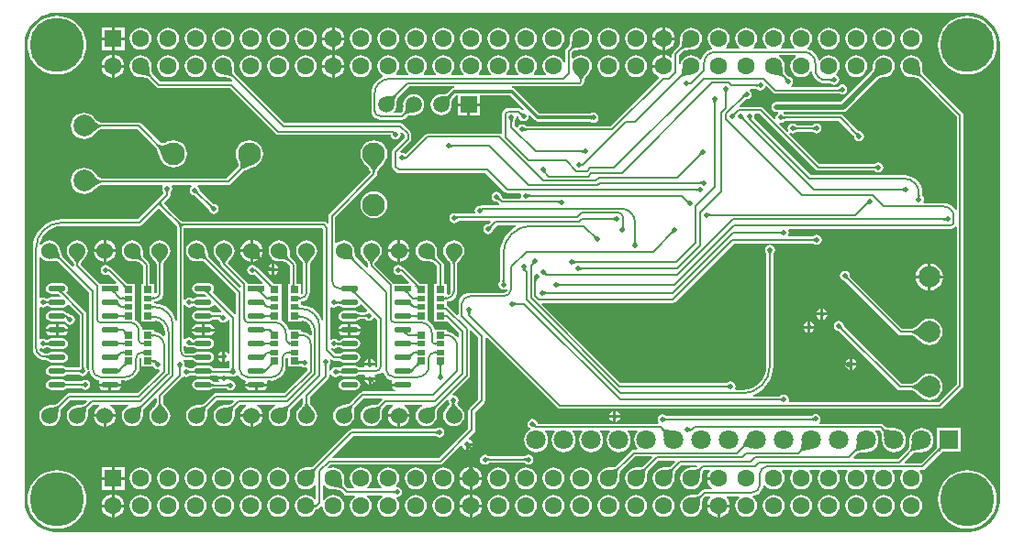
<source format=gbl>
G04*
G04 #@! TF.GenerationSoftware,Altium Limited,Altium Designer,20.2.6 (244)*
G04*
G04 Layer_Physical_Order=2*
G04 Layer_Color=16711680*
%FSLAX25Y25*%
%MOIN*%
G70*
G04*
G04 #@! TF.SameCoordinates,357903E5-7464-4FF3-9603-397411888FB0*
G04*
G04*
G04 #@! TF.FilePolarity,Positive*
G04*
G01*
G75*
%ADD49C,0.00800*%
%ADD50C,0.02000*%
%ADD51C,0.01200*%
%ADD52C,0.06299*%
%ADD53R,0.06299X0.06299*%
%ADD54C,0.08268*%
%ADD55C,0.06000*%
%ADD56C,0.07874*%
%ADD57C,0.07087*%
%ADD58R,0.07087X0.07087*%
%ADD59C,0.05906*%
%ADD60R,0.05906X0.05906*%
%ADD61C,0.19685*%
%ADD62C,0.02000*%
%ADD63R,0.06317X0.02079*%
G04:AMPARAMS|DCode=64|XSize=63.17mil|YSize=20.79mil|CornerRadius=10.39mil|HoleSize=0mil|Usage=FLASHONLY|Rotation=180.000|XOffset=0mil|YOffset=0mil|HoleType=Round|Shape=RoundedRectangle|*
%AMROUNDEDRECTD64*
21,1,0.06317,0.00000,0,0,180.0*
21,1,0.04238,0.02079,0,0,180.0*
1,1,0.02079,-0.02119,0.00000*
1,1,0.02079,0.02119,0.00000*
1,1,0.02079,0.02119,0.00000*
1,1,0.02079,-0.02119,0.00000*
%
%ADD64ROUNDEDRECTD64*%
%ADD65R,0.03150X0.02559*%
%ADD66R,0.03150X0.01968*%
G36*
X344829Y188774D02*
X346324Y188374D01*
X347755Y187781D01*
X349096Y187007D01*
X350324Y186064D01*
X351419Y184970D01*
X352361Y183741D01*
X353135Y182400D01*
X353728Y180970D01*
X354129Y179474D01*
X354331Y177939D01*
Y177165D01*
X354331Y11811D01*
Y11037D01*
X354129Y9502D01*
X353728Y8006D01*
X353135Y6576D01*
X352361Y5235D01*
X351419Y4007D01*
X350324Y2912D01*
X349096Y1969D01*
X347755Y1195D01*
X346324Y603D01*
X344829Y202D01*
X343294Y0D01*
X11037D01*
X9502Y202D01*
X8006Y603D01*
X6576Y1195D01*
X5235Y1969D01*
X4007Y2912D01*
X2912Y4007D01*
X1969Y5235D01*
X1195Y6576D01*
X603Y8006D01*
X202Y9502D01*
X0Y11037D01*
Y11811D01*
Y177165D01*
Y177939D01*
X202Y179474D01*
X603Y180970D01*
X1195Y182400D01*
X1969Y183741D01*
X2912Y184970D01*
X4007Y186064D01*
X5235Y187007D01*
X6576Y187781D01*
X8006Y188374D01*
X9502Y188774D01*
X11037Y188976D01*
X342520D01*
X343294Y188976D01*
X344829Y188774D01*
D02*
G37*
%LPC*%
G36*
X232665Y183608D02*
Y179988D01*
X236285D01*
X236208Y180571D01*
X235790Y181581D01*
X235125Y182448D01*
X234258Y183113D01*
X233249Y183531D01*
X232665Y183608D01*
D02*
G37*
G36*
X231665D02*
X231082Y183531D01*
X230073Y183113D01*
X229206Y182448D01*
X228541Y181581D01*
X228123Y180571D01*
X228046Y179988D01*
X231665D01*
Y183608D01*
D02*
G37*
G36*
X112665D02*
Y179988D01*
X116285D01*
X116208Y180571D01*
X115790Y181581D01*
X115125Y182448D01*
X114258Y183113D01*
X113249Y183531D01*
X112665Y183608D01*
D02*
G37*
G36*
X111665D02*
X111082Y183531D01*
X110073Y183113D01*
X109206Y182448D01*
X108541Y181581D01*
X108123Y180571D01*
X108046Y179988D01*
X111665D01*
Y183608D01*
D02*
G37*
G36*
X36315Y183638D02*
X32665D01*
Y179988D01*
X36315D01*
Y183638D01*
D02*
G37*
G36*
X31665D02*
X28016D01*
Y179988D01*
X31665D01*
Y183638D01*
D02*
G37*
G36*
X282165Y183472D02*
X281134Y183336D01*
X280174Y182938D01*
X279348Y182305D01*
X278715Y181480D01*
X278317Y180519D01*
X278182Y179488D01*
X278317Y178457D01*
X278715Y177496D01*
X279348Y176671D01*
X279669Y176425D01*
X279500Y175925D01*
X274831D01*
X274661Y176425D01*
X274982Y176671D01*
X275615Y177496D01*
X276013Y178457D01*
X276149Y179488D01*
X276013Y180519D01*
X275615Y181480D01*
X274982Y182305D01*
X274157Y182938D01*
X273197Y183336D01*
X272165Y183472D01*
X271134Y183336D01*
X270174Y182938D01*
X269349Y182305D01*
X268716Y181480D01*
X268318Y180519D01*
X268182Y179488D01*
X268318Y178457D01*
X268716Y177496D01*
X269349Y176671D01*
X269669Y176425D01*
X269500Y175925D01*
X264831D01*
X264662Y176425D01*
X264982Y176671D01*
X265615Y177496D01*
X266013Y178457D01*
X266149Y179488D01*
X266013Y180519D01*
X265615Y181480D01*
X264982Y182305D01*
X264157Y182938D01*
X263196Y183336D01*
X262165Y183472D01*
X261134Y183336D01*
X260174Y182938D01*
X259349Y182305D01*
X258716Y181480D01*
X258317Y180519D01*
X258182Y179488D01*
X258317Y178457D01*
X258716Y177496D01*
X259349Y176671D01*
X259669Y176425D01*
X259500Y175925D01*
X254831D01*
X254661Y176425D01*
X254982Y176671D01*
X255615Y177496D01*
X256013Y178457D01*
X256149Y179488D01*
X256013Y180519D01*
X255615Y181480D01*
X254982Y182305D01*
X254157Y182938D01*
X253197Y183336D01*
X252165Y183472D01*
X251134Y183336D01*
X250174Y182938D01*
X249348Y182305D01*
X248715Y181480D01*
X248318Y180519D01*
X248182Y179488D01*
X248318Y178457D01*
X248715Y177496D01*
X249348Y176671D01*
X249838Y176296D01*
X249698Y175773D01*
X249631Y175764D01*
X248333Y175227D01*
X247218Y174371D01*
X246363Y173257D01*
X245844Y172004D01*
X245676Y171935D01*
X245310Y171878D01*
X244982Y172305D01*
X244157Y172938D01*
X243197Y173336D01*
X242165Y173472D01*
X241134Y173336D01*
X240174Y172938D01*
X239349Y172305D01*
X238716Y171480D01*
X238317Y170519D01*
X238247Y169985D01*
X237747Y170018D01*
Y173340D01*
X239524Y175116D01*
X239539Y175129D01*
X239638Y175189D01*
X239787Y175256D01*
X239985Y175322D01*
X240232Y175383D01*
X240506Y175432D01*
X241680Y175521D01*
X242028Y175523D01*
X242165Y175505D01*
X243197Y175640D01*
X244157Y176038D01*
X244982Y176671D01*
X245615Y177496D01*
X246013Y178457D01*
X246149Y179488D01*
X246013Y180519D01*
X245615Y181480D01*
X244982Y182305D01*
X244157Y182938D01*
X243197Y183336D01*
X242165Y183472D01*
X241134Y183336D01*
X240174Y182938D01*
X239349Y182305D01*
X238716Y181480D01*
X238317Y180519D01*
X238182Y179488D01*
X238200Y179351D01*
X238198Y178994D01*
X238153Y178177D01*
X238112Y177847D01*
X238060Y177555D01*
X238000Y177308D01*
X237933Y177110D01*
X237867Y176961D01*
X237806Y176862D01*
X237793Y176846D01*
X235659Y174712D01*
X235393Y174315D01*
X235300Y173846D01*
Y172943D01*
X234800Y172697D01*
X234258Y173113D01*
X233249Y173531D01*
X232665Y173608D01*
Y169488D01*
X232165D01*
Y168988D01*
X228046D01*
X228123Y168405D01*
X228541Y167395D01*
X229206Y166529D01*
X230073Y165864D01*
X230352Y165748D01*
X230449Y165258D01*
X212917Y147725D01*
X182337D01*
X182317Y147728D01*
X182291Y147735D01*
X182272Y147741D01*
X182257Y147747D01*
X182255Y147748D01*
X182221Y147799D01*
X181626Y148197D01*
X180924Y148337D01*
X180221Y148197D01*
X179626Y147799D01*
X179356Y147395D01*
X178771Y147273D01*
X178147Y147897D01*
Y149488D01*
X178150Y149508D01*
X178157Y149534D01*
X178163Y149554D01*
X178169Y149568D01*
X178170Y149570D01*
X178221Y149604D01*
X178619Y150199D01*
X178759Y150902D01*
X178744Y150977D01*
X179104Y151469D01*
X179488Y151302D01*
X179628Y150599D01*
X180026Y150004D01*
X180621Y149606D01*
X181324Y149466D01*
X182026Y149606D01*
X182621Y150004D01*
X183019Y150599D01*
X183159Y151302D01*
X183124Y151475D01*
X183585Y151721D01*
X185528Y149778D01*
X185992Y149469D01*
X186538Y149360D01*
X186538Y149360D01*
X205587D01*
X205590Y149360D01*
X205991Y149092D01*
X206693Y148952D01*
X207395Y149092D01*
X207991Y149490D01*
X208388Y150085D01*
X208528Y150787D01*
X208388Y151490D01*
X207991Y152085D01*
X207395Y152483D01*
X206693Y152623D01*
X205991Y152483D01*
X205595Y152219D01*
X205536Y152215D01*
X187129D01*
X178098Y161246D01*
X177635Y161555D01*
X177089Y161664D01*
X177089Y161664D01*
X177092Y162162D01*
X201697D01*
X202165Y162255D01*
X202562Y162521D01*
X203031Y162989D01*
X203296Y163386D01*
X203389Y163854D01*
Y164529D01*
X203391Y164548D01*
X203418Y164661D01*
X203476Y164814D01*
X203569Y165001D01*
X203701Y165218D01*
X203860Y165447D01*
X204627Y166339D01*
X204872Y166587D01*
X204982Y166671D01*
X205615Y167496D01*
X206013Y168457D01*
X206149Y169488D01*
X206013Y170519D01*
X205615Y171480D01*
X204982Y172305D01*
X204157Y172938D01*
X203197Y173336D01*
X202165Y173472D01*
X201134Y173336D01*
X200174Y172938D01*
X199447Y172381D01*
X198947Y172534D01*
Y174540D01*
X199524Y175116D01*
X199539Y175129D01*
X199638Y175189D01*
X199787Y175256D01*
X199985Y175322D01*
X200232Y175383D01*
X200506Y175432D01*
X201680Y175521D01*
X202028Y175523D01*
X202165Y175505D01*
X203197Y175640D01*
X204157Y176038D01*
X204982Y176671D01*
X205615Y177496D01*
X206013Y178457D01*
X206149Y179488D01*
X206013Y180519D01*
X205615Y181480D01*
X204982Y182305D01*
X204157Y182938D01*
X203197Y183336D01*
X202165Y183472D01*
X201134Y183336D01*
X200174Y182938D01*
X199348Y182305D01*
X198715Y181480D01*
X198318Y180519D01*
X198182Y179488D01*
X198200Y179351D01*
X198198Y178994D01*
X198153Y178177D01*
X198112Y177847D01*
X198061Y177555D01*
X198000Y177308D01*
X197933Y177110D01*
X197867Y176961D01*
X197806Y176862D01*
X197793Y176846D01*
X196859Y175911D01*
X196593Y175515D01*
X196500Y175046D01*
Y170600D01*
X196013Y170519D01*
X195615Y171480D01*
X194982Y172305D01*
X194157Y172938D01*
X193196Y173336D01*
X192165Y173472D01*
X191134Y173336D01*
X190174Y172938D01*
X189348Y172305D01*
X188716Y171480D01*
X188318Y170519D01*
X188182Y169488D01*
X188318Y168457D01*
X188716Y167496D01*
X189319Y166709D01*
X189267Y166430D01*
X189192Y166209D01*
X185139D01*
X185064Y166430D01*
X185011Y166709D01*
X185615Y167496D01*
X186013Y168457D01*
X186149Y169488D01*
X186013Y170519D01*
X185615Y171480D01*
X184982Y172305D01*
X184157Y172938D01*
X183196Y173336D01*
X182165Y173472D01*
X181134Y173336D01*
X180174Y172938D01*
X179349Y172305D01*
X178716Y171480D01*
X178317Y170519D01*
X178182Y169488D01*
X178317Y168457D01*
X178716Y167496D01*
X179319Y166709D01*
X179267Y166430D01*
X179192Y166209D01*
X175139D01*
X175064Y166430D01*
X175012Y166709D01*
X175615Y167496D01*
X176013Y168457D01*
X176149Y169488D01*
X176013Y170519D01*
X175615Y171480D01*
X174982Y172305D01*
X174157Y172938D01*
X173196Y173336D01*
X172165Y173472D01*
X171134Y173336D01*
X170174Y172938D01*
X169349Y172305D01*
X168716Y171480D01*
X168317Y170519D01*
X168182Y169488D01*
X168317Y168457D01*
X168716Y167496D01*
X169319Y166709D01*
X169266Y166430D01*
X169192Y166209D01*
X165139D01*
X165064Y166430D01*
X165012Y166709D01*
X165615Y167496D01*
X166013Y168457D01*
X166149Y169488D01*
X166013Y170519D01*
X165615Y171480D01*
X164982Y172305D01*
X164157Y172938D01*
X163197Y173336D01*
X162165Y173472D01*
X161134Y173336D01*
X160174Y172938D01*
X159348Y172305D01*
X158715Y171480D01*
X158317Y170519D01*
X158182Y169488D01*
X158317Y168457D01*
X158715Y167496D01*
X159319Y166709D01*
X159266Y166430D01*
X159192Y166209D01*
X155139D01*
X155064Y166430D01*
X155011Y166709D01*
X155615Y167496D01*
X156013Y168457D01*
X156149Y169488D01*
X156013Y170519D01*
X155615Y171480D01*
X154982Y172305D01*
X154157Y172938D01*
X153197Y173336D01*
X152165Y173472D01*
X151134Y173336D01*
X150174Y172938D01*
X149348Y172305D01*
X148715Y171480D01*
X148318Y170519D01*
X148182Y169488D01*
X148318Y168457D01*
X148715Y167496D01*
X149319Y166709D01*
X149267Y166430D01*
X149192Y166209D01*
X145139D01*
X145064Y166430D01*
X145011Y166709D01*
X145615Y167496D01*
X146013Y168457D01*
X146149Y169488D01*
X146013Y170519D01*
X145615Y171480D01*
X144982Y172305D01*
X144157Y172938D01*
X143196Y173336D01*
X142165Y173472D01*
X141134Y173336D01*
X140174Y172938D01*
X139348Y172305D01*
X138716Y171480D01*
X138318Y170519D01*
X138182Y169488D01*
X138318Y168457D01*
X138716Y167496D01*
X139319Y166709D01*
X139267Y166430D01*
X139192Y166209D01*
X135139D01*
X135064Y166430D01*
X135011Y166709D01*
X135615Y167496D01*
X136013Y168457D01*
X136149Y169488D01*
X136013Y170519D01*
X135615Y171480D01*
X134982Y172305D01*
X134157Y172938D01*
X133196Y173336D01*
X132165Y173472D01*
X131134Y173336D01*
X130174Y172938D01*
X129349Y172305D01*
X128716Y171480D01*
X128317Y170519D01*
X128182Y169488D01*
X128317Y168457D01*
X128716Y167496D01*
X129349Y166671D01*
X130024Y166153D01*
X130031Y166134D01*
X130018Y165677D01*
X129977Y165581D01*
X129021Y165070D01*
X127987Y164222D01*
X127140Y163189D01*
X126510Y162010D01*
X126122Y160731D01*
X125991Y159402D01*
X126000D01*
Y153402D01*
X125995D01*
X126109Y152540D01*
X126441Y151737D01*
X126970Y151048D01*
X127659Y150519D01*
X128462Y150187D01*
X129324Y150073D01*
Y150078D01*
X137207D01*
X137675Y150171D01*
X138072Y150436D01*
X139003Y151367D01*
X139010Y151373D01*
X139101Y151429D01*
X139236Y151491D01*
X139417Y151553D01*
X139643Y151611D01*
X139911Y151660D01*
X140211Y151698D01*
X140963Y151741D01*
X141293Y151743D01*
X141417Y151727D01*
X142397Y151856D01*
X143310Y152234D01*
X144094Y152835D01*
X144695Y153619D01*
X145074Y154532D01*
X145203Y155512D01*
X145074Y156491D01*
X144695Y157404D01*
X144094Y158188D01*
X143310Y158790D01*
X142397Y159168D01*
X141417Y159297D01*
X140438Y159168D01*
X139525Y158790D01*
X138741Y158188D01*
X138139Y157404D01*
X137761Y156491D01*
X137632Y155512D01*
X137649Y155388D01*
X137647Y155058D01*
X137603Y154306D01*
X137565Y154005D01*
X137516Y153737D01*
X137459Y153512D01*
X137397Y153331D01*
X137335Y153195D01*
X137279Y153105D01*
X137272Y153097D01*
X136700Y152525D01*
X134481D01*
X134240Y153025D01*
X134695Y153619D01*
X135074Y154532D01*
X135203Y155512D01*
X135186Y155636D01*
X135188Y155966D01*
X135232Y156718D01*
X135269Y157018D01*
X135319Y157287D01*
X135376Y157512D01*
X135438Y157693D01*
X135500Y157828D01*
X135556Y157919D01*
X135563Y157927D01*
X139798Y162162D01*
X156139D01*
X156142Y161664D01*
X156142Y161664D01*
X155596Y161555D01*
X155132Y161246D01*
X155132Y161246D01*
X153610Y159723D01*
X153502Y159649D01*
X153356Y159572D01*
X153179Y159499D01*
X152971Y159434D01*
X152730Y159378D01*
X152468Y159335D01*
X151809Y159284D01*
X151538Y159281D01*
X151417Y159297D01*
X150438Y159168D01*
X149525Y158790D01*
X148741Y158188D01*
X148139Y157404D01*
X147761Y156491D01*
X147632Y155512D01*
X147761Y154532D01*
X148139Y153619D01*
X148741Y152835D01*
X149525Y152234D01*
X150438Y151856D01*
X151417Y151727D01*
X152397Y151856D01*
X153310Y152234D01*
X154094Y152835D01*
X154695Y153619D01*
X155074Y154532D01*
X155202Y155512D01*
X155189Y155618D01*
X155209Y156257D01*
X155239Y156552D01*
X155284Y156824D01*
X155340Y157065D01*
X155405Y157274D01*
X155477Y157450D01*
X155555Y157596D01*
X155629Y157704D01*
X156733Y158809D01*
X157465D01*
Y156012D01*
X161417D01*
X165370D01*
Y158809D01*
X176498D01*
X181480Y153826D01*
X181284Y153315D01*
X181053Y153303D01*
X180389Y153967D01*
X179992Y154232D01*
X179524Y154325D01*
X176012D01*
Y154350D01*
X175041Y154157D01*
X174218Y153607D01*
X173668Y152784D01*
X173475Y151813D01*
X173500D01*
Y145032D01*
X173000Y144793D01*
X172792Y144932D01*
X172324Y145025D01*
X146524D01*
X146055Y144932D01*
X145659Y144667D01*
X138485Y137493D01*
X138421Y137499D01*
X137826Y137897D01*
X137124Y138037D01*
X136883Y137989D01*
X136637Y138450D01*
X140235Y142048D01*
X140500Y142445D01*
X140594Y142913D01*
Y144882D01*
X140500Y145350D01*
X140235Y145747D01*
X137479Y148503D01*
X137082Y148768D01*
X136614Y148861D01*
X94523D01*
X76538Y166846D01*
X76525Y166862D01*
X76464Y166961D01*
X76398Y167110D01*
X76331Y167308D01*
X76270Y167554D01*
X76222Y167829D01*
X76133Y169002D01*
X76131Y169351D01*
X76149Y169488D01*
X76013Y170519D01*
X75615Y171480D01*
X74982Y172305D01*
X74157Y172938D01*
X73197Y173336D01*
X72165Y173472D01*
X71134Y173336D01*
X70174Y172938D01*
X69349Y172305D01*
X68715Y171480D01*
X68318Y170519D01*
X68182Y169488D01*
X68318Y168457D01*
X68715Y167496D01*
X69349Y166671D01*
X70174Y166038D01*
X71134Y165640D01*
X72165Y165505D01*
X72303Y165523D01*
X72659Y165521D01*
X73477Y165475D01*
X73806Y165435D01*
X74099Y165383D01*
X74346Y165322D01*
X74544Y165256D01*
X74693Y165189D01*
X74792Y165129D01*
X74807Y165116D01*
X75554Y164369D01*
X75308Y163908D01*
X75224Y163925D01*
X49459D01*
X46538Y166846D01*
X46525Y166862D01*
X46464Y166961D01*
X46398Y167110D01*
X46331Y167308D01*
X46270Y167554D01*
X46222Y167829D01*
X46133Y169002D01*
X46131Y169351D01*
X46149Y169488D01*
X46013Y170519D01*
X45615Y171480D01*
X44982Y172305D01*
X44157Y172938D01*
X43196Y173336D01*
X42165Y173472D01*
X41134Y173336D01*
X40174Y172938D01*
X39349Y172305D01*
X38715Y171480D01*
X38317Y170519D01*
X38182Y169488D01*
X38317Y168457D01*
X38715Y167496D01*
X39349Y166671D01*
X40174Y166038D01*
X41134Y165640D01*
X42165Y165505D01*
X42303Y165523D01*
X42659Y165521D01*
X43477Y165475D01*
X43806Y165435D01*
X44099Y165383D01*
X44346Y165322D01*
X44544Y165256D01*
X44693Y165189D01*
X44792Y165129D01*
X44807Y165116D01*
X48087Y161836D01*
X48484Y161571D01*
X48952Y161478D01*
X74717D01*
X91391Y144804D01*
X91788Y144539D01*
X92256Y144446D01*
X133055D01*
X133147Y143983D01*
X133545Y143387D01*
X134140Y142989D01*
X134843Y142850D01*
X135545Y142989D01*
X136140Y143387D01*
X136538Y143983D01*
X136678Y144685D01*
X136566Y145249D01*
X137012Y145510D01*
X138146Y144375D01*
Y143420D01*
X133958Y139232D01*
X133693Y138835D01*
X133600Y138367D01*
Y133102D01*
X133693Y132633D01*
X133958Y132236D01*
X135159Y131036D01*
X135555Y130771D01*
X136024Y130678D01*
X167617D01*
X174558Y123736D01*
X174955Y123471D01*
X175424Y123378D01*
X180156D01*
X180483Y122878D01*
X180388Y122402D01*
X180483Y121925D01*
X180156Y121425D01*
X173830D01*
X173389Y121867D01*
X173377Y121884D01*
X173363Y121907D01*
X173353Y121925D01*
X173347Y121939D01*
X173347Y121941D01*
X173359Y122002D01*
X173219Y122704D01*
X172821Y123299D01*
X172226Y123697D01*
X171524Y123837D01*
X170821Y123697D01*
X170226Y123299D01*
X169828Y122704D01*
X169688Y122002D01*
X169828Y121299D01*
X170226Y120704D01*
X170821Y120306D01*
X171524Y120166D01*
X171584Y120178D01*
X171586Y120178D01*
X171600Y120172D01*
X171619Y120163D01*
X171641Y120149D01*
X171658Y120137D01*
X172356Y119439D01*
X172240Y119037D01*
X172169Y118939D01*
X166221D01*
X165753Y118845D01*
X165587Y118734D01*
X165436Y118764D01*
X164733Y118625D01*
X164138Y118227D01*
X163740Y117631D01*
X163600Y116929D01*
X163722Y116316D01*
X163459Y115816D01*
X157244D01*
X157220Y115817D01*
X157096Y115832D01*
X157064Y115838D01*
X156985Y115857D01*
X156926Y115897D01*
X156224Y116037D01*
X155521Y115897D01*
X154926Y115499D01*
X154528Y114904D01*
X154388Y114202D01*
X154528Y113499D01*
X154926Y112904D01*
X155521Y112506D01*
X156224Y112366D01*
X156926Y112506D01*
X157521Y112904D01*
X157832Y113369D01*
X169253D01*
X169444Y112907D01*
X168639Y112101D01*
X168622Y112089D01*
X168599Y112075D01*
X168581Y112066D01*
X168566Y112060D01*
X168564Y112059D01*
X168504Y112071D01*
X167802Y111932D01*
X167206Y111534D01*
X166808Y110939D01*
X166669Y110236D01*
X166808Y109534D01*
X167206Y108938D01*
X167802Y108541D01*
X168504Y108401D01*
X169206Y108541D01*
X169802Y108938D01*
X170200Y109534D01*
X170339Y110236D01*
X170327Y110297D01*
X170328Y110298D01*
X170334Y110313D01*
X170343Y110331D01*
X170357Y110354D01*
X170369Y110371D01*
X171767Y111769D01*
X178564D01*
X178705Y111269D01*
X177420Y110481D01*
X176079Y109336D01*
X174935Y107996D01*
X174013Y106493D01*
X173339Y104864D01*
X172927Y103150D01*
X172789Y101392D01*
X172800D01*
Y91515D01*
X172797Y91495D01*
X172791Y91469D01*
X172784Y91450D01*
X172778Y91435D01*
X172777Y91434D01*
X172726Y91399D01*
X172328Y90804D01*
X172188Y90102D01*
X172328Y89399D01*
X172726Y88804D01*
X173321Y88406D01*
X174024Y88266D01*
X174726Y88406D01*
X175100Y88656D01*
X175348Y88579D01*
X175576Y88373D01*
X175489Y87936D01*
X175169Y87456D01*
X174689Y87136D01*
X174128Y87024D01*
X174124Y87025D01*
X161724D01*
Y87036D01*
X160679Y86899D01*
X159706Y86496D01*
X158871Y85854D01*
X158230Y85019D01*
X157827Y84046D01*
X157689Y83002D01*
X157700D01*
Y79157D01*
X157238Y78966D01*
X154119Y82085D01*
X153722Y82350D01*
X153556Y82383D01*
Y83812D01*
X154479Y83934D01*
X155370Y84302D01*
X156134Y84889D01*
X156721Y85654D01*
X157090Y86544D01*
X157216Y87500D01*
X157208D01*
Y97646D01*
X157209Y97659D01*
X157234Y97765D01*
X157287Y97908D01*
X157373Y98083D01*
X157495Y98287D01*
X157654Y98516D01*
X157844Y98761D01*
X158356Y99335D01*
X158592Y99574D01*
X158694Y99652D01*
X159303Y100446D01*
X159686Y101370D01*
X159817Y102362D01*
X159686Y103354D01*
X159303Y104279D01*
X158694Y105072D01*
X157901Y105682D01*
X156976Y106064D01*
X155984Y106195D01*
X154992Y106064D01*
X154068Y105682D01*
X153274Y105072D01*
X152665Y104279D01*
X152282Y103354D01*
X152151Y102362D01*
X152282Y101370D01*
X152665Y100446D01*
X153274Y99652D01*
X153376Y99574D01*
X153612Y99335D01*
X154124Y98761D01*
X154314Y98516D01*
X154473Y98287D01*
X154595Y98083D01*
X154681Y97908D01*
X154734Y97765D01*
X154760Y97659D01*
X154761Y97646D01*
Y87500D01*
X154758D01*
X154664Y87028D01*
X154396Y86627D01*
X154056Y86400D01*
X153797Y86469D01*
X153556Y86666D01*
Y90268D01*
X152405D01*
Y97165D01*
X152312Y97633D01*
X152047Y98030D01*
X150184Y99893D01*
X150176Y99902D01*
X150119Y99995D01*
X150056Y100134D01*
X149992Y100319D01*
X149934Y100549D01*
X149884Y100823D01*
X149846Y101131D01*
X149802Y101899D01*
X149800Y102235D01*
X149817Y102362D01*
X149686Y103354D01*
X149303Y104279D01*
X148694Y105072D01*
X147901Y105682D01*
X146976Y106064D01*
X145984Y106195D01*
X144992Y106064D01*
X144068Y105682D01*
X143274Y105072D01*
X142665Y104279D01*
X142282Y103354D01*
X142151Y102362D01*
X142282Y101370D01*
X142665Y100446D01*
X143274Y99652D01*
X144068Y99043D01*
X144992Y98660D01*
X145984Y98529D01*
X146112Y98546D01*
X146448Y98545D01*
X147215Y98500D01*
X147523Y98462D01*
X147797Y98412D01*
X148028Y98354D01*
X148213Y98291D01*
X148351Y98228D01*
X148444Y98171D01*
X148454Y98163D01*
X149958Y96658D01*
Y90268D01*
X148807D01*
Y86109D01*
Y83255D01*
Y80105D01*
Y76661D01*
X153556D01*
X153556Y76661D01*
Y76661D01*
X153965Y76443D01*
X157814Y72595D01*
Y71093D01*
X157314Y70923D01*
X156935Y71416D01*
X155889Y72219D01*
X154671Y72724D01*
X153556Y72870D01*
Y73732D01*
X149087D01*
X148619Y74861D01*
X147779Y75956D01*
X146683Y76797D01*
X146469Y76886D01*
Y80105D01*
Y83255D01*
Y86109D01*
Y90268D01*
X143785D01*
X143753Y90290D01*
X143566Y90447D01*
X137872Y96141D01*
X137475Y96406D01*
X137200Y96461D01*
X137125Y96573D01*
X136529Y96971D01*
X135827Y97111D01*
X135125Y96971D01*
X134529Y96573D01*
X134131Y95978D01*
X133992Y95276D01*
X134131Y94573D01*
X134529Y93978D01*
X135125Y93580D01*
X135827Y93440D01*
X136529Y93580D01*
X136795Y93758D01*
X139669Y90884D01*
X139477Y90422D01*
X134079D01*
X133915Y90667D01*
X127208Y97375D01*
Y97646D01*
X127209Y97659D01*
X127234Y97765D01*
X127287Y97908D01*
X127374Y98083D01*
X127495Y98287D01*
X127654Y98516D01*
X127844Y98761D01*
X128356Y99335D01*
X128593Y99574D01*
X128694Y99652D01*
X129304Y100446D01*
X129686Y101370D01*
X129817Y102362D01*
X129686Y103354D01*
X129304Y104279D01*
X128694Y105072D01*
X127901Y105682D01*
X126976Y106064D01*
X125984Y106195D01*
X124992Y106064D01*
X124068Y105682D01*
X123274Y105072D01*
X122665Y104279D01*
X122282Y103354D01*
X122151Y102362D01*
X122282Y101370D01*
X122665Y100446D01*
X123274Y99652D01*
X123376Y99574D01*
X123612Y99335D01*
X124124Y98761D01*
X124314Y98516D01*
X124473Y98287D01*
X124595Y98083D01*
X124681Y97908D01*
X124734Y97765D01*
X124760Y97659D01*
X124761Y97646D01*
Y96868D01*
X124854Y96400D01*
X125064Y96086D01*
X124676Y95767D01*
X120335Y100107D01*
X120333Y100110D01*
X120276Y100202D01*
X120207Y100346D01*
X120135Y100541D01*
X120063Y100784D01*
X119999Y101058D01*
X119828Y102210D01*
X119816Y102351D01*
X119817Y102362D01*
X119810Y102418D01*
X119788Y102661D01*
X119788Y102661D01*
X119788Y102661D01*
X119788Y102663D01*
X119769Y102728D01*
X119686Y103354D01*
X119304Y104279D01*
X118694Y105072D01*
X117901Y105682D01*
X116976Y106064D01*
X115984Y106195D01*
X114992Y106064D01*
X114068Y105682D01*
X113447Y105205D01*
X112947Y105430D01*
Y114595D01*
X127833Y129481D01*
X128099Y129878D01*
X128192Y130346D01*
Y131043D01*
X128198Y131108D01*
X128242Y131270D01*
X128331Y131486D01*
X128472Y131749D01*
X128666Y132054D01*
X128904Y132380D01*
X129984Y133613D01*
X130325Y133955D01*
X130487Y134080D01*
X131278Y135110D01*
X131775Y136310D01*
X131945Y137598D01*
X131775Y138886D01*
X131278Y140087D01*
X130487Y141117D01*
X129456Y141908D01*
X128256Y142405D01*
X126968Y142575D01*
X125680Y142405D01*
X124480Y141908D01*
X123449Y141117D01*
X122659Y140087D01*
X122161Y138886D01*
X121992Y137598D01*
X122161Y136310D01*
X122659Y135110D01*
X123449Y134080D01*
X123611Y133955D01*
X123962Y133603D01*
X124363Y133176D01*
X125028Y132387D01*
X125271Y132053D01*
X125465Y131749D01*
X125605Y131486D01*
X125695Y131270D01*
X125738Y131108D01*
X125745Y131043D01*
Y130853D01*
X110859Y115967D01*
X110593Y115570D01*
X110500Y115102D01*
Y112356D01*
X110038Y112165D01*
X109527Y112676D01*
X109307Y112823D01*
X109130Y112941D01*
X109130Y112941D01*
X109130Y112941D01*
X108894Y112988D01*
X108661Y113034D01*
X57526D01*
X57469Y113041D01*
X57385Y113057D01*
X57305Y113079D01*
X57230Y113107D01*
X57156Y113140D01*
X57085Y113181D01*
X57013Y113230D01*
X56969Y113266D01*
X52213Y118021D01*
X52102Y118188D01*
X50581Y119709D01*
X52689Y121817D01*
X52954Y122214D01*
X53047Y122682D01*
Y123488D01*
X53051Y123508D01*
X53057Y123534D01*
X53063Y123554D01*
X53069Y123568D01*
X53070Y123570D01*
X53121Y123604D01*
X53519Y124199D01*
X53659Y124902D01*
X53519Y125604D01*
X53387Y125802D01*
X53654Y126302D01*
X60528D01*
X60680Y125802D01*
X60526Y125699D01*
X60128Y125104D01*
X59988Y124402D01*
X60128Y123699D01*
X60526Y123104D01*
X61121Y122706D01*
X61824Y122566D01*
X61884Y122578D01*
X61886Y122578D01*
X61900Y122572D01*
X61919Y122563D01*
X61941Y122549D01*
X61958Y122537D01*
X66859Y117636D01*
X66871Y117619D01*
X66885Y117596D01*
X66894Y117578D01*
X66900Y117564D01*
X66900Y117562D01*
X66888Y117502D01*
X67028Y116799D01*
X67426Y116204D01*
X68021Y115806D01*
X68724Y115666D01*
X69426Y115806D01*
X70021Y116204D01*
X70419Y116799D01*
X70559Y117502D01*
X70419Y118204D01*
X70021Y118799D01*
X69426Y119197D01*
X68724Y119337D01*
X68663Y119325D01*
X68661Y119325D01*
X68647Y119331D01*
X68629Y119341D01*
X68606Y119354D01*
X68589Y119366D01*
X63688Y124267D01*
X63677Y124284D01*
X63662Y124307D01*
X63653Y124325D01*
X63647Y124339D01*
X63647Y124341D01*
X63659Y124402D01*
X63519Y125104D01*
X63121Y125699D01*
X62967Y125802D01*
X63119Y126302D01*
X73983D01*
X74451Y126395D01*
X74848Y126661D01*
X79361Y131174D01*
X83635Y133046D01*
X83635Y133046D01*
X83635Y133046D01*
X83694Y133087D01*
X84181Y133289D01*
X85212Y134080D01*
X86003Y135110D01*
X86500Y136310D01*
X86670Y137598D01*
X86500Y138886D01*
X86003Y140087D01*
X85212Y141117D01*
X84181Y141908D01*
X82981Y142405D01*
X81693Y142575D01*
X80405Y142405D01*
X79205Y141908D01*
X78174Y141117D01*
X77384Y140087D01*
X76886Y138886D01*
X76717Y137598D01*
X76886Y136310D01*
X77163Y135642D01*
X77178Y135572D01*
X77386Y135080D01*
X77541Y134646D01*
X77651Y134254D01*
X77718Y133907D01*
X77745Y133608D01*
X77738Y133357D01*
X77703Y133154D01*
X77648Y132992D01*
X77573Y132860D01*
X77508Y132782D01*
X73476Y128749D01*
X27907D01*
X27841Y128755D01*
X27690Y128796D01*
X27494Y128879D01*
X27259Y129009D01*
X26991Y129191D01*
X26694Y129425D01*
X26377Y129706D01*
X25651Y130447D01*
X25259Y130891D01*
X25234Y130911D01*
X25032Y131174D01*
X24043Y131933D01*
X22890Y132410D01*
X21654Y132573D01*
X20417Y132410D01*
X19265Y131933D01*
X18275Y131174D01*
X17516Y130184D01*
X17039Y129032D01*
X16876Y127795D01*
X17039Y126559D01*
X17516Y125406D01*
X18275Y124417D01*
X19265Y123658D01*
X20417Y123180D01*
X21654Y123018D01*
X22890Y123180D01*
X24043Y123658D01*
X24772Y124217D01*
X24798Y124232D01*
X24864Y124288D01*
X25032Y124417D01*
X25063Y124457D01*
X25743Y125034D01*
X26548Y125641D01*
X26886Y125866D01*
X27191Y126045D01*
X27452Y126176D01*
X27662Y126258D01*
X27812Y126298D01*
X27857Y126302D01*
X49993D01*
X50261Y125802D01*
X50128Y125604D01*
X49988Y124902D01*
X50128Y124199D01*
X50526Y123604D01*
X50521Y123110D01*
X47985Y120574D01*
X47985Y120574D01*
X47985Y120574D01*
X41233Y113822D01*
X13509D01*
Y113831D01*
X11864Y113701D01*
X10259Y113316D01*
X8734Y112684D01*
X7327Y111822D01*
X6072Y110750D01*
X5000Y109495D01*
X4138Y108088D01*
X3506Y106563D01*
X3121Y104958D01*
X2991Y103313D01*
X3000D01*
Y67036D01*
X2985D01*
X3138Y65873D01*
X3587Y64789D01*
X4302Y63858D01*
X5233Y63143D01*
X6317Y62694D01*
X7480Y62541D01*
Y62556D01*
X8117D01*
X8168Y62553D01*
X8366Y62256D01*
X8974Y61850D01*
X9692Y61707D01*
X13930D01*
X14648Y61850D01*
X15256Y62256D01*
X15663Y62865D01*
X15805Y63583D01*
X15663Y64300D01*
X15256Y64909D01*
X14648Y65315D01*
X13930Y65458D01*
X9692D01*
X8974Y65315D01*
X8772Y65180D01*
X8724Y65160D01*
X8716Y65153D01*
X8707Y65149D01*
X8654Y65112D01*
X8625Y65095D01*
X8588Y65077D01*
X8542Y65060D01*
X8486Y65043D01*
X8421Y65027D01*
X8355Y65016D01*
X8213Y65003D01*
X7480D01*
X7448Y64997D01*
X6697Y65146D01*
X6033Y65589D01*
X5590Y66253D01*
X5519Y66609D01*
X5969Y66909D01*
X6061Y66848D01*
X6764Y66708D01*
X7466Y66848D01*
X7894Y67133D01*
X8366Y67256D01*
X8974Y66850D01*
X9692Y66707D01*
X13930D01*
X14648Y66850D01*
X15256Y67256D01*
X15663Y67865D01*
X15805Y68583D01*
X15663Y69300D01*
X15256Y69909D01*
X14648Y70315D01*
X13930Y70458D01*
X9692D01*
X8974Y70315D01*
X8366Y69909D01*
X7849Y69983D01*
X7466Y70239D01*
X6764Y70378D01*
X6061Y70239D01*
X5947Y70162D01*
X5447Y70430D01*
Y81728D01*
X5947Y81995D01*
X6109Y81887D01*
X6811Y81748D01*
X7513Y81887D01*
X7876Y82130D01*
X8366Y82257D01*
X8974Y81850D01*
X9692Y81707D01*
X13930D01*
X14648Y81850D01*
X15256Y82257D01*
X15548Y82694D01*
X16125Y82824D01*
X20036Y78913D01*
Y59996D01*
X20033Y59976D01*
X20027Y59950D01*
X20020Y59931D01*
X20014Y59916D01*
X20013Y59914D01*
X19962Y59880D01*
X19928Y59829D01*
X19926Y59828D01*
X19912Y59822D01*
X19892Y59816D01*
X19866Y59809D01*
X19846Y59806D01*
X15428D01*
X15350Y59811D01*
X15319Y59815D01*
X15256Y59909D01*
X14648Y60315D01*
X13930Y60458D01*
X9692D01*
X8974Y60315D01*
X8366Y59909D01*
X7959Y59300D01*
X7817Y58583D01*
X7959Y57865D01*
X8366Y57257D01*
X8974Y56850D01*
X9692Y56707D01*
X13930D01*
X14648Y56850D01*
X15256Y57257D01*
X15316Y57347D01*
X15457Y57359D01*
X19846D01*
X19866Y57356D01*
X19892Y57349D01*
X19912Y57343D01*
X19926Y57337D01*
X19928Y57336D01*
X19962Y57285D01*
X20558Y56887D01*
X21260Y56747D01*
X21962Y56887D01*
X22558Y57285D01*
X22955Y57880D01*
X23095Y58583D01*
X22955Y59285D01*
X22558Y59880D01*
X22506Y59914D01*
X22505Y59916D01*
X22499Y59931D01*
X22493Y59950D01*
X22487Y59976D01*
X22483Y59996D01*
Y79420D01*
X22390Y79888D01*
X22125Y80285D01*
X15247Y87163D01*
X15256Y87256D01*
X15663Y87865D01*
X15805Y88583D01*
X15663Y89300D01*
X15256Y89909D01*
X14648Y90315D01*
X13930Y90458D01*
X9692D01*
X8974Y90315D01*
X8366Y89909D01*
X7959Y89300D01*
X7817Y88583D01*
X7959Y87865D01*
X8366Y87256D01*
X8974Y86850D01*
X9692Y86707D01*
X12152D01*
X12186Y86692D01*
X12245Y86659D01*
X12312Y86614D01*
X12387Y86557D01*
X12423Y86527D01*
X13029Y85920D01*
X12838Y85458D01*
X9692D01*
X8974Y85315D01*
X8366Y84909D01*
X7878Y85035D01*
X7513Y85278D01*
X6811Y85418D01*
X6109Y85278D01*
X5947Y85171D01*
X5447Y85438D01*
Y100239D01*
X5687Y100350D01*
X5947Y100376D01*
X6502Y99652D01*
X7296Y99043D01*
X8221Y98660D01*
X9213Y98529D01*
X9949Y98626D01*
X9987Y98626D01*
X10078Y98643D01*
X10205Y98660D01*
X10237Y98673D01*
X10380Y98701D01*
X10723Y98748D01*
X11032Y98774D01*
X11303Y98778D01*
X11537Y98762D01*
X11731Y98731D01*
X11887Y98689D01*
X12006Y98639D01*
X12094Y98586D01*
X12114Y98569D01*
X23580Y87103D01*
Y59302D01*
X23567D01*
X23710Y58217D01*
X24129Y57205D01*
X24796Y56336D01*
X25665Y55669D01*
X26676Y55250D01*
X27020Y55205D01*
X27264Y54669D01*
X27069Y54378D01*
X27011Y54083D01*
X31109D01*
X35208D01*
X35149Y54378D01*
X34988Y54620D01*
X35255Y55120D01*
X36485D01*
Y55097D01*
X37878Y55281D01*
X39176Y55818D01*
X40291Y56674D01*
X41146Y57789D01*
X41684Y59087D01*
X41868Y60480D01*
X41845D01*
Y62875D01*
X41857Y63348D01*
X42014Y63455D01*
X42507Y63205D01*
Y60126D01*
X46944D01*
X47226Y59704D01*
X47821Y59306D01*
X48524Y59166D01*
X48602Y59182D01*
X49132Y58794D01*
X49156Y58561D01*
X41056Y50461D01*
X16088D01*
X15620Y50368D01*
X15223Y50103D01*
X11682Y46562D01*
X11672Y46554D01*
X11580Y46497D01*
X11441Y46433D01*
X11256Y46370D01*
X11026Y46312D01*
X10751Y46262D01*
X10444Y46224D01*
X9676Y46180D01*
X9340Y46178D01*
X9213Y46195D01*
X8221Y46064D01*
X7296Y45682D01*
X6502Y45072D01*
X5893Y44279D01*
X5510Y43354D01*
X5380Y42362D01*
X5510Y41370D01*
X5893Y40446D01*
X6502Y39652D01*
X7296Y39043D01*
X8221Y38660D01*
X9213Y38529D01*
X10205Y38660D01*
X11129Y39043D01*
X11923Y39652D01*
X12532Y40446D01*
X12915Y41370D01*
X13045Y42362D01*
X13029Y42490D01*
X13030Y42826D01*
X13074Y43593D01*
X13113Y43901D01*
X13163Y44175D01*
X13221Y44406D01*
X13284Y44591D01*
X13347Y44729D01*
X13404Y44822D01*
X13412Y44831D01*
X16595Y48014D01*
X22481D01*
X22672Y47552D01*
X21682Y46562D01*
X21672Y46554D01*
X21580Y46497D01*
X21441Y46433D01*
X21256Y46370D01*
X21026Y46312D01*
X20751Y46262D01*
X20444Y46224D01*
X19676Y46180D01*
X19340Y46178D01*
X19213Y46195D01*
X18221Y46064D01*
X17296Y45682D01*
X16502Y45072D01*
X15893Y44279D01*
X15510Y43354D01*
X15380Y42362D01*
X15510Y41370D01*
X15893Y40446D01*
X16502Y39652D01*
X17296Y39043D01*
X18221Y38660D01*
X19213Y38529D01*
X20205Y38660D01*
X21129Y39043D01*
X21923Y39652D01*
X22532Y40446D01*
X22915Y41370D01*
X23045Y42362D01*
X23029Y42490D01*
X23030Y42826D01*
X23075Y43593D01*
X23113Y43901D01*
X23163Y44175D01*
X23221Y44406D01*
X23284Y44591D01*
X23347Y44729D01*
X23404Y44822D01*
X23412Y44831D01*
X24995Y46414D01*
X27236D01*
X27336Y45914D01*
X27195Y45856D01*
X26360Y45215D01*
X25719Y44379D01*
X25316Y43406D01*
X25244Y42862D01*
X33181D01*
X33110Y43406D01*
X32707Y44379D01*
X32065Y45215D01*
X31230Y45856D01*
X31090Y45914D01*
X31189Y46414D01*
X37759D01*
X37858Y45914D01*
X37296Y45682D01*
X36502Y45072D01*
X35893Y44279D01*
X35510Y43354D01*
X35380Y42362D01*
X35510Y41370D01*
X35893Y40446D01*
X36502Y39652D01*
X37296Y39043D01*
X38221Y38660D01*
X39213Y38529D01*
X40205Y38660D01*
X41129Y39043D01*
X41923Y39652D01*
X42532Y40446D01*
X42915Y41370D01*
X43045Y42362D01*
X43029Y42489D01*
X43030Y42826D01*
X43075Y43593D01*
X43113Y43901D01*
X43163Y44175D01*
X43221Y44406D01*
X43284Y44591D01*
X43347Y44729D01*
X43404Y44822D01*
X43412Y44831D01*
X47527Y48946D01*
X47989Y48755D01*
Y47078D01*
X47988Y47065D01*
X47963Y46959D01*
X47910Y46817D01*
X47823Y46641D01*
X47701Y46437D01*
X47543Y46208D01*
X47352Y45963D01*
X46841Y45390D01*
X46604Y45151D01*
X46502Y45072D01*
X45893Y44279D01*
X45510Y43354D01*
X45380Y42362D01*
X45510Y41370D01*
X45893Y40446D01*
X46502Y39652D01*
X47296Y39043D01*
X48221Y38660D01*
X49213Y38529D01*
X50205Y38660D01*
X51129Y39043D01*
X51923Y39652D01*
X52532Y40446D01*
X52915Y41370D01*
X53045Y42362D01*
X52915Y43354D01*
X52532Y44279D01*
X51923Y45072D01*
X51821Y45151D01*
X51584Y45390D01*
X51073Y45963D01*
X50882Y46208D01*
X50724Y46437D01*
X50602Y46641D01*
X50516Y46817D01*
X50462Y46959D01*
X50437Y47065D01*
X50436Y47078D01*
Y49257D01*
X57289Y56110D01*
X57432Y56323D01*
X57877Y56533D01*
X58072Y56550D01*
X58661Y56432D01*
X59364Y56572D01*
X59959Y56970D01*
X59993Y57021D01*
X59995Y57022D01*
X60009Y57028D01*
X60029Y57035D01*
X60055Y57041D01*
X60075Y57044D01*
X61560D01*
X61742Y57028D01*
X61804Y57019D01*
X61854Y57008D01*
X61879Y57002D01*
X61897Y56994D01*
X61903Y56991D01*
X61922Y56975D01*
X61950Y56966D01*
X62124Y56850D01*
X62842Y56707D01*
X67080D01*
X67797Y56850D01*
X67977Y56970D01*
X68010Y56981D01*
X68029Y56998D01*
X68052Y57008D01*
X68073Y57022D01*
X68084Y57026D01*
X68117Y57036D01*
X68167Y57048D01*
X68218Y57057D01*
X68468Y57078D01*
X70182D01*
X70499Y56578D01*
X70484Y56502D01*
X73097D01*
X73074Y56761D01*
X73140Y56709D01*
X73209Y56663D01*
X73282Y56622D01*
X73359Y56586D01*
X73439Y56556D01*
X73523Y56532D01*
X73611Y56513D01*
X73687Y56502D01*
X74475D01*
X74827Y56736D01*
X75021Y56606D01*
X75724Y56466D01*
X76426Y56606D01*
X77021Y57004D01*
X77069Y57076D01*
X77654Y57050D01*
X78182Y56362D01*
X79070Y55681D01*
X80103Y55252D01*
X80194Y55241D01*
X80437Y54704D01*
X80219Y54378D01*
X80160Y54083D01*
X81231D01*
X81325Y54123D01*
X81403Y54174D01*
X81458Y54233D01*
X81491Y54299D01*
X81502Y54373D01*
Y54083D01*
X84259D01*
X88358D01*
X88299Y54378D01*
X88138Y54620D01*
X88405Y55120D01*
X89634D01*
Y55098D01*
X91013Y55279D01*
X92299Y55812D01*
X93403Y56659D01*
X94251Y57763D01*
X94783Y59049D01*
X94965Y60429D01*
X94943D01*
Y63297D01*
X94954D01*
X94973Y63389D01*
X95157Y63497D01*
X95657Y63210D01*
Y60126D01*
X99576D01*
X99594Y60122D01*
X99613Y60126D01*
X100406D01*
X100406Y60126D01*
Y60126D01*
X100906Y60150D01*
X101121Y60006D01*
X101824Y59866D01*
X102300Y59961D01*
X102800Y59634D01*
Y58898D01*
X94363Y50461D01*
X69395D01*
X68927Y50368D01*
X68530Y50103D01*
X64989Y46562D01*
X64979Y46554D01*
X64887Y46497D01*
X64748Y46433D01*
X64563Y46370D01*
X64333Y46312D01*
X64058Y46262D01*
X63751Y46224D01*
X62983Y46180D01*
X62647Y46178D01*
X62520Y46195D01*
X61528Y46064D01*
X60603Y45682D01*
X59809Y45072D01*
X59200Y44279D01*
X58817Y43354D01*
X58687Y42362D01*
X58817Y41370D01*
X59200Y40446D01*
X59809Y39652D01*
X60603Y39043D01*
X61528Y38660D01*
X62520Y38529D01*
X63512Y38660D01*
X64436Y39043D01*
X65230Y39652D01*
X65839Y40446D01*
X66222Y41370D01*
X66352Y42362D01*
X66336Y42490D01*
X66337Y42826D01*
X66382Y43593D01*
X66420Y43901D01*
X66470Y44175D01*
X66528Y44406D01*
X66591Y44591D01*
X66654Y44729D01*
X66711Y44822D01*
X66719Y44831D01*
X69902Y48014D01*
X75788D01*
X75980Y47552D01*
X74989Y46562D01*
X74979Y46554D01*
X74887Y46497D01*
X74748Y46433D01*
X74563Y46370D01*
X74333Y46312D01*
X74058Y46262D01*
X73751Y46224D01*
X72983Y46180D01*
X72647Y46178D01*
X72520Y46195D01*
X71528Y46064D01*
X70603Y45682D01*
X69809Y45072D01*
X69200Y44279D01*
X68817Y43354D01*
X68687Y42362D01*
X68817Y41370D01*
X69200Y40446D01*
X69809Y39652D01*
X70603Y39043D01*
X71528Y38660D01*
X72520Y38529D01*
X73512Y38660D01*
X74436Y39043D01*
X75230Y39652D01*
X75839Y40446D01*
X76222Y41370D01*
X76352Y42362D01*
X76336Y42490D01*
X76337Y42826D01*
X76381Y43593D01*
X76420Y43901D01*
X76470Y44175D01*
X76528Y44406D01*
X76591Y44591D01*
X76654Y44729D01*
X76711Y44822D01*
X76719Y44831D01*
X78302Y46414D01*
X80543D01*
X80643Y45914D01*
X80502Y45856D01*
X79667Y45215D01*
X79026Y44379D01*
X78623Y43406D01*
X78551Y42862D01*
X86488D01*
X86417Y43406D01*
X86014Y44379D01*
X85373Y45215D01*
X84537Y45856D01*
X84397Y45914D01*
X84496Y46414D01*
X91066D01*
X91165Y45914D01*
X90603Y45682D01*
X89809Y45072D01*
X89200Y44279D01*
X88817Y43354D01*
X88687Y42362D01*
X88817Y41370D01*
X89200Y40446D01*
X89809Y39652D01*
X90603Y39043D01*
X91528Y38660D01*
X92520Y38529D01*
X93512Y38660D01*
X94436Y39043D01*
X95230Y39652D01*
X95839Y40446D01*
X96222Y41370D01*
X96352Y42362D01*
X96336Y42489D01*
X96337Y42826D01*
X96381Y43593D01*
X96420Y43901D01*
X96470Y44175D01*
X96528Y44406D01*
X96591Y44591D01*
X96654Y44729D01*
X96711Y44822D01*
X96719Y44831D01*
X100834Y48946D01*
X101296Y48755D01*
Y47078D01*
X101295Y47065D01*
X101270Y46959D01*
X101217Y46817D01*
X101130Y46641D01*
X101008Y46437D01*
X100850Y46208D01*
X100660Y45963D01*
X100148Y45390D01*
X99911Y45151D01*
X99809Y45072D01*
X99200Y44279D01*
X98817Y43354D01*
X98687Y42362D01*
X98817Y41370D01*
X99200Y40446D01*
X99809Y39652D01*
X100603Y39043D01*
X101528Y38660D01*
X102520Y38529D01*
X103512Y38660D01*
X104436Y39043D01*
X105230Y39652D01*
X105839Y40446D01*
X106222Y41370D01*
X106352Y42362D01*
X106222Y43354D01*
X105839Y44279D01*
X105230Y45072D01*
X105128Y45151D01*
X104891Y45390D01*
X104380Y45963D01*
X104189Y46208D01*
X104031Y46437D01*
X103909Y46641D01*
X103823Y46817D01*
X103769Y46959D01*
X103744Y47065D01*
X103743Y47078D01*
Y49257D01*
X110314Y55828D01*
X110579Y56225D01*
X110672Y56693D01*
Y57892D01*
X110713Y57937D01*
X111252Y57790D01*
X111297Y57565D01*
X111695Y56970D01*
X112290Y56572D01*
X112992Y56432D01*
X113695Y56572D01*
X114290Y56970D01*
X114324Y57021D01*
X114326Y57022D01*
X114340Y57028D01*
X114360Y57035D01*
X114386Y57041D01*
X114406Y57044D01*
X114709D01*
X114892Y57028D01*
X114953Y57019D01*
X115004Y57009D01*
X115029Y57002D01*
X115046Y56995D01*
X115052Y56992D01*
X115071Y56975D01*
X115100Y56966D01*
X115274Y56850D01*
X115991Y56707D01*
X120229D01*
X120947Y56850D01*
X121555Y57257D01*
X121616Y57347D01*
X121756Y57359D01*
X123624D01*
X123892Y56859D01*
X123640Y56482D01*
X123584Y56202D01*
X127463D01*
X127408Y56482D01*
X127203Y56788D01*
X127405Y57248D01*
X127805Y57358D01*
Y57358D01*
X128541Y57455D01*
X129226Y57739D01*
X129784Y58167D01*
X129863Y58180D01*
X130348Y58064D01*
X130696Y57223D01*
X131369Y56347D01*
X132246Y55674D01*
X133266Y55251D01*
X133344Y55241D01*
X133587Y54705D01*
X133369Y54378D01*
X133310Y54083D01*
X134380D01*
X134475Y54123D01*
X134552Y54174D01*
X134608Y54233D01*
X134641Y54299D01*
X134652Y54373D01*
Y54083D01*
X137409D01*
Y53083D01*
X134652D01*
Y52792D01*
X134641Y52866D01*
X134608Y52933D01*
X134552Y52991D01*
X134475Y53042D01*
X134380Y53083D01*
X133310D01*
X133369Y52787D01*
X133819Y52112D01*
X134494Y51662D01*
X134763Y51608D01*
X134713Y51108D01*
X122922D01*
X122454Y51015D01*
X122057Y50750D01*
X118105Y46798D01*
X118016Y46742D01*
X117869Y46671D01*
X117669Y46593D01*
X117441Y46519D01*
X115949Y46210D01*
X115488Y46145D01*
X115488D01*
X115488Y46145D01*
X115415Y46120D01*
X114992Y46064D01*
X114068Y45682D01*
X113274Y45072D01*
X112665Y44279D01*
X112282Y43354D01*
X112151Y42362D01*
X112282Y41370D01*
X112665Y40446D01*
X113274Y39652D01*
X114068Y39043D01*
X114992Y38660D01*
X115984Y38529D01*
X116976Y38660D01*
X117901Y39043D01*
X118694Y39652D01*
X119304Y40446D01*
X119686Y41370D01*
X119817Y42362D01*
X119756Y42824D01*
X119762Y42892D01*
X119677Y43689D01*
X119666Y44003D01*
X119674Y44289D01*
X119699Y44536D01*
X119737Y44743D01*
X119786Y44908D01*
X119840Y45034D01*
X119895Y45124D01*
X119909Y45142D01*
X123429Y48661D01*
X129882D01*
X130089Y48161D01*
X128474Y46546D01*
X128463Y46538D01*
X128371Y46481D01*
X128233Y46418D01*
X128049Y46356D01*
X127820Y46299D01*
X127547Y46251D01*
X127242Y46214D01*
X126478Y46176D01*
X126120Y46177D01*
X125984Y46195D01*
X124992Y46064D01*
X124068Y45682D01*
X123274Y45072D01*
X122665Y44279D01*
X122282Y43354D01*
X122151Y42362D01*
X122282Y41370D01*
X122665Y40446D01*
X123274Y39652D01*
X124068Y39043D01*
X124992Y38660D01*
X125984Y38529D01*
X126976Y38660D01*
X127901Y39043D01*
X128694Y39652D01*
X129304Y40446D01*
X129686Y41370D01*
X129817Y42362D01*
X129801Y42480D01*
X129806Y42796D01*
X129856Y43567D01*
X129896Y43877D01*
X129948Y44153D01*
X130007Y44384D01*
X130071Y44570D01*
X130135Y44710D01*
X130192Y44802D01*
X130199Y44811D01*
X131748Y46360D01*
X133878D01*
X133977Y45860D01*
X133967Y45856D01*
X133131Y45215D01*
X132490Y44379D01*
X132087Y43406D01*
X132016Y42862D01*
X139953D01*
X139881Y43406D01*
X139478Y44379D01*
X138837Y45215D01*
X138002Y45856D01*
X137991Y45860D01*
X138091Y46360D01*
X144400D01*
X144500Y45860D01*
X144068Y45682D01*
X143274Y45072D01*
X142665Y44279D01*
X142282Y43354D01*
X142151Y42362D01*
X142282Y41370D01*
X142665Y40446D01*
X143274Y39652D01*
X144068Y39043D01*
X144992Y38660D01*
X145984Y38529D01*
X146976Y38660D01*
X147901Y39043D01*
X148694Y39652D01*
X149303Y40446D01*
X149686Y41370D01*
X149817Y42362D01*
X149801Y42480D01*
X149806Y42796D01*
X149855Y43567D01*
X149896Y43877D01*
X149948Y44153D01*
X150007Y44384D01*
X150071Y44570D01*
X150135Y44710D01*
X150192Y44802D01*
X150199Y44811D01*
X153525Y48137D01*
X153988Y47902D01*
X154128Y47199D01*
X154471Y46686D01*
X154434Y46608D01*
X154313Y46392D01*
X154164Y46163D01*
X153460Y45264D01*
X153322Y45109D01*
X153274Y45072D01*
X153182Y44952D01*
X153166Y44934D01*
X153166Y44934D01*
X153166Y44934D01*
X153164Y44932D01*
X153156Y44918D01*
X152665Y44279D01*
X152282Y43354D01*
X152151Y42362D01*
X152282Y41370D01*
X152665Y40446D01*
X153274Y39652D01*
X154068Y39043D01*
X154992Y38660D01*
X155984Y38529D01*
X156976Y38660D01*
X157901Y39043D01*
X158694Y39652D01*
X159303Y40446D01*
X159686Y41370D01*
X159817Y42362D01*
X159686Y43354D01*
X159303Y44279D01*
X158694Y45072D01*
X158528Y45200D01*
X158516Y45217D01*
X158202Y45502D01*
X157683Y46035D01*
X157492Y46262D01*
X157333Y46477D01*
X157212Y46669D01*
X157191Y46709D01*
X157519Y47199D01*
X157659Y47902D01*
X157519Y48604D01*
X157121Y49199D01*
X156526Y49597D01*
X155824Y49737D01*
X155588Y50200D01*
X161520Y56132D01*
X161786Y56529D01*
X161879Y56998D01*
Y73163D01*
X162341Y73354D01*
X164900Y70795D01*
Y48308D01*
X161659Y45067D01*
X161393Y44670D01*
X161300Y44202D01*
Y37708D01*
X150517Y26925D01*
X111986D01*
X111795Y27387D01*
X119404Y34997D01*
X149374D01*
X149394Y34994D01*
X149420Y34987D01*
X149439Y34981D01*
X149454Y34975D01*
X149455Y34974D01*
X149490Y34923D01*
X150085Y34525D01*
X150787Y34385D01*
X151490Y34525D01*
X152085Y34923D01*
X152483Y35518D01*
X152623Y36220D01*
X152483Y36923D01*
X152085Y37518D01*
X151490Y37916D01*
X150787Y38056D01*
X150085Y37916D01*
X149490Y37518D01*
X149455Y37467D01*
X149454Y37466D01*
X149439Y37460D01*
X149420Y37454D01*
X149394Y37447D01*
X149374Y37444D01*
X118898D01*
X118430Y37351D01*
X118033Y37086D01*
X104807Y23860D01*
X104792Y23847D01*
X104693Y23787D01*
X104544Y23720D01*
X104346Y23654D01*
X104099Y23593D01*
X103824Y23544D01*
X102651Y23455D01*
X102303Y23454D01*
X102165Y23472D01*
X101134Y23336D01*
X100174Y22938D01*
X99348Y22305D01*
X98715Y21480D01*
X98317Y20519D01*
X98182Y19488D01*
X98317Y18457D01*
X98715Y17496D01*
X99348Y16671D01*
X100174Y16038D01*
X101134Y15640D01*
X102165Y15505D01*
X103197Y15640D01*
X104157Y16038D01*
X104982Y16671D01*
X105400Y17216D01*
X105900Y17046D01*
Y11930D01*
X105400Y11761D01*
X104982Y12305D01*
X104157Y12938D01*
X103197Y13336D01*
X102165Y13472D01*
X101134Y13336D01*
X100174Y12938D01*
X99348Y12305D01*
X98715Y11480D01*
X98317Y10519D01*
X98182Y9488D01*
X98317Y8457D01*
X98715Y7496D01*
X99348Y6671D01*
X100174Y6038D01*
X101134Y5640D01*
X102165Y5505D01*
X103197Y5640D01*
X104157Y6038D01*
X104982Y6671D01*
X105615Y7496D01*
X105934Y8265D01*
X106024D01*
X106492Y8358D01*
X106889Y8623D01*
X107686Y9421D01*
X108214Y9241D01*
X108317Y8457D01*
X108715Y7496D01*
X109348Y6671D01*
X110174Y6038D01*
X111134Y5640D01*
X112165Y5505D01*
X113197Y5640D01*
X114157Y6038D01*
X114982Y6671D01*
X115615Y7496D01*
X116013Y8457D01*
X116149Y9488D01*
X116013Y10519D01*
X115615Y11480D01*
X114982Y12305D01*
X114157Y12938D01*
X113197Y13336D01*
X112165Y13472D01*
X111134Y13336D01*
X110174Y12938D01*
X109348Y12305D01*
X108847Y11652D01*
X108347Y11821D01*
Y17155D01*
X108847Y17325D01*
X109348Y16671D01*
X110174Y16038D01*
X111134Y15640D01*
X112165Y15505D01*
X112303Y15523D01*
X112659Y15521D01*
X113477Y15475D01*
X113806Y15435D01*
X114099Y15383D01*
X114346Y15323D01*
X114544Y15256D01*
X114693Y15189D01*
X114792Y15129D01*
X114807Y15116D01*
X116221Y13702D01*
X116618Y13437D01*
X117087Y13343D01*
X119901D01*
X120050Y12843D01*
X119349Y12305D01*
X118716Y11480D01*
X118317Y10519D01*
X118182Y9488D01*
X118317Y8457D01*
X118716Y7496D01*
X119349Y6671D01*
X120174Y6038D01*
X121134Y5640D01*
X122165Y5505D01*
X123196Y5640D01*
X124157Y6038D01*
X124982Y6671D01*
X125615Y7496D01*
X126013Y8457D01*
X126149Y9488D01*
X126013Y10519D01*
X125615Y11480D01*
X124982Y12305D01*
X124281Y12843D01*
X124430Y13343D01*
X129901D01*
X130050Y12843D01*
X129349Y12305D01*
X128716Y11480D01*
X128317Y10519D01*
X128182Y9488D01*
X128317Y8457D01*
X128716Y7496D01*
X129349Y6671D01*
X130174Y6038D01*
X131134Y5640D01*
X132165Y5505D01*
X133196Y5640D01*
X134157Y6038D01*
X134982Y6671D01*
X135615Y7496D01*
X136013Y8457D01*
X136149Y9488D01*
X136013Y10519D01*
X135615Y11480D01*
X134994Y12290D01*
X135003Y12342D01*
X135225Y12754D01*
X135335Y12732D01*
X136037Y12871D01*
X136632Y13269D01*
X137030Y13865D01*
X137170Y14567D01*
X137030Y15269D01*
X136632Y15865D01*
X136037Y16262D01*
X135397Y16390D01*
X135246Y16613D01*
X135137Y16873D01*
X135615Y17496D01*
X136013Y18457D01*
X136149Y19488D01*
X136013Y20519D01*
X135615Y21480D01*
X134982Y22305D01*
X134157Y22938D01*
X133196Y23336D01*
X132165Y23472D01*
X131134Y23336D01*
X130174Y22938D01*
X129349Y22305D01*
X128716Y21480D01*
X128317Y20519D01*
X128182Y19488D01*
X128317Y18457D01*
X128716Y17496D01*
X129349Y16671D01*
X129845Y16290D01*
X129675Y15790D01*
X124656D01*
X124486Y16290D01*
X124982Y16671D01*
X125615Y17496D01*
X126013Y18457D01*
X126149Y19488D01*
X126013Y20519D01*
X125615Y21480D01*
X124982Y22305D01*
X124157Y22938D01*
X123196Y23336D01*
X122165Y23472D01*
X121134Y23336D01*
X120174Y22938D01*
X119349Y22305D01*
X118716Y21480D01*
X118317Y20519D01*
X118182Y19488D01*
X118317Y18457D01*
X118716Y17496D01*
X119349Y16671D01*
X119845Y16290D01*
X119675Y15790D01*
X117594D01*
X116537Y16846D01*
X116525Y16862D01*
X116464Y16961D01*
X116398Y17109D01*
X116331Y17308D01*
X116270Y17555D01*
X116222Y17829D01*
X116133Y19002D01*
X116131Y19351D01*
X116149Y19488D01*
X116013Y20519D01*
X115615Y21480D01*
X114982Y22305D01*
X114157Y22938D01*
X113197Y23336D01*
X112165Y23472D01*
X111134Y23336D01*
X110416Y23039D01*
X110133Y23462D01*
X111148Y24478D01*
X151024D01*
X151492Y24571D01*
X151889Y24836D01*
X158454Y31402D01*
X158997Y31237D01*
X159040Y31021D01*
X159482Y30360D01*
X160143Y29918D01*
X160424Y29862D01*
Y31802D01*
X160924D01*
Y32302D01*
X162863D01*
X162808Y32582D01*
X162365Y33244D01*
X161704Y33685D01*
X161488Y33729D01*
X161323Y34271D01*
X163389Y36336D01*
X163654Y36733D01*
X163747Y37202D01*
Y43695D01*
X166989Y46936D01*
X167254Y47333D01*
X167347Y47802D01*
Y70841D01*
X167847Y71048D01*
X193758Y45136D01*
X194155Y44871D01*
X194624Y44778D01*
X332524D01*
X332992Y44871D01*
X333389Y45136D01*
X340789Y52536D01*
X341054Y52933D01*
X341147Y53402D01*
Y151730D01*
X341054Y152198D01*
X340789Y152595D01*
X326537Y166846D01*
X326525Y166862D01*
X326464Y166961D01*
X326397Y167110D01*
X326331Y167308D01*
X326270Y167554D01*
X326222Y167829D01*
X326133Y169002D01*
X326131Y169351D01*
X326149Y169488D01*
X326013Y170519D01*
X325615Y171480D01*
X324982Y172305D01*
X324157Y172938D01*
X323197Y173336D01*
X322165Y173472D01*
X321134Y173336D01*
X320174Y172938D01*
X319349Y172305D01*
X318716Y171480D01*
X318318Y170519D01*
X318182Y169488D01*
X318318Y168457D01*
X318716Y167496D01*
X319349Y166671D01*
X320174Y166038D01*
X321134Y165640D01*
X322165Y165505D01*
X322303Y165523D01*
X322659Y165521D01*
X323477Y165475D01*
X323806Y165435D01*
X324099Y165383D01*
X324346Y165322D01*
X324544Y165256D01*
X324693Y165189D01*
X324792Y165129D01*
X324807Y165116D01*
X338700Y151223D01*
Y117290D01*
X338210Y117192D01*
X338199Y117218D01*
X337396Y118264D01*
X336349Y119068D01*
X335130Y119573D01*
X333822Y119745D01*
Y119725D01*
X326808D01*
X326541Y120225D01*
X326657Y120399D01*
X326797Y121102D01*
X326657Y121804D01*
X326259Y122399D01*
X326208Y122433D01*
X326207Y122435D01*
X326201Y122450D01*
X326195Y122469D01*
X326188Y122495D01*
X326185Y122515D01*
Y123402D01*
X326192D01*
X326069Y124649D01*
X325706Y125848D01*
X325115Y126953D01*
X324320Y127922D01*
X323351Y128717D01*
X322246Y129308D01*
X321046Y129672D01*
X319799Y129795D01*
Y129787D01*
X285723D01*
X265076Y150434D01*
X265119Y150499D01*
X265259Y151202D01*
X265144Y151778D01*
X265425Y152278D01*
X267035D01*
X287501Y131812D01*
X287898Y131547D01*
X288366Y131454D01*
X308822D01*
X308843Y131450D01*
X308869Y131444D01*
X308888Y131438D01*
X308903Y131431D01*
X308904Y131431D01*
X308939Y131379D01*
X309534Y130982D01*
X310236Y130842D01*
X310939Y130982D01*
X311534Y131379D01*
X311932Y131975D01*
X312071Y132677D01*
X311932Y133379D01*
X311534Y133975D01*
X310939Y134373D01*
X310236Y134512D01*
X309534Y134373D01*
X308939Y133975D01*
X308904Y133924D01*
X308903Y133923D01*
X308888Y133917D01*
X308869Y133910D01*
X308843Y133904D01*
X308822Y133901D01*
X288873D01*
X277794Y144979D01*
X278113Y145368D01*
X278432Y145155D01*
X279134Y145015D01*
X279836Y145155D01*
X280432Y145553D01*
X280466Y145604D01*
X280468Y145605D01*
X280482Y145611D01*
X280501Y145617D01*
X280527Y145624D01*
X280548Y145627D01*
X286381D01*
X286402Y145624D01*
X286428Y145617D01*
X286447Y145611D01*
X286462Y145605D01*
X286463Y145604D01*
X286497Y145553D01*
X287093Y145155D01*
X287795Y145015D01*
X288497Y145155D01*
X289093Y145553D01*
X289491Y146148D01*
X289631Y146850D01*
X289491Y147553D01*
X289093Y148148D01*
X288497Y148546D01*
X287795Y148686D01*
X287093Y148546D01*
X286497Y148148D01*
X286463Y148097D01*
X286462Y148096D01*
X286447Y148090D01*
X286428Y148083D01*
X286402Y148077D01*
X286381Y148074D01*
X280548D01*
X280527Y148077D01*
X280501Y148083D01*
X280482Y148090D01*
X280467Y148096D01*
X280466Y148097D01*
X280432Y148148D01*
X279836Y148546D01*
X279134Y148686D01*
X278432Y148546D01*
X277836Y148148D01*
X277438Y147553D01*
X277299Y146850D01*
X277438Y146148D01*
X277651Y145829D01*
X277263Y145511D01*
X274214Y148559D01*
X274460Y149020D01*
X274803Y148952D01*
X275505Y149092D01*
X276101Y149490D01*
X276135Y149541D01*
X276137Y149542D01*
X276151Y149548D01*
X276171Y149554D01*
X276197Y149560D01*
X276217Y149564D01*
X295950D01*
X301285Y144229D01*
X301297Y144212D01*
X301311Y144190D01*
X301320Y144171D01*
X301326Y144157D01*
X301326Y144155D01*
X301314Y144095D01*
X301454Y143392D01*
X301852Y142797D01*
X302447Y142399D01*
X303150Y142259D01*
X303852Y142399D01*
X304447Y142797D01*
X304845Y143392D01*
X304985Y144095D01*
X304845Y144797D01*
X304447Y145392D01*
X303852Y145790D01*
X303150Y145930D01*
X303089Y145918D01*
X303087Y145918D01*
X303073Y145924D01*
X303055Y145933D01*
X303032Y145947D01*
X303015Y145959D01*
X297322Y151653D01*
X296925Y151918D01*
X296457Y152011D01*
X276217D01*
X276197Y152014D01*
X276171Y152021D01*
X276151Y152027D01*
X276137Y152033D01*
X276135Y152034D01*
X276101Y152085D01*
X275646Y152389D01*
X275798Y152889D01*
X297402D01*
X298104Y153029D01*
X298699Y153427D01*
X310222Y164950D01*
X310331Y165033D01*
X310508Y165147D01*
X310697Y165246D01*
X310897Y165331D01*
X311112Y165400D01*
X311341Y165455D01*
X311586Y165494D01*
X311847Y165517D01*
X312041Y165521D01*
X312165Y165505D01*
X313196Y165640D01*
X314157Y166038D01*
X314982Y166671D01*
X315615Y167496D01*
X316013Y168457D01*
X316149Y169488D01*
X316013Y170519D01*
X315615Y171480D01*
X314982Y172305D01*
X314157Y172938D01*
X313196Y173336D01*
X312165Y173472D01*
X311134Y173336D01*
X310174Y172938D01*
X309349Y172305D01*
X308716Y171480D01*
X308317Y170519D01*
X308182Y169488D01*
X308198Y169364D01*
X308194Y169170D01*
X308171Y168909D01*
X308132Y168664D01*
X308077Y168434D01*
X308008Y168220D01*
X307924Y168020D01*
X307824Y167831D01*
X307710Y167653D01*
X307627Y167545D01*
X296641Y156560D01*
X273228D01*
X272526Y156420D01*
X271931Y156022D01*
X271533Y155427D01*
X271393Y154724D01*
X271533Y154022D01*
X271931Y153427D01*
X272526Y153029D01*
X273228Y152889D01*
X273809D01*
X273960Y152389D01*
X273505Y152085D01*
X273108Y151490D01*
X272968Y150787D01*
X273036Y150444D01*
X272575Y150198D01*
X268407Y154367D01*
X268010Y154632D01*
X267542Y154725D01*
X259862D01*
X259655Y155225D01*
X262031Y157601D01*
X262038Y157606D01*
X262042Y157608D01*
X262062Y157606D01*
X262108Y157609D01*
X262324Y157566D01*
X263026Y157706D01*
X263621Y158104D01*
X264019Y158699D01*
X264159Y159402D01*
X264019Y160104D01*
X263621Y160699D01*
X263506Y160776D01*
X263657Y161276D01*
X265909D01*
X265929Y161273D01*
X265955Y161267D01*
X265975Y161260D01*
X265989Y161254D01*
X265991Y161253D01*
X266025Y161202D01*
X266620Y160804D01*
X267323Y160665D01*
X268025Y160804D01*
X268621Y161202D01*
X269018Y161798D01*
X269080Y162108D01*
X269623Y162272D01*
X272072Y159823D01*
X272469Y159558D01*
X272937Y159465D01*
X296160D01*
X296170Y159464D01*
X296296Y159450D01*
X296329Y159445D01*
X296380Y159434D01*
X296421Y159406D01*
X297124Y159266D01*
X297826Y159406D01*
X298421Y159804D01*
X298819Y160399D01*
X298959Y161102D01*
X298819Y161804D01*
X298421Y162399D01*
X297826Y162797D01*
X297124Y162937D01*
X296421Y162797D01*
X295826Y162399D01*
X295500Y161912D01*
X278703D01*
X278552Y162412D01*
X278721Y162525D01*
X279119Y163121D01*
X279259Y163823D01*
X279119Y164525D01*
X278721Y165121D01*
X278126Y165518D01*
X277971Y165549D01*
X277953Y165559D01*
X277902Y165576D01*
X277872Y165587D01*
X277841Y165602D01*
X277816Y165615D01*
X277722Y165675D01*
X277695Y165695D01*
X277654Y165730D01*
X276537Y166846D01*
X276525Y166862D01*
X276464Y166961D01*
X276397Y167110D01*
X276331Y167308D01*
X276270Y167554D01*
X276222Y167829D01*
X276133Y169002D01*
X276131Y169351D01*
X276149Y169488D01*
X276013Y170519D01*
X275615Y171480D01*
X274982Y172305D01*
X274157Y172938D01*
X274061Y172978D01*
X274160Y173478D01*
X280170D01*
X280270Y172978D01*
X280174Y172938D01*
X279348Y172305D01*
X278715Y171480D01*
X278317Y170519D01*
X278182Y169488D01*
X278317Y168457D01*
X278715Y167496D01*
X279348Y166671D01*
X280174Y166038D01*
X281134Y165640D01*
X282165Y165505D01*
X283196Y165640D01*
X284157Y166038D01*
X284982Y166671D01*
X285615Y167496D01*
X285654Y167591D01*
X286168Y167523D01*
X286249Y166902D01*
X286742Y165712D01*
X287526Y164691D01*
X288548Y163907D01*
X289738Y163414D01*
X291014Y163246D01*
Y163265D01*
X292774D01*
X292794Y163261D01*
X292821Y163255D01*
X292840Y163249D01*
X292854Y163242D01*
X292856Y163242D01*
X292890Y163190D01*
X293486Y162793D01*
X294188Y162653D01*
X294890Y162793D01*
X295486Y163190D01*
X295884Y163786D01*
X296023Y164488D01*
X295884Y165190D01*
X295486Y165786D01*
X295039Y166085D01*
X294946Y166644D01*
X294982Y166671D01*
X295615Y167496D01*
X296013Y168457D01*
X296149Y169488D01*
X296013Y170519D01*
X295615Y171480D01*
X294982Y172305D01*
X294157Y172938D01*
X293197Y173336D01*
X292165Y173472D01*
X291134Y173336D01*
X290174Y172938D01*
X289349Y172305D01*
X288923Y171750D01*
X288400Y171890D01*
X288387Y171985D01*
X287853Y173274D01*
X287004Y174382D01*
X285896Y175231D01*
X284607Y175765D01*
X284480Y176286D01*
X284982Y176671D01*
X285615Y177496D01*
X286013Y178457D01*
X286149Y179488D01*
X286013Y180519D01*
X285615Y181480D01*
X284982Y182305D01*
X284157Y182938D01*
X283196Y183336D01*
X282165Y183472D01*
D02*
G37*
G36*
X322165D02*
X321134Y183336D01*
X320174Y182938D01*
X319349Y182305D01*
X318716Y181480D01*
X318318Y180519D01*
X318182Y179488D01*
X318318Y178457D01*
X318716Y177496D01*
X319349Y176671D01*
X320174Y176038D01*
X321134Y175640D01*
X322165Y175505D01*
X323197Y175640D01*
X324157Y176038D01*
X324982Y176671D01*
X325615Y177496D01*
X326013Y178457D01*
X326149Y179488D01*
X326013Y180519D01*
X325615Y181480D01*
X324982Y182305D01*
X324157Y182938D01*
X323197Y183336D01*
X322165Y183472D01*
D02*
G37*
G36*
X312165D02*
X311134Y183336D01*
X310174Y182938D01*
X309349Y182305D01*
X308716Y181480D01*
X308317Y180519D01*
X308182Y179488D01*
X308317Y178457D01*
X308716Y177496D01*
X309349Y176671D01*
X310174Y176038D01*
X311134Y175640D01*
X312165Y175505D01*
X313196Y175640D01*
X314157Y176038D01*
X314982Y176671D01*
X315615Y177496D01*
X316013Y178457D01*
X316149Y179488D01*
X316013Y180519D01*
X315615Y181480D01*
X314982Y182305D01*
X314157Y182938D01*
X313196Y183336D01*
X312165Y183472D01*
D02*
G37*
G36*
X302165D02*
X301134Y183336D01*
X300174Y182938D01*
X299348Y182305D01*
X298715Y181480D01*
X298318Y180519D01*
X298182Y179488D01*
X298318Y178457D01*
X298715Y177496D01*
X299348Y176671D01*
X300174Y176038D01*
X301134Y175640D01*
X302165Y175505D01*
X303197Y175640D01*
X304157Y176038D01*
X304982Y176671D01*
X305615Y177496D01*
X306013Y178457D01*
X306149Y179488D01*
X306013Y180519D01*
X305615Y181480D01*
X304982Y182305D01*
X304157Y182938D01*
X303197Y183336D01*
X302165Y183472D01*
D02*
G37*
G36*
X292165D02*
X291134Y183336D01*
X290174Y182938D01*
X289349Y182305D01*
X288716Y181480D01*
X288317Y180519D01*
X288182Y179488D01*
X288317Y178457D01*
X288716Y177496D01*
X289349Y176671D01*
X290174Y176038D01*
X291134Y175640D01*
X292165Y175505D01*
X293197Y175640D01*
X294157Y176038D01*
X294982Y176671D01*
X295615Y177496D01*
X296013Y178457D01*
X296149Y179488D01*
X296013Y180519D01*
X295615Y181480D01*
X294982Y182305D01*
X294157Y182938D01*
X293197Y183336D01*
X292165Y183472D01*
D02*
G37*
G36*
X222165D02*
X221134Y183336D01*
X220174Y182938D01*
X219349Y182305D01*
X218716Y181480D01*
X218318Y180519D01*
X218182Y179488D01*
X218318Y178457D01*
X218716Y177496D01*
X219349Y176671D01*
X220174Y176038D01*
X221134Y175640D01*
X222165Y175505D01*
X223197Y175640D01*
X224157Y176038D01*
X224982Y176671D01*
X225615Y177496D01*
X226013Y178457D01*
X226149Y179488D01*
X226013Y180519D01*
X225615Y181480D01*
X224982Y182305D01*
X224157Y182938D01*
X223197Y183336D01*
X222165Y183472D01*
D02*
G37*
G36*
X212165D02*
X211134Y183336D01*
X210174Y182938D01*
X209349Y182305D01*
X208716Y181480D01*
X208317Y180519D01*
X208182Y179488D01*
X208317Y178457D01*
X208716Y177496D01*
X209349Y176671D01*
X210174Y176038D01*
X211134Y175640D01*
X212165Y175505D01*
X213196Y175640D01*
X214157Y176038D01*
X214982Y176671D01*
X215615Y177496D01*
X216013Y178457D01*
X216149Y179488D01*
X216013Y180519D01*
X215615Y181480D01*
X214982Y182305D01*
X214157Y182938D01*
X213196Y183336D01*
X212165Y183472D01*
D02*
G37*
G36*
X192165D02*
X191134Y183336D01*
X190174Y182938D01*
X189348Y182305D01*
X188716Y181480D01*
X188318Y180519D01*
X188182Y179488D01*
X188318Y178457D01*
X188716Y177496D01*
X189348Y176671D01*
X190174Y176038D01*
X191134Y175640D01*
X192165Y175505D01*
X193196Y175640D01*
X194157Y176038D01*
X194982Y176671D01*
X195615Y177496D01*
X196013Y178457D01*
X196149Y179488D01*
X196013Y180519D01*
X195615Y181480D01*
X194982Y182305D01*
X194157Y182938D01*
X193196Y183336D01*
X192165Y183472D01*
D02*
G37*
G36*
X182165D02*
X181134Y183336D01*
X180174Y182938D01*
X179349Y182305D01*
X178716Y181480D01*
X178317Y180519D01*
X178182Y179488D01*
X178317Y178457D01*
X178716Y177496D01*
X179349Y176671D01*
X180174Y176038D01*
X181134Y175640D01*
X182165Y175505D01*
X183196Y175640D01*
X184157Y176038D01*
X184982Y176671D01*
X185615Y177496D01*
X186013Y178457D01*
X186149Y179488D01*
X186013Y180519D01*
X185615Y181480D01*
X184982Y182305D01*
X184157Y182938D01*
X183196Y183336D01*
X182165Y183472D01*
D02*
G37*
G36*
X172165D02*
X171134Y183336D01*
X170174Y182938D01*
X169349Y182305D01*
X168716Y181480D01*
X168317Y180519D01*
X168182Y179488D01*
X168317Y178457D01*
X168716Y177496D01*
X169349Y176671D01*
X170174Y176038D01*
X171134Y175640D01*
X172165Y175505D01*
X173196Y175640D01*
X174157Y176038D01*
X174982Y176671D01*
X175615Y177496D01*
X176013Y178457D01*
X176149Y179488D01*
X176013Y180519D01*
X175615Y181480D01*
X174982Y182305D01*
X174157Y182938D01*
X173196Y183336D01*
X172165Y183472D01*
D02*
G37*
G36*
X162165D02*
X161134Y183336D01*
X160174Y182938D01*
X159348Y182305D01*
X158715Y181480D01*
X158317Y180519D01*
X158182Y179488D01*
X158317Y178457D01*
X158715Y177496D01*
X159348Y176671D01*
X160174Y176038D01*
X161134Y175640D01*
X162165Y175505D01*
X163197Y175640D01*
X164157Y176038D01*
X164982Y176671D01*
X165615Y177496D01*
X166013Y178457D01*
X166149Y179488D01*
X166013Y180519D01*
X165615Y181480D01*
X164982Y182305D01*
X164157Y182938D01*
X163197Y183336D01*
X162165Y183472D01*
D02*
G37*
G36*
X152165D02*
X151134Y183336D01*
X150174Y182938D01*
X149348Y182305D01*
X148715Y181480D01*
X148318Y180519D01*
X148182Y179488D01*
X148318Y178457D01*
X148715Y177496D01*
X149348Y176671D01*
X150174Y176038D01*
X151134Y175640D01*
X152165Y175505D01*
X153197Y175640D01*
X154157Y176038D01*
X154982Y176671D01*
X155615Y177496D01*
X156013Y178457D01*
X156149Y179488D01*
X156013Y180519D01*
X155615Y181480D01*
X154982Y182305D01*
X154157Y182938D01*
X153197Y183336D01*
X152165Y183472D01*
D02*
G37*
G36*
X142165D02*
X141134Y183336D01*
X140174Y182938D01*
X139348Y182305D01*
X138716Y181480D01*
X138318Y180519D01*
X138182Y179488D01*
X138318Y178457D01*
X138716Y177496D01*
X139348Y176671D01*
X140174Y176038D01*
X141134Y175640D01*
X142165Y175505D01*
X143196Y175640D01*
X144157Y176038D01*
X144982Y176671D01*
X145615Y177496D01*
X146013Y178457D01*
X146149Y179488D01*
X146013Y180519D01*
X145615Y181480D01*
X144982Y182305D01*
X144157Y182938D01*
X143196Y183336D01*
X142165Y183472D01*
D02*
G37*
G36*
X132165D02*
X131134Y183336D01*
X130174Y182938D01*
X129349Y182305D01*
X128716Y181480D01*
X128317Y180519D01*
X128182Y179488D01*
X128317Y178457D01*
X128716Y177496D01*
X129349Y176671D01*
X130174Y176038D01*
X131134Y175640D01*
X132165Y175505D01*
X133196Y175640D01*
X134157Y176038D01*
X134982Y176671D01*
X135615Y177496D01*
X136013Y178457D01*
X136149Y179488D01*
X136013Y180519D01*
X135615Y181480D01*
X134982Y182305D01*
X134157Y182938D01*
X133196Y183336D01*
X132165Y183472D01*
D02*
G37*
G36*
X122165D02*
X121134Y183336D01*
X120174Y182938D01*
X119349Y182305D01*
X118716Y181480D01*
X118317Y180519D01*
X118182Y179488D01*
X118317Y178457D01*
X118716Y177496D01*
X119349Y176671D01*
X120174Y176038D01*
X121134Y175640D01*
X122165Y175505D01*
X123196Y175640D01*
X124157Y176038D01*
X124982Y176671D01*
X125615Y177496D01*
X126013Y178457D01*
X126149Y179488D01*
X126013Y180519D01*
X125615Y181480D01*
X124982Y182305D01*
X124157Y182938D01*
X123196Y183336D01*
X122165Y183472D01*
D02*
G37*
G36*
X102165D02*
X101134Y183336D01*
X100174Y182938D01*
X99348Y182305D01*
X98715Y181480D01*
X98317Y180519D01*
X98182Y179488D01*
X98317Y178457D01*
X98715Y177496D01*
X99348Y176671D01*
X100174Y176038D01*
X101134Y175640D01*
X102165Y175505D01*
X103197Y175640D01*
X104157Y176038D01*
X104982Y176671D01*
X105615Y177496D01*
X106013Y178457D01*
X106149Y179488D01*
X106013Y180519D01*
X105615Y181480D01*
X104982Y182305D01*
X104157Y182938D01*
X103197Y183336D01*
X102165Y183472D01*
D02*
G37*
G36*
X92165D02*
X91134Y183336D01*
X90174Y182938D01*
X89349Y182305D01*
X88715Y181480D01*
X88318Y180519D01*
X88182Y179488D01*
X88318Y178457D01*
X88715Y177496D01*
X89349Y176671D01*
X90174Y176038D01*
X91134Y175640D01*
X92165Y175505D01*
X93196Y175640D01*
X94157Y176038D01*
X94982Y176671D01*
X95615Y177496D01*
X96013Y178457D01*
X96149Y179488D01*
X96013Y180519D01*
X95615Y181480D01*
X94982Y182305D01*
X94157Y182938D01*
X93196Y183336D01*
X92165Y183472D01*
D02*
G37*
G36*
X82165D02*
X81134Y183336D01*
X80174Y182938D01*
X79348Y182305D01*
X78715Y181480D01*
X78317Y180519D01*
X78182Y179488D01*
X78317Y178457D01*
X78715Y177496D01*
X79348Y176671D01*
X80174Y176038D01*
X81134Y175640D01*
X82165Y175505D01*
X83197Y175640D01*
X84157Y176038D01*
X84982Y176671D01*
X85615Y177496D01*
X86013Y178457D01*
X86149Y179488D01*
X86013Y180519D01*
X85615Y181480D01*
X84982Y182305D01*
X84157Y182938D01*
X83197Y183336D01*
X82165Y183472D01*
D02*
G37*
G36*
X72165D02*
X71134Y183336D01*
X70174Y182938D01*
X69349Y182305D01*
X68715Y181480D01*
X68318Y180519D01*
X68182Y179488D01*
X68318Y178457D01*
X68715Y177496D01*
X69349Y176671D01*
X70174Y176038D01*
X71134Y175640D01*
X72165Y175505D01*
X73197Y175640D01*
X74157Y176038D01*
X74982Y176671D01*
X75615Y177496D01*
X76013Y178457D01*
X76149Y179488D01*
X76013Y180519D01*
X75615Y181480D01*
X74982Y182305D01*
X74157Y182938D01*
X73197Y183336D01*
X72165Y183472D01*
D02*
G37*
G36*
X62165D02*
X61134Y183336D01*
X60174Y182938D01*
X59348Y182305D01*
X58715Y181480D01*
X58318Y180519D01*
X58182Y179488D01*
X58318Y178457D01*
X58715Y177496D01*
X59348Y176671D01*
X60174Y176038D01*
X61134Y175640D01*
X62165Y175505D01*
X63196Y175640D01*
X64157Y176038D01*
X64982Y176671D01*
X65615Y177496D01*
X66013Y178457D01*
X66149Y179488D01*
X66013Y180519D01*
X65615Y181480D01*
X64982Y182305D01*
X64157Y182938D01*
X63196Y183336D01*
X62165Y183472D01*
D02*
G37*
G36*
X52165D02*
X51134Y183336D01*
X50174Y182938D01*
X49349Y182305D01*
X48715Y181480D01*
X48318Y180519D01*
X48182Y179488D01*
X48318Y178457D01*
X48715Y177496D01*
X49349Y176671D01*
X50174Y176038D01*
X51134Y175640D01*
X52165Y175505D01*
X53197Y175640D01*
X54157Y176038D01*
X54982Y176671D01*
X55615Y177496D01*
X56013Y178457D01*
X56149Y179488D01*
X56013Y180519D01*
X55615Y181480D01*
X54982Y182305D01*
X54157Y182938D01*
X53197Y183336D01*
X52165Y183472D01*
D02*
G37*
G36*
X42165D02*
X41134Y183336D01*
X40174Y182938D01*
X39349Y182305D01*
X38715Y181480D01*
X38317Y180519D01*
X38182Y179488D01*
X38317Y178457D01*
X38715Y177496D01*
X39349Y176671D01*
X40174Y176038D01*
X41134Y175640D01*
X42165Y175505D01*
X43196Y175640D01*
X44157Y176038D01*
X44982Y176671D01*
X45615Y177496D01*
X46013Y178457D01*
X46149Y179488D01*
X46013Y180519D01*
X45615Y181480D01*
X44982Y182305D01*
X44157Y182938D01*
X43196Y183336D01*
X42165Y183472D01*
D02*
G37*
G36*
X236285Y178988D02*
X232665D01*
Y175369D01*
X233249Y175445D01*
X234258Y175864D01*
X235125Y176529D01*
X235790Y177395D01*
X236208Y178405D01*
X236285Y178988D01*
D02*
G37*
G36*
X231665D02*
X228046D01*
X228123Y178405D01*
X228541Y177395D01*
X229206Y176529D01*
X230073Y175864D01*
X231082Y175445D01*
X231665Y175369D01*
Y178988D01*
D02*
G37*
G36*
X116285D02*
X112665D01*
Y175369D01*
X113249Y175445D01*
X114258Y175864D01*
X115125Y176529D01*
X115790Y177395D01*
X116208Y178405D01*
X116285Y178988D01*
D02*
G37*
G36*
X111665D02*
X108046D01*
X108123Y178405D01*
X108541Y177395D01*
X109206Y176529D01*
X110073Y175864D01*
X111082Y175445D01*
X111665Y175369D01*
Y178988D01*
D02*
G37*
G36*
X36315D02*
X32665D01*
Y175339D01*
X36315D01*
Y178988D01*
D02*
G37*
G36*
X31665D02*
X28016D01*
Y175339D01*
X31665D01*
Y178988D01*
D02*
G37*
G36*
X231665Y173608D02*
X231082Y173531D01*
X230073Y173113D01*
X229206Y172448D01*
X228541Y171581D01*
X228123Y170571D01*
X228046Y169988D01*
X231665D01*
Y173608D01*
D02*
G37*
G36*
X112665D02*
Y169988D01*
X116285D01*
X116208Y170571D01*
X115790Y171581D01*
X115125Y172448D01*
X114258Y173113D01*
X113249Y173531D01*
X112665Y173608D01*
D02*
G37*
G36*
X111665D02*
X111082Y173531D01*
X110073Y173113D01*
X109206Y172448D01*
X108541Y171581D01*
X108123Y170571D01*
X108046Y169988D01*
X111665D01*
Y173608D01*
D02*
G37*
G36*
X32665D02*
Y169988D01*
X36285D01*
X36208Y170571D01*
X35790Y171581D01*
X35125Y172448D01*
X34258Y173113D01*
X33249Y173531D01*
X32665Y173608D01*
D02*
G37*
G36*
X31665D02*
X31082Y173531D01*
X30073Y173113D01*
X29206Y172448D01*
X28541Y171581D01*
X28123Y170571D01*
X28046Y169988D01*
X31665D01*
Y173608D01*
D02*
G37*
G36*
X342520Y187841D02*
X340850Y187709D01*
X339221Y187318D01*
X337673Y186677D01*
X336245Y185802D01*
X334971Y184714D01*
X333883Y183440D01*
X333008Y182012D01*
X332367Y180464D01*
X331976Y178835D01*
X331844Y177165D01*
X331976Y175495D01*
X332367Y173866D01*
X333008Y172319D01*
X333883Y170890D01*
X334971Y169617D01*
X336245Y168529D01*
X337673Y167654D01*
X339221Y167012D01*
X340850Y166621D01*
X342520Y166490D01*
X344190Y166621D01*
X345818Y167012D01*
X347366Y167654D01*
X348795Y168529D01*
X350068Y169617D01*
X351156Y170890D01*
X352031Y172319D01*
X352673Y173866D01*
X353064Y175495D01*
X353195Y177165D01*
X353064Y178835D01*
X352673Y180464D01*
X352031Y182012D01*
X351156Y183440D01*
X350068Y184714D01*
X348795Y185802D01*
X347366Y186677D01*
X345818Y187318D01*
X344190Y187709D01*
X342520Y187841D01*
D02*
G37*
G36*
X11811D02*
X10141Y187709D01*
X8512Y187318D01*
X6965Y186677D01*
X5536Y185802D01*
X4262Y184714D01*
X3174Y183440D01*
X2299Y182012D01*
X1658Y180464D01*
X1267Y178835D01*
X1136Y177165D01*
X1267Y175495D01*
X1658Y173866D01*
X2299Y172319D01*
X3174Y170890D01*
X4262Y169617D01*
X5536Y168529D01*
X6965Y167654D01*
X8512Y167012D01*
X10141Y166621D01*
X11811Y166490D01*
X13481Y166621D01*
X15110Y167012D01*
X16658Y167654D01*
X18086Y168529D01*
X19360Y169617D01*
X20448Y170890D01*
X21323Y172319D01*
X21964Y173866D01*
X22355Y175495D01*
X22486Y177165D01*
X22355Y178835D01*
X21964Y180464D01*
X21323Y182012D01*
X20448Y183440D01*
X19360Y184714D01*
X18086Y185802D01*
X16658Y186677D01*
X15110Y187318D01*
X13481Y187709D01*
X11811Y187841D01*
D02*
G37*
G36*
X302165Y173472D02*
X301134Y173336D01*
X300174Y172938D01*
X299348Y172305D01*
X298715Y171480D01*
X298318Y170519D01*
X298182Y169488D01*
X298318Y168457D01*
X298715Y167496D01*
X299348Y166671D01*
X300174Y166038D01*
X301134Y165640D01*
X302165Y165505D01*
X303197Y165640D01*
X304157Y166038D01*
X304982Y166671D01*
X305615Y167496D01*
X306013Y168457D01*
X306149Y169488D01*
X306013Y170519D01*
X305615Y171480D01*
X304982Y172305D01*
X304157Y172938D01*
X303197Y173336D01*
X302165Y173472D01*
D02*
G37*
G36*
X222165D02*
X221134Y173336D01*
X220174Y172938D01*
X219349Y172305D01*
X218716Y171480D01*
X218318Y170519D01*
X218182Y169488D01*
X218318Y168457D01*
X218716Y167496D01*
X219349Y166671D01*
X220174Y166038D01*
X221134Y165640D01*
X222165Y165505D01*
X223197Y165640D01*
X224157Y166038D01*
X224982Y166671D01*
X225615Y167496D01*
X226013Y168457D01*
X226149Y169488D01*
X226013Y170519D01*
X225615Y171480D01*
X224982Y172305D01*
X224157Y172938D01*
X223197Y173336D01*
X222165Y173472D01*
D02*
G37*
G36*
X212165D02*
X211134Y173336D01*
X210174Y172938D01*
X209349Y172305D01*
X208716Y171480D01*
X208317Y170519D01*
X208182Y169488D01*
X208317Y168457D01*
X208716Y167496D01*
X209349Y166671D01*
X210174Y166038D01*
X211134Y165640D01*
X212165Y165505D01*
X213196Y165640D01*
X214157Y166038D01*
X214982Y166671D01*
X215615Y167496D01*
X216013Y168457D01*
X216149Y169488D01*
X216013Y170519D01*
X215615Y171480D01*
X214982Y172305D01*
X214157Y172938D01*
X213196Y173336D01*
X212165Y173472D01*
D02*
G37*
G36*
X122165D02*
X121134Y173336D01*
X120174Y172938D01*
X119349Y172305D01*
X118716Y171480D01*
X118317Y170519D01*
X118182Y169488D01*
X118317Y168457D01*
X118716Y167496D01*
X119349Y166671D01*
X120174Y166038D01*
X121134Y165640D01*
X122165Y165505D01*
X123196Y165640D01*
X124157Y166038D01*
X124982Y166671D01*
X125615Y167496D01*
X126013Y168457D01*
X126149Y169488D01*
X126013Y170519D01*
X125615Y171480D01*
X124982Y172305D01*
X124157Y172938D01*
X123196Y173336D01*
X122165Y173472D01*
D02*
G37*
G36*
X102165D02*
X101134Y173336D01*
X100174Y172938D01*
X99348Y172305D01*
X98715Y171480D01*
X98317Y170519D01*
X98182Y169488D01*
X98317Y168457D01*
X98715Y167496D01*
X99348Y166671D01*
X100174Y166038D01*
X101134Y165640D01*
X102165Y165505D01*
X103197Y165640D01*
X104157Y166038D01*
X104982Y166671D01*
X105615Y167496D01*
X106013Y168457D01*
X106149Y169488D01*
X106013Y170519D01*
X105615Y171480D01*
X104982Y172305D01*
X104157Y172938D01*
X103197Y173336D01*
X102165Y173472D01*
D02*
G37*
G36*
X92165D02*
X91134Y173336D01*
X90174Y172938D01*
X89349Y172305D01*
X88715Y171480D01*
X88318Y170519D01*
X88182Y169488D01*
X88318Y168457D01*
X88715Y167496D01*
X89349Y166671D01*
X90174Y166038D01*
X91134Y165640D01*
X92165Y165505D01*
X93196Y165640D01*
X94157Y166038D01*
X94982Y166671D01*
X95615Y167496D01*
X96013Y168457D01*
X96149Y169488D01*
X96013Y170519D01*
X95615Y171480D01*
X94982Y172305D01*
X94157Y172938D01*
X93196Y173336D01*
X92165Y173472D01*
D02*
G37*
G36*
X82165D02*
X81134Y173336D01*
X80174Y172938D01*
X79348Y172305D01*
X78715Y171480D01*
X78317Y170519D01*
X78182Y169488D01*
X78317Y168457D01*
X78715Y167496D01*
X79348Y166671D01*
X80174Y166038D01*
X81134Y165640D01*
X82165Y165505D01*
X83197Y165640D01*
X84157Y166038D01*
X84982Y166671D01*
X85615Y167496D01*
X86013Y168457D01*
X86149Y169488D01*
X86013Y170519D01*
X85615Y171480D01*
X84982Y172305D01*
X84157Y172938D01*
X83197Y173336D01*
X82165Y173472D01*
D02*
G37*
G36*
X62165D02*
X61134Y173336D01*
X60174Y172938D01*
X59348Y172305D01*
X58715Y171480D01*
X58318Y170519D01*
X58182Y169488D01*
X58318Y168457D01*
X58715Y167496D01*
X59348Y166671D01*
X60174Y166038D01*
X61134Y165640D01*
X62165Y165505D01*
X63196Y165640D01*
X64157Y166038D01*
X64982Y166671D01*
X65615Y167496D01*
X66013Y168457D01*
X66149Y169488D01*
X66013Y170519D01*
X65615Y171480D01*
X64982Y172305D01*
X64157Y172938D01*
X63196Y173336D01*
X62165Y173472D01*
D02*
G37*
G36*
X52165D02*
X51134Y173336D01*
X50174Y172938D01*
X49349Y172305D01*
X48715Y171480D01*
X48318Y170519D01*
X48182Y169488D01*
X48318Y168457D01*
X48715Y167496D01*
X49349Y166671D01*
X50174Y166038D01*
X51134Y165640D01*
X52165Y165505D01*
X53197Y165640D01*
X54157Y166038D01*
X54982Y166671D01*
X55615Y167496D01*
X56013Y168457D01*
X56149Y169488D01*
X56013Y170519D01*
X55615Y171480D01*
X54982Y172305D01*
X54157Y172938D01*
X53197Y173336D01*
X52165Y173472D01*
D02*
G37*
G36*
X116285Y168988D02*
X112665D01*
Y165369D01*
X113249Y165445D01*
X114258Y165864D01*
X115125Y166529D01*
X115790Y167395D01*
X116208Y168405D01*
X116285Y168988D01*
D02*
G37*
G36*
X111665D02*
X108046D01*
X108123Y168405D01*
X108541Y167395D01*
X109206Y166529D01*
X110073Y165864D01*
X111082Y165445D01*
X111665Y165369D01*
Y168988D01*
D02*
G37*
G36*
X36285D02*
X32665D01*
Y165369D01*
X33249Y165445D01*
X34258Y165864D01*
X35125Y166529D01*
X35790Y167395D01*
X36208Y168405D01*
X36285Y168988D01*
D02*
G37*
G36*
X31665D02*
X28046D01*
X28123Y168405D01*
X28541Y167395D01*
X29206Y166529D01*
X30073Y165864D01*
X31082Y165445D01*
X31665Y165369D01*
Y168988D01*
D02*
G37*
G36*
X165370Y155012D02*
X161917D01*
Y151559D01*
X165370D01*
Y155012D01*
D02*
G37*
G36*
X160917D02*
X157465D01*
Y151559D01*
X160917D01*
Y155012D01*
D02*
G37*
G36*
X21654Y152573D02*
X20417Y152410D01*
X19265Y151933D01*
X18275Y151174D01*
X17516Y150184D01*
X17039Y149032D01*
X16876Y147795D01*
X17039Y146559D01*
X17516Y145406D01*
X18275Y144417D01*
X19265Y143658D01*
X20417Y143180D01*
X21654Y143017D01*
X22890Y143180D01*
X24043Y143658D01*
X25032Y144417D01*
X25148Y144569D01*
X25482Y144900D01*
X25884Y145277D01*
X26630Y145904D01*
X26944Y146131D01*
X27231Y146312D01*
X27479Y146443D01*
X27683Y146526D01*
X27834Y146566D01*
X27891Y146572D01*
X41068D01*
X47710Y139931D01*
X49581Y135657D01*
X49582Y135657D01*
X49582Y135656D01*
X49622Y135598D01*
X49825Y135110D01*
X50615Y134080D01*
X51646Y133289D01*
X52846Y132791D01*
X54134Y132622D01*
X55422Y132791D01*
X56622Y133289D01*
X57653Y134080D01*
X58444Y135110D01*
X58941Y136310D01*
X59111Y137598D01*
X58941Y138886D01*
X58444Y140087D01*
X57653Y141117D01*
X56622Y141908D01*
X55422Y142405D01*
X54134Y142575D01*
X52846Y142405D01*
X52178Y142129D01*
X52108Y142114D01*
X51616Y141905D01*
X51182Y141751D01*
X50790Y141641D01*
X50443Y141574D01*
X50144Y141547D01*
X49893Y141554D01*
X49690Y141588D01*
X49528Y141644D01*
X49395Y141718D01*
X49317Y141783D01*
X42440Y148661D01*
X42043Y148926D01*
X41575Y149019D01*
X27891D01*
X27834Y149024D01*
X27683Y149065D01*
X27479Y149147D01*
X27231Y149279D01*
X26944Y149460D01*
X26637Y149682D01*
X25472Y150701D01*
X25148Y151022D01*
X25032Y151174D01*
X24043Y151933D01*
X22890Y152410D01*
X21654Y152573D01*
D02*
G37*
G36*
X126968Y124071D02*
X125680Y123901D01*
X124480Y123404D01*
X123449Y122613D01*
X122659Y121583D01*
X122161Y120382D01*
X121992Y119094D01*
X122161Y117806D01*
X122659Y116606D01*
X123449Y115576D01*
X124480Y114785D01*
X125680Y114287D01*
X126968Y114118D01*
X128256Y114287D01*
X129456Y114785D01*
X130487Y115576D01*
X131278Y116606D01*
X131775Y117806D01*
X131945Y119094D01*
X131775Y120382D01*
X131278Y121583D01*
X130487Y122613D01*
X129456Y123404D01*
X128256Y123901D01*
X126968Y124071D01*
D02*
G37*
G36*
X136484Y106331D02*
Y102862D01*
X139953D01*
X139881Y103406D01*
X139478Y104379D01*
X138837Y105215D01*
X138002Y105856D01*
X137028Y106259D01*
X136484Y106331D01*
D02*
G37*
G36*
X135484D02*
X134940Y106259D01*
X133967Y105856D01*
X133131Y105215D01*
X132490Y104379D01*
X132087Y103406D01*
X132016Y102862D01*
X135484D01*
Y106331D01*
D02*
G37*
G36*
X139953Y101862D02*
X136484D01*
Y98393D01*
X137028Y98465D01*
X138002Y98868D01*
X138837Y99509D01*
X139478Y100345D01*
X139881Y101318D01*
X139953Y101862D01*
D02*
G37*
G36*
X135484D02*
X132016D01*
X132087Y101318D01*
X132490Y100345D01*
X133131Y99509D01*
X133967Y98868D01*
X134940Y98465D01*
X135484Y98393D01*
Y101862D01*
D02*
G37*
G36*
X13930Y80458D02*
X9692D01*
X8974Y80315D01*
X8366Y79909D01*
X7959Y79300D01*
X7817Y78583D01*
X7959Y77865D01*
X8366Y77257D01*
X8974Y76850D01*
X9692Y76707D01*
X13930D01*
X14648Y76850D01*
X14768Y76800D01*
X14828Y76499D01*
X15226Y75904D01*
X15821Y75506D01*
X16524Y75366D01*
X17226Y75506D01*
X17821Y75904D01*
X18219Y76499D01*
X18359Y77202D01*
X18219Y77904D01*
X17821Y78499D01*
X17226Y78897D01*
X16524Y79037D01*
X16463Y79025D01*
X16461Y79025D01*
X16447Y79031D01*
X16429Y79040D01*
X16406Y79054D01*
X16389Y79066D01*
X16008Y79448D01*
X15611Y79713D01*
X15352Y79764D01*
X15256Y79909D01*
X14648Y80315D01*
X13930Y80458D01*
D02*
G37*
G36*
Y75662D02*
X12311D01*
Y74083D01*
X15910D01*
X15851Y74378D01*
X15400Y75053D01*
X14726Y75504D01*
X13930Y75662D01*
D02*
G37*
G36*
X11311D02*
X9692D01*
X8896Y75504D01*
X8222Y75053D01*
X7771Y74378D01*
X7712Y74083D01*
X11311D01*
Y75662D01*
D02*
G37*
G36*
X15910Y73083D02*
X12311D01*
Y71503D01*
X13930D01*
X14726Y71662D01*
X15400Y72112D01*
X15851Y72787D01*
X15910Y73083D01*
D02*
G37*
G36*
X11311D02*
X7712D01*
X7771Y72787D01*
X8222Y72112D01*
X8896Y71662D01*
X9692Y71503D01*
X11311D01*
Y73083D01*
D02*
G37*
G36*
X74530Y55502D02*
X73338D01*
X73312Y55482D01*
X73251Y55427D01*
X73196Y55366D01*
X73184Y55502D01*
X70484D01*
X70540Y55221D01*
X70643Y55066D01*
X70408Y54625D01*
X68651D01*
X68593Y54629D01*
X68406Y54909D01*
X67797Y55315D01*
X67080Y55458D01*
X62842D01*
X62124Y55315D01*
X61515Y54909D01*
X61109Y54300D01*
X60966Y53583D01*
X61109Y52865D01*
X61515Y52257D01*
X62124Y51850D01*
X62842Y51707D01*
X67080D01*
X67797Y51850D01*
X68004Y51988D01*
X68054Y52009D01*
X68060Y52015D01*
X68067Y52018D01*
X68125Y52059D01*
X68160Y52079D01*
X68201Y52099D01*
X68250Y52119D01*
X68307Y52137D01*
X68373Y52153D01*
X68437Y52164D01*
X68579Y52178D01*
X73510D01*
X73530Y52175D01*
X73556Y52168D01*
X73576Y52162D01*
X73590Y52156D01*
X73592Y52155D01*
X73626Y52104D01*
X74221Y51706D01*
X74924Y51566D01*
X75626Y51706D01*
X76221Y52104D01*
X76619Y52699D01*
X76759Y53402D01*
X76619Y54104D01*
X76221Y54699D01*
X75626Y55097D01*
X74924Y55237D01*
X74816Y55216D01*
X74530Y55502D01*
D02*
G37*
G36*
X126034Y55202D02*
X126024D01*
Y55192D01*
X126034Y55202D01*
D02*
G37*
G36*
X127463D02*
X126654D01*
X126696Y55133D01*
X126750Y55058D01*
X126811Y54985D01*
X126879Y54912D01*
X126313Y54346D01*
X126241Y54415D01*
X126167Y54476D01*
X126092Y54529D01*
X126024Y54571D01*
Y53762D01*
X126304Y53818D01*
X126965Y54260D01*
X127408Y54921D01*
X127463Y55202D01*
D02*
G37*
G36*
X125024D02*
X123584D01*
X123640Y54921D01*
X124082Y54260D01*
X124743Y53818D01*
X125024Y53762D01*
Y55202D01*
D02*
G37*
G36*
X83759Y53083D02*
X81502D01*
Y52792D01*
X81491Y52866D01*
X81458Y52933D01*
X81403Y52991D01*
X81325Y53042D01*
X81231Y53083D01*
X80160D01*
X80219Y52787D01*
X80670Y52112D01*
X81344Y51662D01*
X82140Y51503D01*
X83759D01*
Y53083D01*
D02*
G37*
G36*
X13930Y55458D02*
X9692D01*
X8974Y55315D01*
X8366Y54909D01*
X7959Y54300D01*
X7817Y53583D01*
X7959Y52865D01*
X8366Y52257D01*
X8974Y51850D01*
X9692Y51707D01*
X13930D01*
X14648Y51850D01*
X15256Y52257D01*
X15316Y52347D01*
X15457Y52359D01*
X20594D01*
X20615Y52356D01*
X20640Y52349D01*
X20660Y52343D01*
X20674Y52337D01*
X20676Y52336D01*
X20710Y52285D01*
X21306Y51887D01*
X22008Y51747D01*
X22710Y51887D01*
X23306Y52285D01*
X23704Y52880D01*
X23843Y53583D01*
X23704Y54285D01*
X23306Y54880D01*
X22710Y55278D01*
X22008Y55418D01*
X21306Y55278D01*
X20710Y54880D01*
X20676Y54829D01*
X20674Y54828D01*
X20660Y54822D01*
X20640Y54816D01*
X20615Y54809D01*
X20594Y54806D01*
X15428D01*
X15350Y54811D01*
X15319Y54815D01*
X15256Y54909D01*
X14648Y55315D01*
X13930Y55458D01*
D02*
G37*
G36*
X120229D02*
X115991D01*
X115274Y55315D01*
X114665Y54909D01*
X114259Y54300D01*
X114116Y53583D01*
X114259Y52865D01*
X114665Y52257D01*
X115274Y51850D01*
X115991Y51707D01*
X120229D01*
X120947Y51850D01*
X121555Y52257D01*
X121962Y52865D01*
X122105Y53583D01*
X121962Y54300D01*
X121555Y54909D01*
X120947Y55315D01*
X120229Y55458D01*
D02*
G37*
G36*
X88358Y53083D02*
X84759D01*
Y51503D01*
X86378D01*
X87174Y51662D01*
X87848Y52112D01*
X88299Y52787D01*
X88358Y53083D01*
D02*
G37*
G36*
X35208D02*
X31609D01*
Y51503D01*
X33228D01*
X34024Y51662D01*
X34699Y52112D01*
X35149Y52787D01*
X35208Y53083D01*
D02*
G37*
G36*
X30609D02*
X27011D01*
X27069Y52787D01*
X27520Y52112D01*
X28195Y51662D01*
X28990Y51503D01*
X30609D01*
Y53083D01*
D02*
G37*
G36*
X214924Y43941D02*
Y42502D01*
X216363D01*
X216308Y42782D01*
X215865Y43444D01*
X215204Y43885D01*
X214924Y43941D01*
D02*
G37*
G36*
X213924D02*
X213643Y43885D01*
X212982Y43444D01*
X212540Y42782D01*
X212484Y42502D01*
X213421D01*
X213440Y42510D01*
X213514Y42549D01*
X213583Y42594D01*
X213649Y42645D01*
X213709Y42702D01*
Y42502D01*
X213924D01*
Y43941D01*
D02*
G37*
G36*
X287345Y42959D02*
X286643Y42819D01*
X286048Y42421D01*
X285910Y42215D01*
X285868Y42178D01*
X285861Y42169D01*
X285858Y42169D01*
X233304D01*
X233283Y42172D01*
X233257Y42178D01*
X233238Y42184D01*
X233223Y42191D01*
X233222Y42191D01*
X233188Y42243D01*
X232592Y42641D01*
X231890Y42780D01*
X231188Y42641D01*
X230592Y42243D01*
X230194Y41647D01*
X230055Y40945D01*
X230194Y40243D01*
X230402Y39931D01*
X230135Y39432D01*
X186453D01*
X186319Y40104D01*
X185921Y40699D01*
X185326Y41097D01*
X184624Y41237D01*
X183921Y41097D01*
X183326Y40699D01*
X182928Y40104D01*
X182788Y39402D01*
X182928Y38699D01*
X183326Y38104D01*
X183756Y37817D01*
X183744Y37270D01*
X183715Y37258D01*
X182808Y36562D01*
X182112Y35655D01*
X181674Y34598D01*
X181525Y33465D01*
X181674Y32331D01*
X182112Y31274D01*
X182808Y30367D01*
X183715Y29671D01*
X184772Y29233D01*
X185905Y29084D01*
X187039Y29233D01*
X188096Y29671D01*
X189003Y30367D01*
X189699Y31274D01*
X190137Y32331D01*
X190286Y33465D01*
X190137Y34598D01*
X189699Y35655D01*
X189063Y36485D01*
X189196Y36985D01*
X192615D01*
X192748Y36485D01*
X192112Y35655D01*
X191674Y34598D01*
X191525Y33465D01*
X191674Y32331D01*
X192112Y31274D01*
X192808Y30367D01*
X193715Y29671D01*
X194772Y29233D01*
X195905Y29084D01*
X197039Y29233D01*
X198096Y29671D01*
X199003Y30367D01*
X199699Y31274D01*
X200137Y32331D01*
X200286Y33465D01*
X200137Y34598D01*
X199699Y35655D01*
X199063Y36485D01*
X199196Y36985D01*
X202615D01*
X202748Y36485D01*
X202112Y35655D01*
X201674Y34598D01*
X201525Y33465D01*
X201674Y32331D01*
X202112Y31274D01*
X202808Y30367D01*
X203715Y29671D01*
X204772Y29233D01*
X205905Y29084D01*
X207039Y29233D01*
X208096Y29671D01*
X209003Y30367D01*
X209699Y31274D01*
X210137Y32331D01*
X210286Y33465D01*
X210137Y34598D01*
X209699Y35655D01*
X209063Y36485D01*
X209196Y36985D01*
X212615D01*
X212748Y36485D01*
X212111Y35655D01*
X211674Y34598D01*
X211525Y33465D01*
X211674Y32331D01*
X212111Y31274D01*
X212808Y30367D01*
X213715Y29671D01*
X214772Y29233D01*
X215905Y29084D01*
X217039Y29233D01*
X218096Y29671D01*
X219003Y30367D01*
X219699Y31274D01*
X220137Y32331D01*
X220286Y33465D01*
X220137Y34598D01*
X219699Y35655D01*
X219063Y36485D01*
X219196Y36985D01*
X222615D01*
X222748Y36485D01*
X222112Y35655D01*
X221674Y34598D01*
X221525Y33465D01*
X221674Y32331D01*
X222112Y31274D01*
X222748Y30445D01*
X222615Y29945D01*
X221398D01*
X220930Y29851D01*
X220533Y29586D01*
X214807Y23860D01*
X214792Y23847D01*
X214693Y23787D01*
X214544Y23720D01*
X214346Y23654D01*
X214099Y23593D01*
X213825Y23544D01*
X212651Y23455D01*
X212303Y23454D01*
X212165Y23472D01*
X211134Y23336D01*
X210174Y22938D01*
X209349Y22305D01*
X208716Y21480D01*
X208317Y20519D01*
X208182Y19488D01*
X208317Y18457D01*
X208716Y17496D01*
X209349Y16671D01*
X210174Y16038D01*
X211134Y15640D01*
X212165Y15505D01*
X213196Y15640D01*
X214157Y16038D01*
X214982Y16671D01*
X215615Y17496D01*
X216013Y18457D01*
X216149Y19488D01*
X216131Y19625D01*
X216133Y19982D01*
X216178Y20800D01*
X216218Y21129D01*
X216270Y21422D01*
X216331Y21668D01*
X216397Y21867D01*
X216464Y22015D01*
X216525Y22115D01*
X216537Y22130D01*
X221905Y27498D01*
X227791D01*
X227983Y27036D01*
X224807Y23860D01*
X224792Y23847D01*
X224693Y23787D01*
X224544Y23720D01*
X224346Y23654D01*
X224099Y23593D01*
X223825Y23544D01*
X222651Y23455D01*
X222303Y23454D01*
X222165Y23472D01*
X221134Y23336D01*
X220174Y22938D01*
X219349Y22305D01*
X218716Y21480D01*
X218318Y20519D01*
X218182Y19488D01*
X218318Y18457D01*
X218716Y17496D01*
X219349Y16671D01*
X220174Y16038D01*
X221134Y15640D01*
X222165Y15505D01*
X223197Y15640D01*
X224157Y16038D01*
X224982Y16671D01*
X225615Y17496D01*
X226013Y18457D01*
X226149Y19488D01*
X226131Y19625D01*
X226133Y19982D01*
X226178Y20800D01*
X226218Y21129D01*
X226270Y21422D01*
X226331Y21668D01*
X226397Y21867D01*
X226464Y22015D01*
X226525Y22115D01*
X226537Y22130D01*
X230305Y25898D01*
X236191D01*
X236383Y25436D01*
X234807Y23860D01*
X234792Y23847D01*
X234693Y23787D01*
X234544Y23720D01*
X234346Y23654D01*
X234099Y23593D01*
X233824Y23544D01*
X232651Y23455D01*
X232303Y23454D01*
X232165Y23472D01*
X231134Y23336D01*
X230174Y22938D01*
X229348Y22305D01*
X228715Y21480D01*
X228317Y20519D01*
X228182Y19488D01*
X228317Y18457D01*
X228715Y17496D01*
X229348Y16671D01*
X230174Y16038D01*
X231134Y15640D01*
X232165Y15505D01*
X233196Y15640D01*
X234157Y16038D01*
X234982Y16671D01*
X235615Y17496D01*
X236013Y18457D01*
X236149Y19488D01*
X236131Y19625D01*
X236133Y19982D01*
X236178Y20800D01*
X236218Y21129D01*
X236270Y21422D01*
X236331Y21668D01*
X236397Y21867D01*
X236464Y22015D01*
X236525Y22115D01*
X236538Y22130D01*
X238705Y24298D01*
X244187D01*
X244522Y23798D01*
X244481Y23699D01*
X244346Y23654D01*
X244099Y23593D01*
X243825Y23544D01*
X242651Y23455D01*
X242303Y23454D01*
X242165Y23472D01*
X241134Y23336D01*
X240174Y22938D01*
X239349Y22305D01*
X238716Y21480D01*
X238317Y20519D01*
X238182Y19488D01*
X238317Y18457D01*
X238716Y17496D01*
X239349Y16671D01*
X240174Y16038D01*
X241134Y15640D01*
X242165Y15505D01*
X243197Y15640D01*
X244157Y16038D01*
X244982Y16671D01*
X245615Y17496D01*
X246013Y18457D01*
X246149Y19488D01*
X246131Y19625D01*
X246133Y19982D01*
X246178Y20800D01*
X246218Y21129D01*
X246270Y21422D01*
X246331Y21668D01*
X246397Y21867D01*
X246464Y22015D01*
X246525Y22115D01*
X246537Y22130D01*
X247105Y22698D01*
X248767D01*
X249014Y22198D01*
X248541Y21581D01*
X248123Y20571D01*
X248046Y19988D01*
X252165D01*
Y18988D01*
X248046D01*
X248123Y18405D01*
X248541Y17395D01*
X249206Y16529D01*
X249862Y16025D01*
X249692Y15525D01*
X246979D01*
X246511Y15432D01*
X246114Y15167D01*
X244807Y13860D01*
X244792Y13847D01*
X244693Y13787D01*
X244544Y13720D01*
X244346Y13654D01*
X244099Y13593D01*
X243825Y13544D01*
X242651Y13455D01*
X242303Y13454D01*
X242165Y13472D01*
X241134Y13336D01*
X240174Y12938D01*
X239349Y12305D01*
X238716Y11480D01*
X238317Y10519D01*
X238182Y9488D01*
X238317Y8457D01*
X238716Y7496D01*
X239349Y6671D01*
X240174Y6038D01*
X241134Y5640D01*
X242165Y5505D01*
X243197Y5640D01*
X244157Y6038D01*
X244982Y6671D01*
X245615Y7496D01*
X246013Y8457D01*
X246149Y9488D01*
X246131Y9625D01*
X246133Y9982D01*
X246178Y10800D01*
X246218Y11129D01*
X246270Y11422D01*
X246331Y11668D01*
X246397Y11867D01*
X246464Y12015D01*
X246525Y12115D01*
X246537Y12130D01*
X247486Y13078D01*
X249250D01*
X249410Y12605D01*
X249206Y12448D01*
X248541Y11581D01*
X248123Y10571D01*
X248046Y9988D01*
X256285D01*
X256208Y10571D01*
X255790Y11581D01*
X255125Y12448D01*
X254921Y12605D01*
X255081Y13078D01*
X259535D01*
X259704Y12578D01*
X259349Y12305D01*
X258716Y11480D01*
X258317Y10519D01*
X258182Y9488D01*
X258317Y8457D01*
X258716Y7496D01*
X259349Y6671D01*
X260174Y6038D01*
X261134Y5640D01*
X262165Y5505D01*
X263196Y5640D01*
X264157Y6038D01*
X264982Y6671D01*
X265615Y7496D01*
X266013Y8457D01*
X266149Y9488D01*
X266013Y10519D01*
X265615Y11480D01*
X264982Y12305D01*
X264582Y12612D01*
X264722Y13135D01*
X265297Y13211D01*
X266332Y13640D01*
X267221Y14322D01*
X267903Y15210D01*
X268331Y16245D01*
X268436Y17039D01*
X268959Y17179D01*
X269349Y16671D01*
X270174Y16038D01*
X271134Y15640D01*
X272165Y15505D01*
X273197Y15640D01*
X274157Y16038D01*
X274982Y16671D01*
X275615Y17496D01*
X276013Y18457D01*
X276149Y19488D01*
X276013Y20519D01*
X275615Y21480D01*
X275129Y22114D01*
X275371Y22614D01*
X278960D01*
X279202Y22114D01*
X278715Y21480D01*
X278317Y20519D01*
X278182Y19488D01*
X278317Y18457D01*
X278715Y17496D01*
X279348Y16671D01*
X280174Y16038D01*
X281134Y15640D01*
X282165Y15505D01*
X283196Y15640D01*
X284157Y16038D01*
X284982Y16671D01*
X285615Y17496D01*
X286013Y18457D01*
X286149Y19488D01*
X286013Y20519D01*
X285615Y21480D01*
X285129Y22114D01*
X285371Y22614D01*
X288960D01*
X289202Y22114D01*
X288716Y21480D01*
X288317Y20519D01*
X288182Y19488D01*
X288317Y18457D01*
X288716Y17496D01*
X289349Y16671D01*
X290174Y16038D01*
X291134Y15640D01*
X292165Y15505D01*
X293197Y15640D01*
X294157Y16038D01*
X294982Y16671D01*
X295615Y17496D01*
X296013Y18457D01*
X296149Y19488D01*
X296013Y20519D01*
X295615Y21480D01*
X295129Y22114D01*
X295371Y22614D01*
X298960D01*
X299202Y22114D01*
X298715Y21480D01*
X298318Y20519D01*
X298182Y19488D01*
X298318Y18457D01*
X298715Y17496D01*
X299348Y16671D01*
X300174Y16038D01*
X301134Y15640D01*
X302165Y15505D01*
X303197Y15640D01*
X304157Y16038D01*
X304982Y16671D01*
X305615Y17496D01*
X306013Y18457D01*
X306149Y19488D01*
X306013Y20519D01*
X305615Y21480D01*
X305129Y22114D01*
X305371Y22614D01*
X308960D01*
X309202Y22114D01*
X308716Y21480D01*
X308317Y20519D01*
X308182Y19488D01*
X308317Y18457D01*
X308716Y17496D01*
X309349Y16671D01*
X310174Y16038D01*
X311134Y15640D01*
X312165Y15505D01*
X313196Y15640D01*
X314157Y16038D01*
X314982Y16671D01*
X315615Y17496D01*
X316013Y18457D01*
X316149Y19488D01*
X316013Y20519D01*
X315615Y21480D01*
X315129Y22114D01*
X315371Y22614D01*
X318960D01*
X319202Y22114D01*
X318716Y21480D01*
X318318Y20519D01*
X318182Y19488D01*
X318318Y18457D01*
X318716Y17496D01*
X319349Y16671D01*
X320174Y16038D01*
X321134Y15640D01*
X322165Y15505D01*
X323197Y15640D01*
X324157Y16038D01*
X324982Y16671D01*
X325615Y17496D01*
X326013Y18457D01*
X326149Y19488D01*
X326013Y20519D01*
X325615Y21480D01*
X325129Y22114D01*
X325371Y22614D01*
X326279D01*
X326747Y22707D01*
X327144Y22973D01*
X333095Y28924D01*
X333224Y29044D01*
X333320Y29121D01*
X333321Y29121D01*
X333487D01*
X333506Y29118D01*
X333524Y29121D01*
X340249D01*
Y37808D01*
X331562D01*
Y31083D01*
X331558Y31065D01*
X331562Y31046D01*
Y30882D01*
X331396Y30685D01*
X325772Y25061D01*
X319886D01*
X319694Y25523D01*
X322811Y28640D01*
X322841Y28665D01*
X322958Y28734D01*
X323133Y28810D01*
X323367Y28885D01*
X323656Y28953D01*
X323981Y29007D01*
X325339Y29104D01*
X325742Y29105D01*
X325905Y29084D01*
X327039Y29233D01*
X328096Y29671D01*
X329003Y30367D01*
X329699Y31274D01*
X330137Y32331D01*
X330286Y33465D01*
X330137Y34598D01*
X329699Y35655D01*
X329003Y36562D01*
X328096Y37258D01*
X327039Y37696D01*
X325905Y37845D01*
X324772Y37696D01*
X323715Y37258D01*
X322808Y36562D01*
X322112Y35655D01*
X321674Y34598D01*
X321525Y33465D01*
X321546Y33301D01*
X321545Y32884D01*
X321528Y32401D01*
X321450Y31548D01*
X321394Y31215D01*
X321326Y30926D01*
X321251Y30693D01*
X321175Y30517D01*
X321106Y30400D01*
X321081Y30370D01*
X317372Y26661D01*
X301486D01*
X301294Y27123D01*
X302811Y28640D01*
X302841Y28665D01*
X302958Y28734D01*
X303134Y28810D01*
X303367Y28885D01*
X303656Y28953D01*
X303981Y29007D01*
X305339Y29104D01*
X305742Y29105D01*
X305905Y29084D01*
X307039Y29233D01*
X308096Y29671D01*
X309003Y30367D01*
X309699Y31274D01*
X310137Y32331D01*
X310286Y33465D01*
X310137Y34598D01*
X309699Y35655D01*
X309063Y36485D01*
X309196Y36985D01*
X310655D01*
X311081Y36559D01*
X311106Y36529D01*
X311175Y36412D01*
X311251Y36237D01*
X311326Y36003D01*
X311394Y35714D01*
X311448Y35389D01*
X311545Y34031D01*
X311546Y33628D01*
X311525Y33465D01*
X311674Y32331D01*
X312111Y31274D01*
X312808Y30367D01*
X313715Y29671D01*
X314772Y29233D01*
X315905Y29084D01*
X317039Y29233D01*
X318096Y29671D01*
X319003Y30367D01*
X319699Y31274D01*
X320137Y32331D01*
X320286Y33465D01*
X320137Y34598D01*
X319699Y35655D01*
X319003Y36562D01*
X318096Y37258D01*
X317039Y37696D01*
X315905Y37845D01*
X315742Y37824D01*
X315324Y37825D01*
X314842Y37842D01*
X313989Y37920D01*
X313656Y37976D01*
X313367Y38044D01*
X313134Y38119D01*
X312958Y38195D01*
X312841Y38264D01*
X312811Y38289D01*
X312027Y39073D01*
X311630Y39338D01*
X311162Y39432D01*
X288885D01*
X288714Y39931D01*
X289041Y40421D01*
X289181Y41123D01*
X289041Y41826D01*
X288643Y42421D01*
X288048Y42819D01*
X287345Y42959D01*
D02*
G37*
G36*
X213924Y41502D02*
X213709D01*
Y41302D01*
X213649Y41359D01*
X213583Y41410D01*
X213514Y41455D01*
X213440Y41494D01*
X213421Y41502D01*
X212484D01*
X212540Y41221D01*
X212982Y40560D01*
X213643Y40118D01*
X213924Y40062D01*
Y41502D01*
D02*
G37*
G36*
X216363D02*
X214924D01*
Y40062D01*
X215204Y40118D01*
X215865Y40560D01*
X216308Y41221D01*
X216363Y41502D01*
D02*
G37*
G36*
X139953Y41862D02*
X136484D01*
Y38394D01*
X137028Y38465D01*
X138002Y38868D01*
X138837Y39509D01*
X139478Y40345D01*
X139881Y41318D01*
X139953Y41862D01*
D02*
G37*
G36*
X135484D02*
X132016D01*
X132087Y41318D01*
X132490Y40345D01*
X133131Y39509D01*
X133967Y38868D01*
X134940Y38465D01*
X135484Y38394D01*
Y41862D01*
D02*
G37*
G36*
X86488D02*
X83020D01*
Y38394D01*
X83564Y38465D01*
X84537Y38868D01*
X85373Y39509D01*
X86014Y40345D01*
X86417Y41318D01*
X86488Y41862D01*
D02*
G37*
G36*
X82020D02*
X78551D01*
X78623Y41318D01*
X79026Y40345D01*
X79667Y39509D01*
X80502Y38868D01*
X81475Y38465D01*
X82020Y38394D01*
Y41862D01*
D02*
G37*
G36*
X33181D02*
X29713D01*
Y38394D01*
X30257Y38465D01*
X31230Y38868D01*
X32065Y39509D01*
X32707Y40345D01*
X33110Y41318D01*
X33181Y41862D01*
D02*
G37*
G36*
X28713D02*
X25244D01*
X25316Y41318D01*
X25719Y40345D01*
X26360Y39509D01*
X27195Y38868D01*
X28168Y38465D01*
X28713Y38394D01*
Y41862D01*
D02*
G37*
G36*
X161434Y31302D02*
X161424D01*
Y31292D01*
X161434Y31302D01*
D02*
G37*
G36*
X162863D02*
X162054D01*
X162071Y31275D01*
X162126Y31237D01*
X162256Y31163D01*
X162390Y31101D01*
X162529Y31050D01*
X162672Y31011D01*
X162786Y30989D01*
X162808Y31021D01*
X162863Y31302D01*
D02*
G37*
G36*
X161424Y30671D02*
Y29862D01*
X161704Y29918D01*
X161736Y29939D01*
X161714Y30053D01*
X161675Y30197D01*
X161624Y30336D01*
X161562Y30470D01*
X161488Y30599D01*
X161451Y30654D01*
X161424Y30671D01*
D02*
G37*
G36*
X183071Y28213D02*
X182369Y28073D01*
X181773Y27676D01*
X181739Y27624D01*
X181737Y27624D01*
X181723Y27617D01*
X181703Y27611D01*
X181677Y27605D01*
X181657Y27602D01*
X168737D01*
X168716Y27605D01*
X168690Y27611D01*
X168671Y27617D01*
X168656Y27624D01*
X168655Y27624D01*
X168621Y27676D01*
X168025Y28073D01*
X167323Y28213D01*
X166621Y28073D01*
X166025Y27676D01*
X165627Y27080D01*
X165488Y26378D01*
X165627Y25676D01*
X166025Y25080D01*
X166621Y24682D01*
X167323Y24543D01*
X168025Y24682D01*
X168621Y25080D01*
X168655Y25131D01*
X168657Y25132D01*
X168671Y25138D01*
X168690Y25145D01*
X168716Y25151D01*
X168737Y25155D01*
X181657D01*
X181677Y25151D01*
X181703Y25145D01*
X181723Y25138D01*
X181737Y25132D01*
X181739Y25131D01*
X181773Y25080D01*
X182369Y24682D01*
X183071Y24543D01*
X183773Y24682D01*
X184369Y25080D01*
X184766Y25676D01*
X184906Y26378D01*
X184766Y27080D01*
X184369Y27676D01*
X183773Y28073D01*
X183071Y28213D01*
D02*
G37*
G36*
X162854Y23583D02*
X162854Y23582D01*
X163017Y23313D01*
X163215Y23029D01*
X163450Y22729D01*
X164027Y22084D01*
X164370Y21737D01*
X162665D01*
Y19988D01*
X166285D01*
X166208Y20571D01*
X165790Y21581D01*
X165125Y22448D01*
X164258Y23113D01*
X163249Y23531D01*
X162854Y23583D01*
D02*
G37*
G36*
X161477D02*
X161082Y23531D01*
X160073Y23113D01*
X159206Y22448D01*
X158541Y21581D01*
X158123Y20571D01*
X158046Y19988D01*
X161665D01*
Y21737D01*
X159961D01*
X160304Y22084D01*
X161116Y23029D01*
X161314Y23313D01*
X161477Y23582D01*
X161477Y23583D01*
D02*
G37*
G36*
X36315Y23638D02*
X32665D01*
Y19988D01*
X36315D01*
Y23638D01*
D02*
G37*
G36*
X31665D02*
X28016D01*
Y19988D01*
X31665D01*
Y23638D01*
D02*
G37*
G36*
X202165Y23472D02*
X201134Y23336D01*
X200174Y22938D01*
X199348Y22305D01*
X198715Y21480D01*
X198318Y20519D01*
X198182Y19488D01*
X198318Y18457D01*
X198715Y17496D01*
X199348Y16671D01*
X200174Y16038D01*
X201134Y15640D01*
X202165Y15505D01*
X203197Y15640D01*
X204157Y16038D01*
X204982Y16671D01*
X205615Y17496D01*
X206013Y18457D01*
X206149Y19488D01*
X206013Y20519D01*
X205615Y21480D01*
X204982Y22305D01*
X204157Y22938D01*
X203197Y23336D01*
X202165Y23472D01*
D02*
G37*
G36*
X192165D02*
X191134Y23336D01*
X190174Y22938D01*
X189348Y22305D01*
X188716Y21480D01*
X188318Y20519D01*
X188182Y19488D01*
X188318Y18457D01*
X188716Y17496D01*
X189348Y16671D01*
X190174Y16038D01*
X191134Y15640D01*
X192165Y15505D01*
X193196Y15640D01*
X194157Y16038D01*
X194982Y16671D01*
X195615Y17496D01*
X196013Y18457D01*
X196149Y19488D01*
X196013Y20519D01*
X195615Y21480D01*
X194982Y22305D01*
X194157Y22938D01*
X193196Y23336D01*
X192165Y23472D01*
D02*
G37*
G36*
X182165D02*
X181134Y23336D01*
X180174Y22938D01*
X179349Y22305D01*
X178716Y21480D01*
X178317Y20519D01*
X178182Y19488D01*
X178317Y18457D01*
X178716Y17496D01*
X179349Y16671D01*
X180174Y16038D01*
X181134Y15640D01*
X182165Y15505D01*
X183196Y15640D01*
X184157Y16038D01*
X184982Y16671D01*
X185615Y17496D01*
X186013Y18457D01*
X186149Y19488D01*
X186013Y20519D01*
X185615Y21480D01*
X184982Y22305D01*
X184157Y22938D01*
X183196Y23336D01*
X182165Y23472D01*
D02*
G37*
G36*
X172165D02*
X171134Y23336D01*
X170174Y22938D01*
X169349Y22305D01*
X168716Y21480D01*
X168317Y20519D01*
X168182Y19488D01*
X168317Y18457D01*
X168716Y17496D01*
X169349Y16671D01*
X170174Y16038D01*
X171134Y15640D01*
X172165Y15505D01*
X173196Y15640D01*
X174157Y16038D01*
X174982Y16671D01*
X175615Y17496D01*
X176013Y18457D01*
X176149Y19488D01*
X176013Y20519D01*
X175615Y21480D01*
X174982Y22305D01*
X174157Y22938D01*
X173196Y23336D01*
X172165Y23472D01*
D02*
G37*
G36*
X152165D02*
X151134Y23336D01*
X150174Y22938D01*
X149348Y22305D01*
X148715Y21480D01*
X148318Y20519D01*
X148182Y19488D01*
X148318Y18457D01*
X148715Y17496D01*
X149348Y16671D01*
X150174Y16038D01*
X151134Y15640D01*
X152165Y15505D01*
X153197Y15640D01*
X154157Y16038D01*
X154982Y16671D01*
X155615Y17496D01*
X156013Y18457D01*
X156149Y19488D01*
X156013Y20519D01*
X155615Y21480D01*
X154982Y22305D01*
X154157Y22938D01*
X153197Y23336D01*
X152165Y23472D01*
D02*
G37*
G36*
X142165D02*
X141134Y23336D01*
X140174Y22938D01*
X139348Y22305D01*
X138716Y21480D01*
X138318Y20519D01*
X138182Y19488D01*
X138318Y18457D01*
X138716Y17496D01*
X139348Y16671D01*
X140174Y16038D01*
X141134Y15640D01*
X142165Y15505D01*
X143196Y15640D01*
X144157Y16038D01*
X144982Y16671D01*
X145615Y17496D01*
X146013Y18457D01*
X146149Y19488D01*
X146013Y20519D01*
X145615Y21480D01*
X144982Y22305D01*
X144157Y22938D01*
X143196Y23336D01*
X142165Y23472D01*
D02*
G37*
G36*
X92165D02*
X91134Y23336D01*
X90174Y22938D01*
X89349Y22305D01*
X88715Y21480D01*
X88318Y20519D01*
X88182Y19488D01*
X88318Y18457D01*
X88715Y17496D01*
X89349Y16671D01*
X90174Y16038D01*
X91134Y15640D01*
X92165Y15505D01*
X93196Y15640D01*
X94157Y16038D01*
X94982Y16671D01*
X95615Y17496D01*
X96013Y18457D01*
X96149Y19488D01*
X96013Y20519D01*
X95615Y21480D01*
X94982Y22305D01*
X94157Y22938D01*
X93196Y23336D01*
X92165Y23472D01*
D02*
G37*
G36*
X82165D02*
X81134Y23336D01*
X80174Y22938D01*
X79348Y22305D01*
X78715Y21480D01*
X78317Y20519D01*
X78182Y19488D01*
X78317Y18457D01*
X78715Y17496D01*
X79348Y16671D01*
X80174Y16038D01*
X81134Y15640D01*
X82165Y15505D01*
X83197Y15640D01*
X84157Y16038D01*
X84982Y16671D01*
X85615Y17496D01*
X86013Y18457D01*
X86149Y19488D01*
X86013Y20519D01*
X85615Y21480D01*
X84982Y22305D01*
X84157Y22938D01*
X83197Y23336D01*
X82165Y23472D01*
D02*
G37*
G36*
X72165D02*
X71134Y23336D01*
X70174Y22938D01*
X69349Y22305D01*
X68715Y21480D01*
X68318Y20519D01*
X68182Y19488D01*
X68318Y18457D01*
X68715Y17496D01*
X69349Y16671D01*
X70174Y16038D01*
X71134Y15640D01*
X72165Y15505D01*
X73197Y15640D01*
X74157Y16038D01*
X74982Y16671D01*
X75615Y17496D01*
X76013Y18457D01*
X76149Y19488D01*
X76013Y20519D01*
X75615Y21480D01*
X74982Y22305D01*
X74157Y22938D01*
X73197Y23336D01*
X72165Y23472D01*
D02*
G37*
G36*
X62165D02*
X61134Y23336D01*
X60174Y22938D01*
X59348Y22305D01*
X58715Y21480D01*
X58318Y20519D01*
X58182Y19488D01*
X58318Y18457D01*
X58715Y17496D01*
X59348Y16671D01*
X60174Y16038D01*
X61134Y15640D01*
X62165Y15505D01*
X63196Y15640D01*
X64157Y16038D01*
X64982Y16671D01*
X65615Y17496D01*
X66013Y18457D01*
X66149Y19488D01*
X66013Y20519D01*
X65615Y21480D01*
X64982Y22305D01*
X64157Y22938D01*
X63196Y23336D01*
X62165Y23472D01*
D02*
G37*
G36*
X52165D02*
X51134Y23336D01*
X50174Y22938D01*
X49349Y22305D01*
X48715Y21480D01*
X48318Y20519D01*
X48182Y19488D01*
X48318Y18457D01*
X48715Y17496D01*
X49349Y16671D01*
X50174Y16038D01*
X51134Y15640D01*
X52165Y15505D01*
X53197Y15640D01*
X54157Y16038D01*
X54982Y16671D01*
X55615Y17496D01*
X56013Y18457D01*
X56149Y19488D01*
X56013Y20519D01*
X55615Y21480D01*
X54982Y22305D01*
X54157Y22938D01*
X53197Y23336D01*
X52165Y23472D01*
D02*
G37*
G36*
X42165D02*
X41134Y23336D01*
X40174Y22938D01*
X39349Y22305D01*
X38715Y21480D01*
X38317Y20519D01*
X38182Y19488D01*
X38317Y18457D01*
X38715Y17496D01*
X39349Y16671D01*
X40174Y16038D01*
X41134Y15640D01*
X42165Y15505D01*
X43196Y15640D01*
X44157Y16038D01*
X44982Y16671D01*
X45615Y17496D01*
X46013Y18457D01*
X46149Y19488D01*
X46013Y20519D01*
X45615Y21480D01*
X44982Y22305D01*
X44157Y22938D01*
X43196Y23336D01*
X42165Y23472D01*
D02*
G37*
G36*
X166285Y18988D02*
X162665D01*
Y15369D01*
X163249Y15445D01*
X164258Y15864D01*
X165125Y16529D01*
X165790Y17395D01*
X166208Y18405D01*
X166285Y18988D01*
D02*
G37*
G36*
X161665D02*
X158046D01*
X158123Y18405D01*
X158541Y17395D01*
X159206Y16529D01*
X160073Y15864D01*
X161082Y15445D01*
X161665Y15369D01*
Y18988D01*
D02*
G37*
G36*
X36315D02*
X32665D01*
Y15339D01*
X36315D01*
Y18988D01*
D02*
G37*
G36*
X31665D02*
X28016D01*
Y15339D01*
X31665D01*
Y18988D01*
D02*
G37*
G36*
X162665Y13608D02*
Y9988D01*
X166285D01*
X166208Y10571D01*
X165790Y11581D01*
X165125Y12448D01*
X164258Y13113D01*
X163249Y13531D01*
X162665Y13608D01*
D02*
G37*
G36*
X161665D02*
X161082Y13531D01*
X160073Y13113D01*
X159206Y12448D01*
X158541Y11581D01*
X158123Y10571D01*
X158046Y9988D01*
X161665D01*
Y13608D01*
D02*
G37*
G36*
X32665D02*
Y9988D01*
X36285D01*
X36208Y10571D01*
X35790Y11581D01*
X35125Y12448D01*
X34258Y13113D01*
X33249Y13531D01*
X32665Y13608D01*
D02*
G37*
G36*
X31665D02*
X31082Y13531D01*
X30073Y13113D01*
X29206Y12448D01*
X28541Y11581D01*
X28123Y10571D01*
X28046Y9988D01*
X31665D01*
Y13608D01*
D02*
G37*
G36*
X322165Y13472D02*
X321134Y13336D01*
X320174Y12938D01*
X319349Y12305D01*
X318716Y11480D01*
X318318Y10519D01*
X318182Y9488D01*
X318318Y8457D01*
X318716Y7496D01*
X319349Y6671D01*
X320174Y6038D01*
X321134Y5640D01*
X322165Y5505D01*
X323197Y5640D01*
X324157Y6038D01*
X324982Y6671D01*
X325615Y7496D01*
X326013Y8457D01*
X326149Y9488D01*
X326013Y10519D01*
X325615Y11480D01*
X324982Y12305D01*
X324157Y12938D01*
X323197Y13336D01*
X322165Y13472D01*
D02*
G37*
G36*
X312165D02*
X311134Y13336D01*
X310174Y12938D01*
X309349Y12305D01*
X308716Y11480D01*
X308317Y10519D01*
X308182Y9488D01*
X308317Y8457D01*
X308716Y7496D01*
X309349Y6671D01*
X310174Y6038D01*
X311134Y5640D01*
X312165Y5505D01*
X313196Y5640D01*
X314157Y6038D01*
X314982Y6671D01*
X315615Y7496D01*
X316013Y8457D01*
X316149Y9488D01*
X316013Y10519D01*
X315615Y11480D01*
X314982Y12305D01*
X314157Y12938D01*
X313196Y13336D01*
X312165Y13472D01*
D02*
G37*
G36*
X302165D02*
X301134Y13336D01*
X300174Y12938D01*
X299348Y12305D01*
X298715Y11480D01*
X298318Y10519D01*
X298182Y9488D01*
X298318Y8457D01*
X298715Y7496D01*
X299348Y6671D01*
X300174Y6038D01*
X301134Y5640D01*
X302165Y5505D01*
X303197Y5640D01*
X304157Y6038D01*
X304982Y6671D01*
X305615Y7496D01*
X306013Y8457D01*
X306149Y9488D01*
X306013Y10519D01*
X305615Y11480D01*
X304982Y12305D01*
X304157Y12938D01*
X303197Y13336D01*
X302165Y13472D01*
D02*
G37*
G36*
X292165D02*
X291134Y13336D01*
X290174Y12938D01*
X289349Y12305D01*
X288716Y11480D01*
X288317Y10519D01*
X288182Y9488D01*
X288317Y8457D01*
X288716Y7496D01*
X289349Y6671D01*
X290174Y6038D01*
X291134Y5640D01*
X292165Y5505D01*
X293197Y5640D01*
X294157Y6038D01*
X294982Y6671D01*
X295615Y7496D01*
X296013Y8457D01*
X296149Y9488D01*
X296013Y10519D01*
X295615Y11480D01*
X294982Y12305D01*
X294157Y12938D01*
X293197Y13336D01*
X292165Y13472D01*
D02*
G37*
G36*
X282165D02*
X281134Y13336D01*
X280174Y12938D01*
X279348Y12305D01*
X278715Y11480D01*
X278317Y10519D01*
X278182Y9488D01*
X278317Y8457D01*
X278715Y7496D01*
X279348Y6671D01*
X280174Y6038D01*
X281134Y5640D01*
X282165Y5505D01*
X283196Y5640D01*
X284157Y6038D01*
X284982Y6671D01*
X285615Y7496D01*
X286013Y8457D01*
X286149Y9488D01*
X286013Y10519D01*
X285615Y11480D01*
X284982Y12305D01*
X284157Y12938D01*
X283196Y13336D01*
X282165Y13472D01*
D02*
G37*
G36*
X272165D02*
X271134Y13336D01*
X270174Y12938D01*
X269349Y12305D01*
X268716Y11480D01*
X268318Y10519D01*
X268182Y9488D01*
X268318Y8457D01*
X268716Y7496D01*
X269349Y6671D01*
X270174Y6038D01*
X271134Y5640D01*
X272165Y5505D01*
X273197Y5640D01*
X274157Y6038D01*
X274982Y6671D01*
X275615Y7496D01*
X276013Y8457D01*
X276149Y9488D01*
X276013Y10519D01*
X275615Y11480D01*
X274982Y12305D01*
X274157Y12938D01*
X273197Y13336D01*
X272165Y13472D01*
D02*
G37*
G36*
X232165D02*
X231134Y13336D01*
X230174Y12938D01*
X229348Y12305D01*
X228715Y11480D01*
X228317Y10519D01*
X228182Y9488D01*
X228317Y8457D01*
X228715Y7496D01*
X229348Y6671D01*
X230174Y6038D01*
X231134Y5640D01*
X232165Y5505D01*
X233196Y5640D01*
X234157Y6038D01*
X234982Y6671D01*
X235615Y7496D01*
X236013Y8457D01*
X236149Y9488D01*
X236013Y10519D01*
X235615Y11480D01*
X234982Y12305D01*
X234157Y12938D01*
X233196Y13336D01*
X232165Y13472D01*
D02*
G37*
G36*
X222165D02*
X221134Y13336D01*
X220174Y12938D01*
X219349Y12305D01*
X218716Y11480D01*
X218318Y10519D01*
X218182Y9488D01*
X218318Y8457D01*
X218716Y7496D01*
X219349Y6671D01*
X220174Y6038D01*
X221134Y5640D01*
X222165Y5505D01*
X223197Y5640D01*
X224157Y6038D01*
X224982Y6671D01*
X225615Y7496D01*
X226013Y8457D01*
X226149Y9488D01*
X226013Y10519D01*
X225615Y11480D01*
X224982Y12305D01*
X224157Y12938D01*
X223197Y13336D01*
X222165Y13472D01*
D02*
G37*
G36*
X212165D02*
X211134Y13336D01*
X210174Y12938D01*
X209349Y12305D01*
X208716Y11480D01*
X208317Y10519D01*
X208182Y9488D01*
X208317Y8457D01*
X208716Y7496D01*
X209349Y6671D01*
X210174Y6038D01*
X211134Y5640D01*
X212165Y5505D01*
X213196Y5640D01*
X214157Y6038D01*
X214982Y6671D01*
X215615Y7496D01*
X216013Y8457D01*
X216149Y9488D01*
X216013Y10519D01*
X215615Y11480D01*
X214982Y12305D01*
X214157Y12938D01*
X213196Y13336D01*
X212165Y13472D01*
D02*
G37*
G36*
X202165D02*
X201134Y13336D01*
X200174Y12938D01*
X199348Y12305D01*
X198715Y11480D01*
X198318Y10519D01*
X198182Y9488D01*
X198318Y8457D01*
X198715Y7496D01*
X199348Y6671D01*
X200174Y6038D01*
X201134Y5640D01*
X202165Y5505D01*
X203197Y5640D01*
X204157Y6038D01*
X204982Y6671D01*
X205615Y7496D01*
X206013Y8457D01*
X206149Y9488D01*
X206013Y10519D01*
X205615Y11480D01*
X204982Y12305D01*
X204157Y12938D01*
X203197Y13336D01*
X202165Y13472D01*
D02*
G37*
G36*
X192165D02*
X191134Y13336D01*
X190174Y12938D01*
X189348Y12305D01*
X188716Y11480D01*
X188318Y10519D01*
X188182Y9488D01*
X188318Y8457D01*
X188716Y7496D01*
X189348Y6671D01*
X190174Y6038D01*
X191134Y5640D01*
X192165Y5505D01*
X193196Y5640D01*
X194157Y6038D01*
X194982Y6671D01*
X195615Y7496D01*
X196013Y8457D01*
X196149Y9488D01*
X196013Y10519D01*
X195615Y11480D01*
X194982Y12305D01*
X194157Y12938D01*
X193196Y13336D01*
X192165Y13472D01*
D02*
G37*
G36*
X182165D02*
X181134Y13336D01*
X180174Y12938D01*
X179349Y12305D01*
X178716Y11480D01*
X178317Y10519D01*
X178182Y9488D01*
X178317Y8457D01*
X178716Y7496D01*
X179349Y6671D01*
X180174Y6038D01*
X181134Y5640D01*
X182165Y5505D01*
X183196Y5640D01*
X184157Y6038D01*
X184982Y6671D01*
X185615Y7496D01*
X186013Y8457D01*
X186149Y9488D01*
X186013Y10519D01*
X185615Y11480D01*
X184982Y12305D01*
X184157Y12938D01*
X183196Y13336D01*
X182165Y13472D01*
D02*
G37*
G36*
X172165D02*
X171134Y13336D01*
X170174Y12938D01*
X169349Y12305D01*
X168716Y11480D01*
X168317Y10519D01*
X168182Y9488D01*
X168317Y8457D01*
X168716Y7496D01*
X169349Y6671D01*
X170174Y6038D01*
X171134Y5640D01*
X172165Y5505D01*
X173196Y5640D01*
X174157Y6038D01*
X174982Y6671D01*
X175615Y7496D01*
X176013Y8457D01*
X176149Y9488D01*
X176013Y10519D01*
X175615Y11480D01*
X174982Y12305D01*
X174157Y12938D01*
X173196Y13336D01*
X172165Y13472D01*
D02*
G37*
G36*
X152165D02*
X151134Y13336D01*
X150174Y12938D01*
X149348Y12305D01*
X148715Y11480D01*
X148318Y10519D01*
X148182Y9488D01*
X148318Y8457D01*
X148715Y7496D01*
X149348Y6671D01*
X150174Y6038D01*
X151134Y5640D01*
X152165Y5505D01*
X153197Y5640D01*
X154157Y6038D01*
X154982Y6671D01*
X155615Y7496D01*
X156013Y8457D01*
X156149Y9488D01*
X156013Y10519D01*
X155615Y11480D01*
X154982Y12305D01*
X154157Y12938D01*
X153197Y13336D01*
X152165Y13472D01*
D02*
G37*
G36*
X142165D02*
X141134Y13336D01*
X140174Y12938D01*
X139348Y12305D01*
X138716Y11480D01*
X138318Y10519D01*
X138182Y9488D01*
X138318Y8457D01*
X138716Y7496D01*
X139348Y6671D01*
X140174Y6038D01*
X141134Y5640D01*
X142165Y5505D01*
X143196Y5640D01*
X144157Y6038D01*
X144982Y6671D01*
X145615Y7496D01*
X146013Y8457D01*
X146149Y9488D01*
X146013Y10519D01*
X145615Y11480D01*
X144982Y12305D01*
X144157Y12938D01*
X143196Y13336D01*
X142165Y13472D01*
D02*
G37*
G36*
X92165D02*
X91134Y13336D01*
X90174Y12938D01*
X89349Y12305D01*
X88715Y11480D01*
X88318Y10519D01*
X88182Y9488D01*
X88318Y8457D01*
X88715Y7496D01*
X89349Y6671D01*
X90174Y6038D01*
X91134Y5640D01*
X92165Y5505D01*
X93196Y5640D01*
X94157Y6038D01*
X94982Y6671D01*
X95615Y7496D01*
X96013Y8457D01*
X96149Y9488D01*
X96013Y10519D01*
X95615Y11480D01*
X94982Y12305D01*
X94157Y12938D01*
X93196Y13336D01*
X92165Y13472D01*
D02*
G37*
G36*
X82165D02*
X81134Y13336D01*
X80174Y12938D01*
X79348Y12305D01*
X78715Y11480D01*
X78317Y10519D01*
X78182Y9488D01*
X78317Y8457D01*
X78715Y7496D01*
X79348Y6671D01*
X80174Y6038D01*
X81134Y5640D01*
X82165Y5505D01*
X83197Y5640D01*
X84157Y6038D01*
X84982Y6671D01*
X85615Y7496D01*
X86013Y8457D01*
X86149Y9488D01*
X86013Y10519D01*
X85615Y11480D01*
X84982Y12305D01*
X84157Y12938D01*
X83197Y13336D01*
X82165Y13472D01*
D02*
G37*
G36*
X72165D02*
X71134Y13336D01*
X70174Y12938D01*
X69349Y12305D01*
X68715Y11480D01*
X68318Y10519D01*
X68182Y9488D01*
X68318Y8457D01*
X68715Y7496D01*
X69349Y6671D01*
X70174Y6038D01*
X71134Y5640D01*
X72165Y5505D01*
X73197Y5640D01*
X74157Y6038D01*
X74982Y6671D01*
X75615Y7496D01*
X76013Y8457D01*
X76149Y9488D01*
X76013Y10519D01*
X75615Y11480D01*
X74982Y12305D01*
X74157Y12938D01*
X73197Y13336D01*
X72165Y13472D01*
D02*
G37*
G36*
X62165D02*
X61134Y13336D01*
X60174Y12938D01*
X59348Y12305D01*
X58715Y11480D01*
X58318Y10519D01*
X58182Y9488D01*
X58318Y8457D01*
X58715Y7496D01*
X59348Y6671D01*
X60174Y6038D01*
X61134Y5640D01*
X62165Y5505D01*
X63196Y5640D01*
X64157Y6038D01*
X64982Y6671D01*
X65615Y7496D01*
X66013Y8457D01*
X66149Y9488D01*
X66013Y10519D01*
X65615Y11480D01*
X64982Y12305D01*
X64157Y12938D01*
X63196Y13336D01*
X62165Y13472D01*
D02*
G37*
G36*
X52165D02*
X51134Y13336D01*
X50174Y12938D01*
X49349Y12305D01*
X48715Y11480D01*
X48318Y10519D01*
X48182Y9488D01*
X48318Y8457D01*
X48715Y7496D01*
X49349Y6671D01*
X50174Y6038D01*
X51134Y5640D01*
X52165Y5505D01*
X53197Y5640D01*
X54157Y6038D01*
X54982Y6671D01*
X55615Y7496D01*
X56013Y8457D01*
X56149Y9488D01*
X56013Y10519D01*
X55615Y11480D01*
X54982Y12305D01*
X54157Y12938D01*
X53197Y13336D01*
X52165Y13472D01*
D02*
G37*
G36*
X42165D02*
X41134Y13336D01*
X40174Y12938D01*
X39349Y12305D01*
X38715Y11480D01*
X38317Y10519D01*
X38182Y9488D01*
X38317Y8457D01*
X38715Y7496D01*
X39349Y6671D01*
X40174Y6038D01*
X41134Y5640D01*
X42165Y5505D01*
X43196Y5640D01*
X44157Y6038D01*
X44982Y6671D01*
X45615Y7496D01*
X46013Y8457D01*
X46149Y9488D01*
X46013Y10519D01*
X45615Y11480D01*
X44982Y12305D01*
X44157Y12938D01*
X43196Y13336D01*
X42165Y13472D01*
D02*
G37*
G36*
X256285Y8988D02*
X252665D01*
Y5369D01*
X253249Y5445D01*
X254258Y5864D01*
X255125Y6529D01*
X255790Y7395D01*
X256208Y8405D01*
X256285Y8988D01*
D02*
G37*
G36*
X251665D02*
X248046D01*
X248123Y8405D01*
X248541Y7395D01*
X249206Y6529D01*
X250073Y5864D01*
X251082Y5445D01*
X251665Y5369D01*
Y8988D01*
D02*
G37*
G36*
X166285D02*
X162665D01*
Y5369D01*
X163249Y5445D01*
X164258Y5864D01*
X165125Y6529D01*
X165790Y7395D01*
X166208Y8405D01*
X166285Y8988D01*
D02*
G37*
G36*
X161665D02*
X158046D01*
X158123Y8405D01*
X158541Y7395D01*
X159206Y6529D01*
X160073Y5864D01*
X161082Y5445D01*
X161665Y5369D01*
Y8988D01*
D02*
G37*
G36*
X36285D02*
X32665D01*
Y5369D01*
X33249Y5445D01*
X34258Y5864D01*
X35125Y6529D01*
X35790Y7395D01*
X36208Y8405D01*
X36285Y8988D01*
D02*
G37*
G36*
X31665D02*
X28046D01*
X28123Y8405D01*
X28541Y7395D01*
X29206Y6529D01*
X30073Y5864D01*
X31082Y5445D01*
X31665Y5369D01*
Y8988D01*
D02*
G37*
G36*
X342520Y22486D02*
X340850Y22355D01*
X339221Y21964D01*
X337673Y21323D01*
X336245Y20448D01*
X334971Y19360D01*
X333883Y18086D01*
X333008Y16657D01*
X332367Y15110D01*
X331976Y13481D01*
X331844Y11811D01*
X331976Y10141D01*
X332367Y8512D01*
X333008Y6964D01*
X333883Y5536D01*
X334971Y4262D01*
X336245Y3174D01*
X337673Y2299D01*
X339221Y1658D01*
X340850Y1267D01*
X342520Y1135D01*
X344190Y1267D01*
X345818Y1658D01*
X347366Y2299D01*
X348795Y3174D01*
X350068Y4262D01*
X351156Y5536D01*
X352031Y6964D01*
X352673Y8512D01*
X353064Y10141D01*
X353195Y11811D01*
X353064Y13481D01*
X352673Y15110D01*
X352031Y16657D01*
X351156Y18086D01*
X350068Y19360D01*
X348795Y20448D01*
X347366Y21323D01*
X345818Y21964D01*
X344190Y22355D01*
X342520Y22486D01*
D02*
G37*
G36*
X11811D02*
X10141Y22355D01*
X8512Y21964D01*
X6965Y21323D01*
X5536Y20448D01*
X4262Y19360D01*
X3174Y18086D01*
X2299Y16657D01*
X1658Y15110D01*
X1267Y13481D01*
X1136Y11811D01*
X1267Y10141D01*
X1658Y8512D01*
X2299Y6964D01*
X3174Y5536D01*
X4262Y4262D01*
X5536Y3174D01*
X6965Y2299D01*
X8512Y1658D01*
X10141Y1267D01*
X11811Y1135D01*
X13481Y1267D01*
X15110Y1658D01*
X16658Y2299D01*
X18086Y3174D01*
X19360Y4262D01*
X20448Y5536D01*
X21323Y6964D01*
X21964Y8512D01*
X22355Y10141D01*
X22486Y11811D01*
X22355Y13481D01*
X21964Y15110D01*
X21323Y16657D01*
X20448Y18086D01*
X19360Y19360D01*
X18086Y20448D01*
X16658Y21323D01*
X15110Y21964D01*
X13481Y22355D01*
X11811Y22486D01*
D02*
G37*
%LPD*%
G36*
X242134Y176339D02*
X241647Y176337D01*
X240404Y176242D01*
X240063Y176182D01*
X239758Y176107D01*
X239489Y176017D01*
X239258Y175912D01*
X239062Y175794D01*
X238903Y175660D01*
X238337Y176226D01*
X238471Y176385D01*
X238590Y176580D01*
X238694Y176812D01*
X238784Y177081D01*
X238859Y177385D01*
X238919Y177727D01*
X238966Y178104D01*
X239014Y178970D01*
X239016Y179457D01*
X242134Y176339D01*
D02*
G37*
G36*
X202134D02*
X201647Y176337D01*
X200404Y176242D01*
X200063Y176182D01*
X199758Y176107D01*
X199489Y176017D01*
X199257Y175912D01*
X199062Y175794D01*
X198903Y175660D01*
X198337Y176226D01*
X198471Y176385D01*
X198590Y176580D01*
X198694Y176812D01*
X198784Y177081D01*
X198859Y177385D01*
X198919Y177727D01*
X198966Y178104D01*
X199014Y178970D01*
X199016Y179457D01*
X202134Y176339D01*
D02*
G37*
G36*
X325317Y168970D02*
X325411Y167727D01*
X325472Y167385D01*
X325547Y167081D01*
X325637Y166812D01*
X325741Y166580D01*
X325860Y166385D01*
X325994Y166226D01*
X325428Y165660D01*
X325269Y165794D01*
X325073Y165912D01*
X324841Y166017D01*
X324573Y166106D01*
X324268Y166182D01*
X323927Y166242D01*
X323549Y166288D01*
X322684Y166337D01*
X322197Y166339D01*
X325315Y169457D01*
X325317Y168970D01*
D02*
G37*
G36*
X275317D02*
X275411Y167727D01*
X275472Y167385D01*
X275547Y167081D01*
X275637Y166812D01*
X275741Y166580D01*
X275860Y166385D01*
X275994Y166226D01*
X275428Y165660D01*
X275269Y165794D01*
X275073Y165912D01*
X274841Y166017D01*
X274573Y166106D01*
X274268Y166182D01*
X273927Y166242D01*
X273549Y166288D01*
X272684Y166337D01*
X272197Y166339D01*
X275315Y169457D01*
X275317Y168970D01*
D02*
G37*
G36*
X242134Y166339D02*
X241647Y166337D01*
X240404Y166242D01*
X240063Y166182D01*
X239758Y166106D01*
X239489Y166017D01*
X239258Y165912D01*
X239062Y165794D01*
X238903Y165660D01*
X238337Y166226D01*
X238471Y166385D01*
X238590Y166580D01*
X238694Y166812D01*
X238784Y167081D01*
X238859Y167385D01*
X238919Y167727D01*
X238966Y168105D01*
X239014Y168970D01*
X239016Y169457D01*
X242134Y166339D01*
D02*
G37*
G36*
X75317Y168970D02*
X75411Y167727D01*
X75472Y167385D01*
X75547Y167081D01*
X75637Y166812D01*
X75741Y166580D01*
X75860Y166385D01*
X75994Y166226D01*
X75428Y165660D01*
X75269Y165794D01*
X75073Y165912D01*
X74841Y166017D01*
X74573Y166106D01*
X74268Y166182D01*
X73927Y166242D01*
X73549Y166288D01*
X72684Y166337D01*
X72197Y166339D01*
X75315Y169457D01*
X75317Y168970D01*
D02*
G37*
G36*
X45317Y168970D02*
X45411Y167727D01*
X45472Y167385D01*
X45547Y167081D01*
X45637Y166812D01*
X45741Y166580D01*
X45860Y166385D01*
X45994Y166226D01*
X45428Y165660D01*
X45269Y165794D01*
X45073Y165912D01*
X44841Y166017D01*
X44573Y166106D01*
X44268Y166182D01*
X43927Y166242D01*
X43549Y166288D01*
X42684Y166337D01*
X42197Y166339D01*
X45315Y169457D01*
X45317Y168970D01*
D02*
G37*
G36*
X312134Y166339D02*
X311803Y166332D01*
X311486Y166304D01*
X311182Y166255D01*
X310891Y166186D01*
X310613Y166096D01*
X310349Y165985D01*
X310098Y165853D01*
X309860Y165700D01*
X309636Y165527D01*
X309424Y165333D01*
X308010Y166747D01*
X308204Y166958D01*
X308378Y167183D01*
X308530Y167420D01*
X308662Y167672D01*
X308773Y167936D01*
X308863Y168213D01*
X308932Y168504D01*
X308981Y168808D01*
X309009Y169126D01*
X309016Y169457D01*
X312134Y166339D01*
D02*
G37*
G36*
X204027Y166893D02*
X203215Y165947D01*
X203017Y165663D01*
X202854Y165394D01*
X202728Y165141D01*
X202638Y164903D01*
X202584Y164681D01*
X202565Y164474D01*
X201765D01*
X201747Y164681D01*
X201693Y164903D01*
X201603Y165141D01*
X201477Y165394D01*
X201314Y165663D01*
X201116Y165947D01*
X200881Y166247D01*
X200304Y166893D01*
X199961Y167239D01*
X204370D01*
X204027Y166893D01*
D02*
G37*
G36*
X277044Y165178D02*
X277187Y165056D01*
X277260Y165002D01*
X277405Y164910D01*
X277479Y164871D01*
X277553Y164837D01*
X277627Y164807D01*
X277702Y164783D01*
X276469Y164120D01*
X276488Y164196D01*
X276497Y164272D01*
X276496Y164348D01*
X276485Y164423D01*
X276465Y164498D01*
X276435Y164573D01*
X276395Y164648D01*
X276346Y164722D01*
X276287Y164796D01*
X276217Y164871D01*
X276973Y165247D01*
X277044Y165178D01*
D02*
G37*
G36*
X293474Y163788D02*
X293413Y163845D01*
X293348Y163896D01*
X293278Y163941D01*
X293204Y163980D01*
X293126Y164013D01*
X293044Y164040D01*
X292957Y164061D01*
X292866Y164076D01*
X292771Y164085D01*
X292671Y164088D01*
Y164888D01*
X292771Y164891D01*
X292866Y164900D01*
X292957Y164915D01*
X293044Y164936D01*
X293126Y164963D01*
X293204Y164996D01*
X293278Y165035D01*
X293348Y165080D01*
X293413Y165131D01*
X293474Y165188D01*
Y163788D01*
D02*
G37*
G36*
X241463Y163856D02*
X241503Y163824D01*
X241552Y163795D01*
X241609Y163770D01*
X241675Y163749D01*
X241749Y163732D01*
X241832Y163719D01*
X241923Y163709D01*
X242130Y163702D01*
Y162902D01*
X242022Y162900D01*
X241832Y162884D01*
X241749Y162871D01*
X241675Y162854D01*
X241609Y162833D01*
X241552Y162808D01*
X241503Y162779D01*
X241463Y162747D01*
X241430Y162711D01*
Y163892D01*
X241463Y163856D01*
D02*
G37*
G36*
X266609Y161800D02*
X266548Y161857D01*
X266482Y161908D01*
X266413Y161953D01*
X266339Y161992D01*
X266261Y162025D01*
X266179Y162052D01*
X266092Y162073D01*
X266001Y162088D01*
X265906Y162097D01*
X265806Y162100D01*
Y162900D01*
X265906Y162903D01*
X266001Y162912D01*
X266092Y162927D01*
X266179Y162948D01*
X266261Y162975D01*
X266339Y163008D01*
X266413Y163047D01*
X266482Y163092D01*
X266548Y163143D01*
X266609Y163200D01*
Y161800D01*
D02*
G37*
G36*
X296755Y160172D02*
X296694Y160194D01*
X296629Y160214D01*
X296484Y160246D01*
X296405Y160259D01*
X296234Y160278D01*
X296044Y160287D01*
X295942Y160288D01*
X295524Y161088D01*
X295626Y161092D01*
X295720Y161102D01*
X295806Y161120D01*
X295884Y161145D01*
X295954Y161177D01*
X296016Y161216D01*
X296070Y161262D01*
X296116Y161316D01*
X296154Y161376D01*
X296184Y161444D01*
X296755Y160172D01*
D02*
G37*
G36*
X255467Y160527D02*
X255416Y160461D01*
X255371Y160392D01*
X255332Y160318D01*
X255299Y160240D01*
X255272Y160157D01*
X255251Y160071D01*
X255236Y159980D01*
X255227Y159885D01*
X255224Y159785D01*
X254424D01*
X254421Y159885D01*
X254412Y159980D01*
X254397Y160071D01*
X254376Y160157D01*
X254349Y160240D01*
X254316Y160318D01*
X254277Y160392D01*
X254232Y160461D01*
X254181Y160527D01*
X254124Y160587D01*
X255524D01*
X255467Y160527D01*
D02*
G37*
G36*
X262156Y158416D02*
X262075Y158425D01*
X261995Y158426D01*
X261916Y158418D01*
X261838Y158401D01*
X261760Y158376D01*
X261684Y158342D01*
X261608Y158300D01*
X261533Y158248D01*
X261458Y158188D01*
X261385Y158120D01*
X260918Y158784D01*
X260986Y158856D01*
X261049Y158929D01*
X261105Y159002D01*
X261155Y159077D01*
X261200Y159153D01*
X261239Y159230D01*
X261271Y159308D01*
X261298Y159387D01*
X261319Y159468D01*
X261334Y159549D01*
X262156Y158416D01*
D02*
G37*
G36*
X251367Y156826D02*
X251316Y156761D01*
X251271Y156692D01*
X251232Y156618D01*
X251199Y156540D01*
X251172Y156457D01*
X251151Y156371D01*
X251136Y156280D01*
X251127Y156185D01*
X251124Y156085D01*
X250324D01*
X250321Y156185D01*
X250312Y156280D01*
X250297Y156371D01*
X250276Y156457D01*
X250249Y156540D01*
X250216Y156618D01*
X250177Y156692D01*
X250132Y156761D01*
X250081Y156826D01*
X250024Y156887D01*
X251424D01*
X251367Y156826D01*
D02*
G37*
G36*
X155139Y158385D02*
X154989Y158214D01*
X154856Y158018D01*
X154738Y157797D01*
X154637Y157551D01*
X154552Y157279D01*
X154483Y156982D01*
X154431Y156660D01*
X154394Y156312D01*
X154370Y155541D01*
X151447Y158464D01*
X151845Y158468D01*
X152566Y158525D01*
X152888Y158578D01*
X153185Y158646D01*
X153456Y158731D01*
X153703Y158832D01*
X153924Y158950D01*
X154120Y159083D01*
X154290Y159233D01*
X155139Y158385D01*
D02*
G37*
G36*
X135022Y158550D02*
X134894Y158399D01*
X134780Y158214D01*
X134679Y157996D01*
X134593Y157745D01*
X134521Y157461D01*
X134463Y157143D01*
X134419Y156792D01*
X134372Y155991D01*
X134370Y155541D01*
X131447Y158464D01*
X131897Y158467D01*
X132698Y158513D01*
X133049Y158557D01*
X133366Y158616D01*
X133651Y158688D01*
X133902Y158774D01*
X134120Y158874D01*
X134304Y158988D01*
X134456Y159116D01*
X135022Y158550D01*
D02*
G37*
G36*
X141388Y152559D02*
X140938Y152557D01*
X140137Y152510D01*
X139786Y152466D01*
X139469Y152408D01*
X139184Y152336D01*
X138933Y152250D01*
X138715Y152150D01*
X138530Y152035D01*
X138379Y151908D01*
X137813Y152473D01*
X137941Y152625D01*
X138055Y152810D01*
X138155Y153027D01*
X138241Y153279D01*
X138314Y153563D01*
X138372Y153880D01*
X138416Y154231D01*
X138462Y155032D01*
X138465Y155482D01*
X141388Y152559D01*
D02*
G37*
G36*
X180607Y152588D02*
X180680Y152527D01*
X180755Y152474D01*
X180831Y152427D01*
X180909Y152388D01*
X180987Y152356D01*
X181067Y152332D01*
X181148Y152314D01*
X181230Y152304D01*
X181314Y152302D01*
X180324Y151312D01*
X180321Y151395D01*
X180311Y151477D01*
X180294Y151558D01*
X180269Y151638D01*
X180237Y151716D01*
X180198Y151794D01*
X180151Y151870D01*
X180098Y151945D01*
X180037Y152019D01*
X179968Y152091D01*
X180534Y152657D01*
X180607Y152588D01*
D02*
G37*
G36*
X258379Y152002D02*
X258311Y151930D01*
X258250Y151856D01*
X258196Y151781D01*
X258149Y151705D01*
X258110Y151628D01*
X258078Y151549D01*
X258054Y151469D01*
X258036Y151388D01*
X258026Y151306D01*
X258024Y151223D01*
X257034Y152213D01*
X257117Y152216D01*
X257199Y152226D01*
X257280Y152243D01*
X257360Y152268D01*
X257438Y152299D01*
X257516Y152339D01*
X257592Y152385D01*
X257667Y152439D01*
X257741Y152500D01*
X257813Y152568D01*
X258379Y152002D01*
D02*
G37*
G36*
X205979Y150087D02*
X205954Y150106D01*
X205920Y150123D01*
X205876Y150138D01*
X205822Y150151D01*
X205758Y150162D01*
X205602Y150178D01*
X205406Y150186D01*
X205293Y150187D01*
Y151387D01*
X205406Y151388D01*
X205758Y151412D01*
X205822Y151423D01*
X205876Y151436D01*
X205920Y151451D01*
X205954Y151468D01*
X205979Y151487D01*
Y150087D01*
D02*
G37*
G36*
X275578Y151430D02*
X275644Y151379D01*
X275713Y151334D01*
X275787Y151295D01*
X275865Y151262D01*
X275947Y151235D01*
X276034Y151214D01*
X276125Y151199D01*
X276220Y151190D01*
X276320Y151187D01*
Y150387D01*
X276220Y150384D01*
X276125Y150375D01*
X276034Y150360D01*
X275947Y150339D01*
X275865Y150312D01*
X275787Y150279D01*
X275713Y150240D01*
X275644Y150195D01*
X275578Y150144D01*
X275517Y150087D01*
Y151487D01*
X275578Y151430D01*
D02*
G37*
G36*
X261226Y151200D02*
X261235Y151118D01*
X261252Y151037D01*
X261276Y150957D01*
X261308Y150879D01*
X261347Y150801D01*
X261393Y150725D01*
X261446Y150650D01*
X261507Y150577D01*
X261576Y150504D01*
X261005Y149943D01*
X260932Y150012D01*
X260859Y150073D01*
X260784Y150126D01*
X260708Y150173D01*
X260631Y150212D01*
X260552Y150245D01*
X260472Y150270D01*
X260391Y150287D01*
X260309Y150298D01*
X260226Y150302D01*
X261224Y151284D01*
X261226Y151200D01*
D02*
G37*
G36*
X264184Y150541D02*
X264162Y150484D01*
X264150Y150425D01*
X264151Y150364D01*
X264163Y150300D01*
X264187Y150233D01*
X264223Y150165D01*
X264271Y150093D01*
X264330Y150020D01*
X264401Y149944D01*
X263709Y149505D01*
X262908Y150345D01*
X264219Y150596D01*
X264184Y150541D01*
D02*
G37*
G36*
X177567Y150127D02*
X177516Y150061D01*
X177471Y149992D01*
X177432Y149918D01*
X177399Y149840D01*
X177372Y149757D01*
X177351Y149671D01*
X177336Y149580D01*
X177327Y149485D01*
X177324Y149385D01*
X176524D01*
X176521Y149485D01*
X176512Y149580D01*
X176497Y149671D01*
X176476Y149757D01*
X176449Y149840D01*
X176416Y149918D01*
X176377Y149992D01*
X176332Y150061D01*
X176281Y150127D01*
X176224Y150187D01*
X177624D01*
X177567Y150127D01*
D02*
G37*
G36*
X287081Y146150D02*
X287020Y146207D01*
X286955Y146258D01*
X286885Y146303D01*
X286811Y146342D01*
X286733Y146375D01*
X286651Y146402D01*
X286564Y146423D01*
X286473Y146438D01*
X286378Y146447D01*
X286279Y146450D01*
Y147250D01*
X286378Y147253D01*
X286473Y147262D01*
X286564Y147277D01*
X286651Y147298D01*
X286733Y147325D01*
X286811Y147358D01*
X286885Y147397D01*
X286955Y147442D01*
X287020Y147493D01*
X287081Y147550D01*
Y146150D01*
D02*
G37*
G36*
X279909Y147493D02*
X279974Y147442D01*
X280044Y147397D01*
X280118Y147358D01*
X280196Y147325D01*
X280278Y147298D01*
X280365Y147277D01*
X280456Y147262D01*
X280551Y147253D01*
X280650Y147250D01*
Y146450D01*
X280551Y146447D01*
X280456Y146438D01*
X280365Y146423D01*
X280278Y146402D01*
X280196Y146375D01*
X280118Y146342D01*
X280044Y146303D01*
X279974Y146258D01*
X279909Y146207D01*
X279848Y146150D01*
Y147550D01*
X279909Y147493D01*
D02*
G37*
G36*
X181699Y147145D02*
X181764Y147094D01*
X181834Y147049D01*
X181907Y147010D01*
X181985Y146977D01*
X182068Y146950D01*
X182154Y146929D01*
X182245Y146914D01*
X182341Y146905D01*
X182440Y146902D01*
Y146102D01*
X182341Y146099D01*
X182245Y146090D01*
X182154Y146075D01*
X182068Y146054D01*
X181985Y146027D01*
X181907Y145994D01*
X181834Y145955D01*
X181764Y145910D01*
X181699Y145859D01*
X181638Y145802D01*
Y147202D01*
X181699Y147145D01*
D02*
G37*
G36*
X134205Y145889D02*
X134444Y145678D01*
X134476Y145657D01*
X134502Y145643D01*
X134522Y145637D01*
X134537Y145637D01*
X133890Y144990D01*
X133891Y145005D01*
X133884Y145026D01*
X133870Y145052D01*
X133849Y145083D01*
X133821Y145120D01*
X133744Y145210D01*
X133575Y145387D01*
X134141Y145952D01*
X134205Y145889D01*
D02*
G37*
G36*
X302433Y145381D02*
X302506Y145320D01*
X302581Y145267D01*
X302657Y145220D01*
X302735Y145181D01*
X302813Y145149D01*
X302893Y145125D01*
X302974Y145107D01*
X303056Y145097D01*
X303140Y145095D01*
X302150Y144105D01*
X302147Y144188D01*
X302137Y144270D01*
X302119Y144351D01*
X302095Y144431D01*
X302063Y144509D01*
X302024Y144587D01*
X301977Y144663D01*
X301924Y144738D01*
X301863Y144812D01*
X301794Y144884D01*
X302360Y145450D01*
X302433Y145381D01*
D02*
G37*
G36*
X154799Y141145D02*
X154864Y141094D01*
X154934Y141049D01*
X155007Y141010D01*
X155085Y140977D01*
X155168Y140950D01*
X155254Y140929D01*
X155345Y140914D01*
X155441Y140905D01*
X155540Y140902D01*
Y140102D01*
X155441Y140099D01*
X155345Y140090D01*
X155254Y140075D01*
X155168Y140054D01*
X155085Y140027D01*
X155007Y139994D01*
X154934Y139955D01*
X154864Y139910D01*
X154799Y139859D01*
X154738Y139802D01*
Y141202D01*
X154799Y141145D01*
D02*
G37*
G36*
X203209Y137802D02*
X203149Y137859D01*
X203083Y137910D01*
X203014Y137955D01*
X202940Y137994D01*
X202862Y138027D01*
X202780Y138054D01*
X202693Y138075D01*
X202602Y138090D01*
X202507Y138099D01*
X202407Y138102D01*
Y138902D01*
X202507Y138905D01*
X202602Y138914D01*
X202693Y138929D01*
X202780Y138950D01*
X202862Y138977D01*
X202940Y139010D01*
X203014Y139049D01*
X203083Y139094D01*
X203149Y139145D01*
X203209Y139202D01*
Y137802D01*
D02*
G37*
G36*
X246314Y137202D02*
X246230Y137199D01*
X246148Y137189D01*
X246067Y137171D01*
X245987Y137147D01*
X245909Y137115D01*
X245831Y137076D01*
X245755Y137029D01*
X245680Y136976D01*
X245607Y136915D01*
X245534Y136846D01*
X244968Y137412D01*
X245037Y137485D01*
X245098Y137558D01*
X245151Y137633D01*
X245198Y137709D01*
X245237Y137787D01*
X245269Y137865D01*
X245293Y137945D01*
X245311Y138026D01*
X245321Y138108D01*
X245324Y138192D01*
X246314Y137202D01*
D02*
G37*
G36*
X137899Y136845D02*
X137964Y136794D01*
X138033Y136749D01*
X138107Y136710D01*
X138185Y136677D01*
X138268Y136650D01*
X138354Y136629D01*
X138445Y136614D01*
X138541Y136605D01*
X138640Y136602D01*
Y135802D01*
X138541Y135799D01*
X138445Y135790D01*
X138354Y135775D01*
X138268Y135754D01*
X138185Y135727D01*
X138107Y135694D01*
X138033Y135655D01*
X137964Y135610D01*
X137899Y135559D01*
X137838Y135502D01*
Y136902D01*
X137899Y136845D01*
D02*
G37*
G36*
X202419Y134056D02*
X202440Y134044D01*
X202469Y134034D01*
X202507Y134026D01*
X202554Y134018D01*
X202676Y134008D01*
X202832Y134002D01*
X202924Y134002D01*
Y133202D01*
X202832Y133201D01*
X202507Y133178D01*
X202469Y133169D01*
X202440Y133159D01*
X202419Y133148D01*
X202408Y133135D01*
Y134068D01*
X202419Y134056D01*
D02*
G37*
G36*
X309522Y131977D02*
X309461Y132034D01*
X309396Y132085D01*
X309326Y132130D01*
X309253Y132169D01*
X309174Y132202D01*
X309092Y132229D01*
X309005Y132250D01*
X308914Y132265D01*
X308819Y132274D01*
X308720Y132277D01*
Y133077D01*
X308819Y133080D01*
X308914Y133089D01*
X309005Y133104D01*
X309092Y133125D01*
X309174Y133152D01*
X309253Y133185D01*
X309326Y133224D01*
X309396Y133269D01*
X309461Y133320D01*
X309522Y133377D01*
Y131977D01*
D02*
G37*
G36*
X83307Y133793D02*
X78873Y131851D01*
X78056Y132165D01*
X78248Y132396D01*
X78395Y132658D01*
X78496Y132952D01*
X78552Y133277D01*
X78562Y133634D01*
X78526Y134022D01*
X78445Y134442D01*
X78319Y134893D01*
X78146Y135376D01*
X77929Y135890D01*
X83307Y133793D01*
D02*
G37*
G36*
X129388Y134170D02*
X128266Y132890D01*
X127992Y132513D01*
X127767Y132162D01*
X127593Y131835D01*
X127468Y131533D01*
X127393Y131256D01*
X127368Y131004D01*
X126568D01*
X126543Y131256D01*
X126469Y131533D01*
X126344Y131835D01*
X126169Y132162D01*
X125945Y132513D01*
X125671Y132890D01*
X124972Y133718D01*
X124548Y134170D01*
X124074Y134646D01*
X129862D01*
X129388Y134170D01*
D02*
G37*
G36*
X189304Y131669D02*
X189304Y131588D01*
X189313Y131509D01*
X189330Y131430D01*
X189356Y131352D01*
X189391Y131276D01*
X189434Y131200D01*
X189485Y131125D01*
X189545Y131050D01*
X189614Y130977D01*
X188960Y130500D01*
X188888Y130568D01*
X188815Y130630D01*
X188741Y130686D01*
X188666Y130736D01*
X188590Y130780D01*
X188513Y130818D01*
X188434Y130850D01*
X188355Y130876D01*
X188274Y130896D01*
X188192Y130910D01*
X189312Y131750D01*
X189304Y131669D01*
D02*
G37*
G36*
X246210Y126402D02*
X246148Y126459D01*
X246083Y126510D01*
X246014Y126555D01*
X245940Y126594D01*
X245862Y126627D01*
X245779Y126654D01*
X245693Y126675D01*
X245602Y126690D01*
X245507Y126699D01*
X245407Y126702D01*
Y127502D01*
X245507Y127505D01*
X245602Y127514D01*
X245693Y127529D01*
X245779Y127550D01*
X245862Y127577D01*
X245940Y127610D01*
X246014Y127649D01*
X246083Y127694D01*
X246148Y127745D01*
X246210Y127802D01*
Y126402D01*
D02*
G37*
G36*
X25053Y129891D02*
X25815Y129115D01*
X26171Y128799D01*
X26509Y128532D01*
X26831Y128314D01*
X27136Y128144D01*
X27425Y128023D01*
X27696Y127950D01*
X27951Y127926D01*
X27896Y127126D01*
X27667Y127103D01*
X27408Y127035D01*
X27120Y126921D01*
X26802Y126762D01*
X26454Y126558D01*
X26076Y126308D01*
X25233Y125672D01*
X24270Y124853D01*
X24647Y130352D01*
X25053Y129891D01*
D02*
G37*
G36*
X319365Y123946D02*
X319304Y124003D01*
X319238Y124054D01*
X319169Y124099D01*
X319095Y124138D01*
X319017Y124171D01*
X318935Y124198D01*
X318848Y124219D01*
X318757Y124234D01*
X318662Y124243D01*
X318562Y124246D01*
Y125046D01*
X318662Y125049D01*
X318757Y125058D01*
X318848Y125073D01*
X318935Y125094D01*
X319017Y125121D01*
X319095Y125154D01*
X319169Y125193D01*
X319238Y125238D01*
X319304Y125289D01*
X319365Y125346D01*
Y123946D01*
D02*
G37*
G36*
X244609Y123902D02*
X244549Y123959D01*
X244483Y124010D01*
X244414Y124055D01*
X244340Y124094D01*
X244262Y124127D01*
X244180Y124154D01*
X244093Y124175D01*
X244002Y124190D01*
X243907Y124199D01*
X243807Y124202D01*
Y125002D01*
X243907Y125005D01*
X244002Y125014D01*
X244093Y125029D01*
X244180Y125050D01*
X244262Y125077D01*
X244340Y125110D01*
X244414Y125149D01*
X244483Y125194D01*
X244549Y125245D01*
X244609Y125302D01*
Y123902D01*
D02*
G37*
G36*
X52467Y124127D02*
X52416Y124061D01*
X52371Y123992D01*
X52332Y123918D01*
X52299Y123840D01*
X52272Y123757D01*
X52251Y123671D01*
X52236Y123580D01*
X52227Y123485D01*
X52224Y123385D01*
X51424D01*
X51421Y123485D01*
X51412Y123580D01*
X51397Y123671D01*
X51376Y123757D01*
X51349Y123840D01*
X51316Y123918D01*
X51277Y123992D01*
X51232Y124061D01*
X51181Y124127D01*
X51124Y124187D01*
X52524D01*
X52467Y124127D01*
D02*
G37*
G36*
X62826Y124308D02*
X62836Y124226D01*
X62854Y124145D01*
X62878Y124065D01*
X62910Y123987D01*
X62949Y123909D01*
X62996Y123833D01*
X63050Y123758D01*
X63111Y123685D01*
X63179Y123612D01*
X62613Y123046D01*
X62541Y123115D01*
X62467Y123176D01*
X62392Y123229D01*
X62316Y123276D01*
X62239Y123315D01*
X62160Y123347D01*
X62080Y123371D01*
X61999Y123389D01*
X61917Y123399D01*
X61834Y123402D01*
X62824Y124392D01*
X62826Y124308D01*
D02*
G37*
G36*
X325364Y122519D02*
X325373Y122423D01*
X325388Y122332D01*
X325409Y122246D01*
X325436Y122163D01*
X325469Y122085D01*
X325508Y122011D01*
X325553Y121942D01*
X325604Y121877D01*
X325661Y121816D01*
X324261D01*
X324318Y121877D01*
X324369Y121942D01*
X324414Y122011D01*
X324453Y122085D01*
X324486Y122163D01*
X324513Y122246D01*
X324534Y122332D01*
X324549Y122423D01*
X324558Y122519D01*
X324561Y122618D01*
X325361D01*
X325364Y122519D01*
D02*
G37*
G36*
X182999Y123045D02*
X183064Y122994D01*
X183133Y122949D01*
X183207Y122910D01*
X183285Y122877D01*
X183368Y122850D01*
X183454Y122829D01*
X183545Y122814D01*
X183641Y122805D01*
X183740Y122802D01*
Y122002D01*
X183641Y121999D01*
X183545Y121990D01*
X183454Y121975D01*
X183368Y121954D01*
X183285Y121927D01*
X183207Y121894D01*
X183133Y121855D01*
X183064Y121810D01*
X182999Y121759D01*
X182938Y121702D01*
Y123102D01*
X182999Y123045D01*
D02*
G37*
G36*
X172526Y121908D02*
X172536Y121826D01*
X172554Y121745D01*
X172578Y121665D01*
X172610Y121587D01*
X172649Y121509D01*
X172696Y121433D01*
X172750Y121358D01*
X172810Y121285D01*
X172879Y121212D01*
X172313Y120646D01*
X172241Y120715D01*
X172167Y120776D01*
X172092Y120829D01*
X172016Y120876D01*
X171939Y120915D01*
X171860Y120947D01*
X171780Y120971D01*
X171699Y120989D01*
X171617Y120999D01*
X171534Y121002D01*
X172524Y121992D01*
X172526Y121908D01*
D02*
G37*
G36*
X240872Y120823D02*
X240947Y120763D01*
X241022Y120712D01*
X241098Y120669D01*
X241175Y120634D01*
X241252Y120608D01*
X241331Y120591D01*
X241410Y120582D01*
X241491Y120582D01*
X241572Y120590D01*
X240732Y119470D01*
X240718Y119552D01*
X240698Y119632D01*
X240672Y119712D01*
X240640Y119790D01*
X240602Y119868D01*
X240558Y119944D01*
X240508Y120019D01*
X240452Y120093D01*
X240390Y120166D01*
X240322Y120238D01*
X240799Y120892D01*
X240872Y120823D01*
D02*
G37*
G36*
X194284Y119458D02*
X194237Y119524D01*
X194183Y119582D01*
X194124Y119633D01*
X194059Y119678D01*
X193988Y119716D01*
X193911Y119747D01*
X193828Y119771D01*
X193739Y119788D01*
X193644Y119798D01*
X193544Y119802D01*
X193724Y120602D01*
X193822Y120604D01*
X194010Y120622D01*
X194099Y120638D01*
X194185Y120659D01*
X194267Y120684D01*
X194346Y120714D01*
X194422Y120748D01*
X194495Y120787D01*
X194564Y120830D01*
X194284Y119458D01*
D02*
G37*
G36*
X306902Y119326D02*
X306823Y119340D01*
X306744Y119344D01*
X306666Y119340D01*
X306589Y119326D01*
X306512Y119302D01*
X306436Y119270D01*
X306361Y119229D01*
X306286Y119178D01*
X306211Y119119D01*
X306138Y119050D01*
X305707Y119751D01*
X305776Y119822D01*
X305896Y119968D01*
X305947Y120042D01*
X305994Y120117D01*
X306035Y120192D01*
X306070Y120269D01*
X306101Y120346D01*
X306125Y120425D01*
X306144Y120504D01*
X306902Y119326D01*
D02*
G37*
G36*
X49880Y120161D02*
X49801Y120048D01*
X49744Y119935D01*
X49710Y119822D01*
X49699Y119709D01*
X49710Y119596D01*
X49744Y119483D01*
X49801Y119369D01*
X49880Y119256D01*
X49982Y119143D01*
X49416Y118578D01*
X49303Y118679D01*
X49190Y118759D01*
X49077Y118815D01*
X48963Y118849D01*
X48850Y118860D01*
X48737Y118849D01*
X48624Y118815D01*
X48511Y118759D01*
X48398Y118679D01*
X48285Y118578D01*
X48568Y119992D01*
X49982Y120275D01*
X49880Y120161D01*
D02*
G37*
G36*
X68007Y118789D02*
X68080Y118728D01*
X68155Y118674D01*
X68231Y118627D01*
X68309Y118588D01*
X68387Y118556D01*
X68467Y118532D01*
X68548Y118514D01*
X68630Y118504D01*
X68714Y118501D01*
X67724Y117512D01*
X67721Y117595D01*
X67711Y117677D01*
X67694Y117758D01*
X67669Y117838D01*
X67637Y117917D01*
X67598Y117994D01*
X67551Y118070D01*
X67498Y118145D01*
X67437Y118219D01*
X67368Y118291D01*
X67934Y118857D01*
X68007Y118789D01*
D02*
G37*
G36*
X248446Y116003D02*
X248515Y115956D01*
X248588Y115915D01*
X248664Y115879D01*
X248744Y115848D01*
X248828Y115824D01*
X248916Y115804D01*
X249008Y115790D01*
X249103Y115782D01*
X249202Y115779D01*
X249270Y114980D01*
X249170Y114976D01*
X249075Y114967D01*
X248985Y114951D01*
X248900Y114928D01*
X248819Y114900D01*
X248744Y114864D01*
X248673Y114823D01*
X248607Y114775D01*
X248546Y114720D01*
X248490Y114659D01*
X248381Y116055D01*
X248446Y116003D01*
D02*
G37*
G36*
X156673Y115100D02*
X156743Y115077D01*
X156893Y115040D01*
X156974Y115025D01*
X157148Y115004D01*
X157336Y114994D01*
X157436Y114992D01*
X157824Y114192D01*
X157722Y114189D01*
X157627Y114178D01*
X157541Y114160D01*
X157462Y114135D01*
X157392Y114103D01*
X157329Y114064D01*
X157273Y114018D01*
X157226Y113964D01*
X157186Y113904D01*
X157154Y113836D01*
X156608Y115125D01*
X156673Y115100D01*
D02*
G37*
G36*
X214496Y113215D02*
X214435Y113272D01*
X214370Y113323D01*
X214300Y113368D01*
X214227Y113407D01*
X214148Y113440D01*
X214066Y113467D01*
X213979Y113488D01*
X213889Y113503D01*
X213793Y113512D01*
X213694Y113515D01*
Y114315D01*
X213793Y114318D01*
X213889Y114327D01*
X213979Y114342D01*
X214066Y114363D01*
X214148Y114390D01*
X214227Y114423D01*
X214300Y114462D01*
X214370Y114507D01*
X214435Y114558D01*
X214496Y114615D01*
Y113215D01*
D02*
G37*
G36*
X334719Y113080D02*
X334658Y113136D01*
X334593Y113188D01*
X334523Y113233D01*
X334449Y113271D01*
X334371Y113304D01*
X334289Y113331D01*
X334202Y113353D01*
X334111Y113367D01*
X334016Y113376D01*
X333917Y113380D01*
Y114180D01*
X334016Y114182D01*
X334111Y114191D01*
X334202Y114207D01*
X334289Y114227D01*
X334371Y114254D01*
X334449Y114287D01*
X334523Y114327D01*
X334593Y114372D01*
X334658Y114423D01*
X334719Y114479D01*
Y113080D01*
D02*
G37*
G36*
X49100Y117729D02*
X50260Y116569D01*
X50371Y116402D01*
X55238Y111535D01*
X55274Y111491D01*
X55322Y111419D01*
X55363Y111347D01*
X55397Y111274D01*
X55425Y111199D01*
X55447Y111119D01*
X55463Y111034D01*
X55469Y110977D01*
Y76962D01*
X54969Y76888D01*
X54559Y78240D01*
X53828Y79609D01*
X52843Y80809D01*
X51643Y81793D01*
X50274Y82525D01*
X48789Y82975D01*
X47257Y83126D01*
Y83814D01*
X48071Y83921D01*
X48842Y84240D01*
X49504Y84748D01*
X50012Y85410D01*
X50331Y86181D01*
X50440Y87008D01*
X50436D01*
Y97646D01*
X50437Y97659D01*
X50462Y97765D01*
X50516Y97908D01*
X50602Y98083D01*
X50724Y98287D01*
X50882Y98516D01*
X51073Y98761D01*
X51584Y99335D01*
X51821Y99574D01*
X51923Y99652D01*
X52532Y100446D01*
X52915Y101370D01*
X53045Y102362D01*
X52915Y103354D01*
X52532Y104279D01*
X51923Y105072D01*
X51129Y105682D01*
X50205Y106064D01*
X49213Y106195D01*
X48221Y106064D01*
X47296Y105682D01*
X46502Y105072D01*
X45893Y104279D01*
X45510Y103354D01*
X45380Y102362D01*
X45510Y101370D01*
X45893Y100446D01*
X46502Y99652D01*
X46604Y99574D01*
X46841Y99335D01*
X47352Y98761D01*
X47543Y98516D01*
X47701Y98287D01*
X47823Y98083D01*
X47910Y97908D01*
X47963Y97765D01*
X47988Y97659D01*
X47989Y97646D01*
Y87008D01*
X47977D01*
X47964Y86943D01*
X47757Y86817D01*
X47257Y87098D01*
Y90268D01*
X45633D01*
Y97165D01*
X45540Y97633D01*
X45275Y98030D01*
X43412Y99893D01*
X43404Y99902D01*
X43347Y99995D01*
X43284Y100134D01*
X43221Y100319D01*
X43163Y100549D01*
X43113Y100823D01*
X43075Y101131D01*
X43030Y101899D01*
X43029Y102235D01*
X43045Y102362D01*
X42915Y103354D01*
X42532Y104279D01*
X41923Y105072D01*
X41129Y105682D01*
X40205Y106064D01*
X39213Y106195D01*
X38221Y106064D01*
X37296Y105682D01*
X36502Y105072D01*
X35893Y104279D01*
X35510Y103354D01*
X35380Y102362D01*
X35510Y101370D01*
X35893Y100446D01*
X36502Y99652D01*
X37296Y99043D01*
X38221Y98660D01*
X39213Y98529D01*
X39340Y98546D01*
X39676Y98545D01*
X40444Y98500D01*
X40751Y98462D01*
X41026Y98412D01*
X41256Y98354D01*
X41441Y98291D01*
X41580Y98228D01*
X41672Y98171D01*
X41682Y98163D01*
X43186Y96658D01*
Y90268D01*
X42507D01*
Y86109D01*
Y83255D01*
Y80105D01*
Y76661D01*
X47257D01*
Y76739D01*
X47633Y77069D01*
X47854Y77040D01*
X48914Y76601D01*
X49824Y75902D01*
X50522Y74992D01*
X50962Y73932D01*
X51107Y72828D01*
X51100Y72795D01*
Y71505D01*
X50627Y71345D01*
X50566Y71424D01*
X49576Y72183D01*
X48425Y72660D01*
X47257Y72814D01*
Y73733D01*
X42759D01*
X42707Y74123D01*
X42252Y75222D01*
X41528Y76165D01*
X40584Y76889D01*
X40170Y77061D01*
Y80105D01*
Y83255D01*
Y86109D01*
Y90268D01*
X37486D01*
X37453Y90290D01*
X37266Y90448D01*
X31573Y96141D01*
X31176Y96406D01*
X30900Y96461D01*
X30825Y96574D01*
X30230Y96971D01*
X29527Y97111D01*
X28825Y96971D01*
X28230Y96574D01*
X27832Y95978D01*
X27692Y95276D01*
X27832Y94573D01*
X28230Y93978D01*
X28825Y93580D01*
X29527Y93441D01*
X30230Y93580D01*
X30496Y93758D01*
X33369Y90884D01*
X33178Y90422D01*
X27349D01*
X27268Y90543D01*
X20436Y97375D01*
Y97646D01*
X20437Y97659D01*
X20462Y97765D01*
X20516Y97908D01*
X20602Y98083D01*
X20724Y98287D01*
X20882Y98516D01*
X21073Y98761D01*
X21584Y99335D01*
X21821Y99574D01*
X21923Y99652D01*
X22532Y100446D01*
X22915Y101370D01*
X23045Y102362D01*
X22915Y103354D01*
X22532Y104279D01*
X21923Y105072D01*
X21129Y105682D01*
X20205Y106064D01*
X19213Y106195D01*
X18221Y106064D01*
X17296Y105682D01*
X16502Y105072D01*
X15893Y104279D01*
X15510Y103354D01*
X15380Y102362D01*
X15510Y101370D01*
X15893Y100446D01*
X16502Y99652D01*
X16604Y99574D01*
X16841Y99335D01*
X17353Y98761D01*
X17543Y98516D01*
X17701Y98287D01*
X17823Y98083D01*
X17910Y97908D01*
X17963Y97765D01*
X17988Y97659D01*
X17989Y97646D01*
Y96868D01*
X17991Y96860D01*
X17530Y96614D01*
X13742Y100401D01*
X13690Y100485D01*
X13616Y100634D01*
X13531Y100839D01*
X13447Y101077D01*
X13055Y102607D01*
X12959Y103085D01*
X12959Y103086D01*
Y103087D01*
X12946Y103118D01*
X12915Y103354D01*
X12532Y104279D01*
X11923Y105072D01*
X11129Y105682D01*
X10205Y106064D01*
X9213Y106195D01*
X8221Y106064D01*
X7296Y105682D01*
X6502Y105072D01*
X6053Y104486D01*
X5569Y104677D01*
X5590Y104888D01*
X6049Y106403D01*
X6796Y107799D01*
X7800Y109022D01*
X9023Y110026D01*
X10419Y110773D01*
X11934Y111232D01*
X13468Y111383D01*
X13509Y111375D01*
X41740D01*
X42208Y111468D01*
X42605Y111733D01*
X48600Y117729D01*
X49100Y117729D01*
D02*
G37*
G36*
X56408Y112669D02*
X56529Y112573D01*
X56653Y112488D01*
X56783Y112415D01*
X56917Y112352D01*
X57056Y112302D01*
X57200Y112262D01*
X57348Y112234D01*
X57501Y112217D01*
X57658Y112211D01*
X57893Y111411D01*
X57741Y111403D01*
X57605Y111379D01*
X57485Y111339D01*
X57381Y111283D01*
X57293Y111211D01*
X57221Y111123D01*
X57165Y111019D01*
X57125Y110899D01*
X57101Y110763D01*
X57093Y110611D01*
X56293Y110845D01*
X56287Y111003D01*
X56270Y111156D01*
X56242Y111304D01*
X56202Y111448D01*
X56151Y111587D01*
X56089Y111721D01*
X56016Y111851D01*
X55931Y111975D01*
X55835Y112095D01*
X55727Y112211D01*
X56293Y112777D01*
X56408Y112669D01*
D02*
G37*
G36*
X217810Y111256D02*
X217813Y111157D01*
X217831Y110969D01*
X217848Y110880D01*
X217869Y110795D01*
X217895Y110713D01*
X217925Y110634D01*
X217960Y110558D01*
X218000Y110486D01*
X218045Y110417D01*
X216669Y110678D01*
X216734Y110726D01*
X216792Y110781D01*
X216843Y110840D01*
X216887Y110906D01*
X216925Y110978D01*
X216956Y111055D01*
X216980Y111138D01*
X216997Y111227D01*
X217007Y111322D01*
X217010Y111423D01*
X217810Y111256D01*
D02*
G37*
G36*
X338700Y111014D02*
Y53908D01*
X332017Y47225D01*
X277973D01*
X277646Y47725D01*
X277741Y48202D01*
X277601Y48904D01*
X277203Y49499D01*
X276608Y49897D01*
X275905Y50037D01*
X275203Y49897D01*
X274608Y49499D01*
X274573Y49448D01*
X274572Y49447D01*
X274557Y49441D01*
X274538Y49435D01*
X274512Y49428D01*
X274492Y49425D01*
X264797D01*
X264697Y49925D01*
X265924Y50433D01*
X267427Y51354D01*
X268768Y52499D01*
X269913Y53840D01*
X270834Y55343D01*
X271508Y56972D01*
X271920Y58686D01*
X272058Y60443D01*
X272047D01*
Y101288D01*
X272050Y101308D01*
X272057Y101334D01*
X272063Y101354D01*
X272069Y101368D01*
X272070Y101370D01*
X272121Y101404D01*
X272519Y101999D01*
X272659Y102702D01*
X272519Y103404D01*
X272121Y103999D01*
X271526Y104397D01*
X270824Y104537D01*
X270121Y104397D01*
X269526Y103999D01*
X269128Y103404D01*
X268988Y102702D01*
X269128Y101999D01*
X269526Y101404D01*
X269577Y101370D01*
X269578Y101368D01*
X269584Y101354D01*
X269590Y101334D01*
X269597Y101308D01*
X269600Y101288D01*
Y60443D01*
X269611Y60390D01*
X269447Y58728D01*
X268947Y57079D01*
X268134Y55559D01*
X267041Y54226D01*
X265708Y53133D01*
X264188Y52320D01*
X262539Y51820D01*
X260877Y51656D01*
X260824Y51667D01*
X258398D01*
X258131Y52167D01*
X258219Y52299D01*
X258359Y53002D01*
X258219Y53704D01*
X257821Y54299D01*
X257226Y54697D01*
X256524Y54837D01*
X255821Y54697D01*
X255226Y54299D01*
X255192Y54248D01*
X255190Y54247D01*
X255176Y54241D01*
X255156Y54235D01*
X255130Y54228D01*
X255110Y54225D01*
X216614D01*
X187910Y82929D01*
X188101Y83391D01*
X235489D01*
X235957Y83484D01*
X236354Y83749D01*
X257683Y105078D01*
X286410D01*
X286430Y105075D01*
X286456Y105068D01*
X286476Y105062D01*
X286490Y105056D01*
X286492Y105055D01*
X286526Y105004D01*
X287121Y104606D01*
X287824Y104466D01*
X288526Y104606D01*
X289121Y105004D01*
X289519Y105599D01*
X289659Y106302D01*
X289519Y107004D01*
X289121Y107599D01*
X288526Y107997D01*
X287824Y108137D01*
X287121Y107997D01*
X286526Y107599D01*
X286492Y107548D01*
X286490Y107547D01*
X286476Y107541D01*
X286456Y107535D01*
X286430Y107528D01*
X286410Y107525D01*
X277770D01*
X277503Y108025D01*
X277619Y108199D01*
X277759Y108902D01*
X277619Y109604D01*
X277451Y109856D01*
X277718Y110356D01*
X336344D01*
Y110331D01*
X337315Y110524D01*
X338139Y111074D01*
X338200Y111166D01*
X338700Y111014D01*
D02*
G37*
G36*
X169859Y111026D02*
X169791Y110953D01*
X169730Y110880D01*
X169676Y110805D01*
X169630Y110729D01*
X169591Y110651D01*
X169559Y110573D01*
X169534Y110493D01*
X169517Y110412D01*
X169507Y110330D01*
X169504Y110246D01*
X168514Y111236D01*
X168597Y111239D01*
X168680Y111249D01*
X168761Y111266D01*
X168840Y111291D01*
X168919Y111323D01*
X168996Y111362D01*
X169072Y111408D01*
X169147Y111462D01*
X169221Y111523D01*
X169293Y111591D01*
X169859Y111026D01*
D02*
G37*
G36*
X236114Y108802D02*
X236030Y108799D01*
X235948Y108789D01*
X235867Y108771D01*
X235787Y108747D01*
X235709Y108715D01*
X235631Y108676D01*
X235555Y108629D01*
X235480Y108576D01*
X235407Y108515D01*
X235334Y108446D01*
X234768Y109012D01*
X234837Y109085D01*
X234898Y109158D01*
X234951Y109233D01*
X234998Y109309D01*
X235037Y109387D01*
X235069Y109465D01*
X235093Y109545D01*
X235111Y109626D01*
X235121Y109708D01*
X235124Y109792D01*
X236114Y108802D01*
D02*
G37*
G36*
X275209Y108202D02*
X275149Y108259D01*
X275083Y108310D01*
X275014Y108355D01*
X274940Y108394D01*
X274862Y108427D01*
X274780Y108454D01*
X274693Y108475D01*
X274602Y108490D01*
X274507Y108499D01*
X274407Y108502D01*
Y109302D01*
X274507Y109305D01*
X274602Y109314D01*
X274693Y109329D01*
X274780Y109350D01*
X274862Y109377D01*
X274940Y109410D01*
X275014Y109449D01*
X275083Y109494D01*
X275149Y109545D01*
X275209Y109602D01*
Y108202D01*
D02*
G37*
G36*
X207386Y107794D02*
X207460Y107733D01*
X207535Y107679D01*
X207611Y107633D01*
X207688Y107593D01*
X207767Y107562D01*
X207846Y107537D01*
X207927Y107520D01*
X208010Y107510D01*
X208093Y107507D01*
X207103Y106517D01*
X207100Y106600D01*
X207090Y106682D01*
X207073Y106763D01*
X207048Y106843D01*
X207016Y106922D01*
X206977Y106999D01*
X206931Y107075D01*
X206877Y107150D01*
X206816Y107224D01*
X206748Y107296D01*
X207313Y107862D01*
X207386Y107794D01*
D02*
G37*
G36*
X287109Y105602D02*
X287049Y105659D01*
X286983Y105710D01*
X286914Y105755D01*
X286840Y105794D01*
X286762Y105827D01*
X286680Y105854D01*
X286593Y105875D01*
X286502Y105890D01*
X286407Y105899D01*
X286307Y105902D01*
Y106702D01*
X286407Y106705D01*
X286502Y106714D01*
X286593Y106729D01*
X286680Y106750D01*
X286762Y106777D01*
X286840Y106810D01*
X286914Y106849D01*
X286983Y106894D01*
X287049Y106945D01*
X287109Y107002D01*
Y105602D01*
D02*
G37*
G36*
X222227Y105719D02*
X222236Y105623D01*
X222251Y105532D01*
X222272Y105446D01*
X222299Y105363D01*
X222332Y105285D01*
X222371Y105211D01*
X222416Y105142D01*
X222467Y105077D01*
X222524Y105016D01*
X221124D01*
X221181Y105077D01*
X221232Y105142D01*
X221277Y105211D01*
X221316Y105285D01*
X221349Y105363D01*
X221376Y105446D01*
X221397Y105532D01*
X221412Y105623D01*
X221421Y105719D01*
X221424Y105818D01*
X222224D01*
X222227Y105719D01*
D02*
G37*
G36*
X271467Y101927D02*
X271416Y101861D01*
X271371Y101792D01*
X271332Y101718D01*
X271299Y101640D01*
X271272Y101557D01*
X271251Y101471D01*
X271236Y101380D01*
X271227Y101285D01*
X271224Y101185D01*
X270424D01*
X270421Y101285D01*
X270412Y101380D01*
X270397Y101471D01*
X270376Y101557D01*
X270349Y101640D01*
X270316Y101718D01*
X270277Y101792D01*
X270232Y101861D01*
X270181Y101927D01*
X270124Y101987D01*
X271524D01*
X271467Y101927D01*
D02*
G37*
G36*
X12259Y102426D02*
X12666Y100840D01*
X12769Y100547D01*
X12873Y100295D01*
X12978Y100085D01*
X13083Y99917D01*
X13189Y99790D01*
X12739Y99109D01*
X12571Y99251D01*
X12376Y99368D01*
X12154Y99461D01*
X11904Y99530D01*
X11627Y99574D01*
X11323Y99594D01*
X10992Y99589D01*
X10634Y99559D01*
X10248Y99506D01*
X9835Y99427D01*
X12159Y102926D01*
X12259Y102426D01*
D02*
G37*
G36*
X65563Y102254D02*
X65885Y100694D01*
X65979Y100401D01*
X66078Y100147D01*
X66182Y99932D01*
X66292Y99756D01*
X66407Y99619D01*
X65920Y98974D01*
X65756Y99113D01*
X65562Y99230D01*
X65340Y99326D01*
X65087Y99400D01*
X64806Y99453D01*
X64495Y99484D01*
X64155Y99494D01*
X63785Y99482D01*
X62958Y99394D01*
X65496Y102741D01*
X65563Y102254D01*
D02*
G37*
G36*
X119018Y102114D02*
X119197Y100905D01*
X119274Y100576D01*
X119360Y100284D01*
X119455Y100029D01*
X119559Y99810D01*
X119671Y99629D01*
X119792Y99486D01*
X119276Y98870D01*
X119115Y99006D01*
X118924Y99123D01*
X118701Y99221D01*
X118447Y99300D01*
X118162Y99360D01*
X117847Y99401D01*
X117500Y99423D01*
X117122Y99426D01*
X116273Y99376D01*
X118975Y102591D01*
X119018Y102114D01*
D02*
G37*
G36*
X148986Y101873D02*
X149033Y101057D01*
X149078Y100700D01*
X149137Y100376D01*
X149210Y100087D01*
X149297Y99832D01*
X149398Y99611D01*
X149513Y99423D01*
X149642Y99270D01*
X149076Y98704D01*
X148923Y98834D01*
X148736Y98949D01*
X148514Y99050D01*
X148259Y99137D01*
X147970Y99210D01*
X147647Y99268D01*
X147290Y99313D01*
X146473Y99360D01*
X146014Y99362D01*
X148984Y102332D01*
X148986Y101873D01*
D02*
G37*
G36*
X95522D02*
X95569Y101057D01*
X95613Y100700D01*
X95672Y100376D01*
X95745Y100087D01*
X95832Y99832D01*
X95933Y99611D01*
X96048Y99423D01*
X96178Y99270D01*
X95612Y98704D01*
X95459Y98834D01*
X95271Y98949D01*
X95050Y99050D01*
X94795Y99137D01*
X94505Y99210D01*
X94182Y99268D01*
X93825Y99313D01*
X93009Y99360D01*
X92550Y99362D01*
X95520Y102332D01*
X95522Y101873D01*
D02*
G37*
G36*
X42215D02*
X42262Y101057D01*
X42306Y100700D01*
X42365Y100376D01*
X42438Y100087D01*
X42525Y99832D01*
X42626Y99611D01*
X42741Y99423D01*
X42871Y99270D01*
X42305Y98704D01*
X42152Y98834D01*
X41964Y98949D01*
X41743Y99050D01*
X41488Y99137D01*
X41198Y99210D01*
X40875Y99268D01*
X40518Y99313D01*
X39702Y99360D01*
X39243Y99362D01*
X42213Y102332D01*
X42215Y101873D01*
D02*
G37*
G36*
X157761Y99893D02*
X157217Y99283D01*
X156996Y98999D01*
X156809Y98729D01*
X156656Y98473D01*
X156537Y98231D01*
X156452Y98003D01*
X156401Y97789D01*
X156384Y97589D01*
X155584D01*
X155567Y97789D01*
X155516Y98003D01*
X155431Y98231D01*
X155312Y98473D01*
X155159Y98729D01*
X154972Y98999D01*
X154751Y99283D01*
X154207Y99893D01*
X153884Y100220D01*
X158084D01*
X157761Y99893D01*
D02*
G37*
G36*
X127761D02*
X127217Y99283D01*
X126996Y98999D01*
X126809Y98729D01*
X126656Y98473D01*
X126537Y98231D01*
X126452Y98003D01*
X126401Y97789D01*
X126384Y97589D01*
X125584D01*
X125567Y97789D01*
X125516Y98003D01*
X125431Y98231D01*
X125312Y98473D01*
X125159Y98729D01*
X124972Y98999D01*
X124751Y99283D01*
X124207Y99893D01*
X123884Y100220D01*
X128084D01*
X127761Y99893D01*
D02*
G37*
G36*
X104297D02*
X103753Y99283D01*
X103532Y98999D01*
X103345Y98729D01*
X103192Y98473D01*
X103073Y98231D01*
X102988Y98003D01*
X102937Y97789D01*
X102920Y97589D01*
X102120D01*
X102103Y97789D01*
X102052Y98003D01*
X101967Y98231D01*
X101848Y98473D01*
X101695Y98729D01*
X101508Y98999D01*
X101287Y99283D01*
X100743Y99893D01*
X100420Y100220D01*
X104620D01*
X104297Y99893D01*
D02*
G37*
G36*
X74297D02*
X73753Y99283D01*
X73532Y98999D01*
X73345Y98729D01*
X73192Y98473D01*
X73073Y98231D01*
X72988Y98003D01*
X72937Y97789D01*
X72920Y97589D01*
X72120D01*
X72103Y97789D01*
X72052Y98003D01*
X71967Y98231D01*
X71848Y98473D01*
X71695Y98729D01*
X71508Y98999D01*
X71287Y99283D01*
X70743Y99893D01*
X70420Y100220D01*
X74620D01*
X74297Y99893D01*
D02*
G37*
G36*
X50990D02*
X50446Y99283D01*
X50225Y98999D01*
X50038Y98729D01*
X49885Y98473D01*
X49766Y98231D01*
X49681Y98003D01*
X49630Y97789D01*
X49613Y97589D01*
X48813D01*
X48796Y97789D01*
X48745Y98003D01*
X48660Y98231D01*
X48541Y98473D01*
X48388Y98729D01*
X48201Y98999D01*
X47980Y99283D01*
X47436Y99893D01*
X47113Y100220D01*
X51313D01*
X50990Y99893D01*
D02*
G37*
G36*
X20990D02*
X20446Y99283D01*
X20225Y98999D01*
X20038Y98729D01*
X19885Y98473D01*
X19766Y98231D01*
X19681Y98003D01*
X19630Y97789D01*
X19613Y97589D01*
X18813D01*
X18796Y97789D01*
X18745Y98003D01*
X18660Y98231D01*
X18541Y98473D01*
X18388Y98729D01*
X18201Y98999D01*
X17980Y99283D01*
X17436Y99893D01*
X17113Y100220D01*
X21313D01*
X20990Y99893D01*
D02*
G37*
G36*
X199599Y98845D02*
X199664Y98794D01*
X199733Y98749D01*
X199807Y98710D01*
X199885Y98677D01*
X199968Y98650D01*
X200054Y98629D01*
X200145Y98614D01*
X200241Y98605D01*
X200340Y98602D01*
Y97802D01*
X200241Y97799D01*
X200145Y97790D01*
X200054Y97775D01*
X199968Y97754D01*
X199885Y97727D01*
X199807Y97694D01*
X199733Y97655D01*
X199664Y97610D01*
X199599Y97559D01*
X199538Y97502D01*
Y98902D01*
X199599Y98845D01*
D02*
G37*
G36*
X185614Y97502D02*
X185530Y97499D01*
X185448Y97489D01*
X185367Y97471D01*
X185287Y97447D01*
X185209Y97415D01*
X185131Y97376D01*
X185055Y97329D01*
X184980Y97276D01*
X184907Y97215D01*
X184834Y97146D01*
X184268Y97712D01*
X184337Y97785D01*
X184398Y97858D01*
X184451Y97933D01*
X184498Y98009D01*
X184537Y98087D01*
X184569Y98165D01*
X184593Y98245D01*
X184611Y98326D01*
X184621Y98408D01*
X184624Y98492D01*
X185614Y97502D01*
D02*
G37*
G36*
X201799Y96445D02*
X201864Y96394D01*
X201934Y96349D01*
X202007Y96310D01*
X202085Y96277D01*
X202168Y96250D01*
X202254Y96229D01*
X202345Y96214D01*
X202441Y96205D01*
X202540Y96202D01*
Y95402D01*
X202441Y95399D01*
X202345Y95390D01*
X202254Y95375D01*
X202168Y95354D01*
X202085Y95327D01*
X202007Y95294D01*
X201934Y95255D01*
X201864Y95210D01*
X201799Y95159D01*
X201738Y95102D01*
Y96502D01*
X201799Y96445D01*
D02*
G37*
G36*
X182072Y95828D02*
X182049Y95772D01*
X182038Y95714D01*
X182038Y95653D01*
X182050Y95590D01*
X182074Y95524D01*
X182110Y95456D01*
X182158Y95385D01*
X182217Y95312D01*
X182288Y95236D01*
X181590Y94802D01*
X180798Y95651D01*
X182108Y95881D01*
X182072Y95828D01*
D02*
G37*
G36*
X189583Y94303D02*
X189589Y94277D01*
X189602Y94246D01*
X189623Y94210D01*
X189652Y94169D01*
X189688Y94122D01*
X189782Y94014D01*
X189907Y93884D01*
X189341Y93319D01*
X189274Y93385D01*
X189057Y93573D01*
X189015Y93602D01*
X188979Y93623D01*
X188948Y93636D01*
X188922Y93642D01*
X188901Y93641D01*
X189584Y94324D01*
X189583Y94303D01*
D02*
G37*
G36*
X186307Y91817D02*
X186246Y91806D01*
X186191Y91785D01*
X186143Y91754D01*
X186101Y91712D01*
X186066Y91659D01*
X186037Y91597D01*
X186015Y91524D01*
X185998Y91440D01*
X185989Y91346D01*
X185986Y91242D01*
X185186Y91443D01*
X185246Y92603D01*
X186307Y91817D01*
D02*
G37*
G36*
X174427Y91519D02*
X174436Y91423D01*
X174451Y91332D01*
X174472Y91246D01*
X174499Y91163D01*
X174532Y91085D01*
X174571Y91011D01*
X174616Y90942D01*
X174667Y90877D01*
X174724Y90816D01*
X173324D01*
X173381Y90877D01*
X173432Y90942D01*
X173477Y91011D01*
X173516Y91085D01*
X173549Y91163D01*
X173576Y91246D01*
X173597Y91332D01*
X173612Y91423D01*
X173621Y91519D01*
X173624Y91618D01*
X174424D01*
X174427Y91519D01*
D02*
G37*
G36*
X98121Y90102D02*
X98133Y89964D01*
X98153Y89842D01*
X98181Y89737D01*
X98217Y89647D01*
X98261Y89574D01*
X98313Y89517D01*
X98373Y89477D01*
X98441Y89452D01*
X98517Y89444D01*
X96917D01*
X96993Y89452D01*
X97061Y89477D01*
X97121Y89517D01*
X97173Y89574D01*
X97217Y89647D01*
X97253Y89737D01*
X97281Y89842D01*
X97301Y89964D01*
X97313Y90102D01*
X97317Y90256D01*
X98117D01*
X98121Y90102D01*
D02*
G37*
G36*
X44814Y90102D02*
X44826Y89964D01*
X44846Y89842D01*
X44874Y89736D01*
X44910Y89647D01*
X44954Y89574D01*
X45006Y89517D01*
X45066Y89477D01*
X45134Y89452D01*
X45210Y89444D01*
X43610D01*
X43686Y89452D01*
X43754Y89477D01*
X43814Y89517D01*
X43866Y89574D01*
X43910Y89647D01*
X43946Y89736D01*
X43974Y89842D01*
X43994Y89964D01*
X44006Y90102D01*
X44010Y90256D01*
X44810D01*
X44814Y90102D01*
D02*
G37*
G36*
X151585Y90102D02*
X151597Y89964D01*
X151617Y89842D01*
X151645Y89736D01*
X151681Y89647D01*
X151725Y89574D01*
X151777Y89517D01*
X151837Y89476D01*
X151905Y89452D01*
X151981Y89444D01*
X150381D01*
X150457Y89452D01*
X150525Y89476D01*
X150585Y89517D01*
X150637Y89574D01*
X150681Y89647D01*
X150717Y89736D01*
X150745Y89842D01*
X150765Y89964D01*
X150777Y90102D01*
X150781Y90256D01*
X151581D01*
X151585Y90102D01*
D02*
G37*
G36*
X193891Y90642D02*
X193957Y90592D01*
X194027Y90547D01*
X194102Y90508D01*
X194180Y90476D01*
X194263Y90449D01*
X194349Y90428D01*
X194440Y90413D01*
X194536Y90404D01*
X194635Y90402D01*
X194645Y89602D01*
X194545Y89599D01*
X194450Y89589D01*
X194359Y89574D01*
X194273Y89553D01*
X194191Y89526D01*
X194113Y89492D01*
X194040Y89453D01*
X193971Y89407D01*
X193906Y89356D01*
X193846Y89298D01*
X193830Y90698D01*
X193891Y90642D01*
D02*
G37*
G36*
X89829Y89876D02*
X90107Y89642D01*
X90233Y89554D01*
X90351Y89487D01*
X90460Y89439D01*
X90560Y89411D01*
X90651Y89402D01*
X90734Y89413D01*
X90809Y89444D01*
X89394Y88620D01*
X89451Y88668D01*
X89483Y88731D01*
X89489Y88808D01*
X89469Y88899D01*
X89425Y89005D01*
X89354Y89125D01*
X89258Y89260D01*
X89136Y89410D01*
X88816Y89752D01*
X89677Y90022D01*
X89829Y89876D01*
D02*
G37*
G36*
X36680Y89875D02*
X36957Y89642D01*
X37084Y89554D01*
X37201Y89487D01*
X37310Y89439D01*
X37410Y89411D01*
X37502Y89402D01*
X37585Y89413D01*
X37659Y89444D01*
X36244Y88620D01*
X36301Y88668D01*
X36333Y88731D01*
X36339Y88807D01*
X36320Y88899D01*
X36275Y89005D01*
X36204Y89125D01*
X36108Y89260D01*
X35987Y89409D01*
X35666Y89751D01*
X36527Y90022D01*
X36680Y89875D01*
D02*
G37*
G36*
X142979Y89875D02*
X143257Y89641D01*
X143383Y89554D01*
X143500Y89486D01*
X143609Y89438D01*
X143710Y89410D01*
X143801Y89402D01*
X143884Y89413D01*
X143958Y89444D01*
X142544Y88620D01*
X142601Y88668D01*
X142632Y88730D01*
X142639Y88807D01*
X142619Y88899D01*
X142574Y89004D01*
X142504Y89125D01*
X142408Y89260D01*
X142286Y89409D01*
X141966Y89751D01*
X142827Y90022D01*
X142979Y89875D01*
D02*
G37*
G36*
X115069Y88156D02*
X115064Y88161D01*
X115047Y88165D01*
X115020Y88169D01*
X114982Y88173D01*
X114720Y88182D01*
X114524Y88183D01*
Y88983D01*
X115069Y89009D01*
Y88156D01*
D02*
G37*
G36*
X139749Y87562D02*
X139669Y87544D01*
X139611Y87515D01*
X139576Y87475D01*
X139565Y87423D01*
X139576Y87359D01*
X139611Y87284D01*
X139669Y87198D01*
X139749Y87099D01*
X139853Y86989D01*
X138722D01*
X138607Y87099D01*
X138492Y87198D01*
X138377Y87284D01*
X138264Y87359D01*
X138150Y87423D01*
X138037Y87475D01*
X137925Y87515D01*
X137813Y87544D01*
X137702Y87562D01*
X137591Y87567D01*
X139853D01*
X139749Y87562D01*
D02*
G37*
G36*
X86600D02*
X86519Y87544D01*
X86461Y87515D01*
X86426Y87475D01*
X86415Y87423D01*
X86426Y87359D01*
X86461Y87284D01*
X86519Y87198D01*
X86600Y87099D01*
X86704Y86989D01*
X85572D01*
X85457Y87099D01*
X85342Y87198D01*
X85228Y87284D01*
X85114Y87359D01*
X85001Y87423D01*
X84888Y87475D01*
X84775Y87515D01*
X84663Y87544D01*
X84552Y87562D01*
X84441Y87567D01*
X86704D01*
X86600Y87562D01*
D02*
G37*
G36*
X33450D02*
X33369Y87544D01*
X33312Y87515D01*
X33277Y87475D01*
X33265Y87423D01*
X33277Y87359D01*
X33312Y87284D01*
X33369Y87198D01*
X33450Y87099D01*
X33554Y86989D01*
X32423D01*
X32307Y87099D01*
X32193Y87198D01*
X32078Y87284D01*
X31964Y87359D01*
X31851Y87423D01*
X31738Y87475D01*
X31626Y87515D01*
X31514Y87544D01*
X31402Y87562D01*
X31291Y87567D01*
X33554D01*
X33450Y87562D01*
D02*
G37*
G36*
X120492Y87624D02*
X120417Y87601D01*
X120366Y87567D01*
X120338Y87520D01*
X120335Y87461D01*
X120354Y87389D01*
X120398Y87306D01*
X120466Y87210D01*
X120557Y87101D01*
X120672Y86981D01*
X119540D01*
X119422Y87094D01*
X119188Y87283D01*
X119073Y87359D01*
X118959Y87423D01*
X118847Y87475D01*
X118736Y87514D01*
X118625Y87541D01*
X118517Y87556D01*
X118409Y87558D01*
X120591Y87633D01*
X120492Y87624D01*
D02*
G37*
G36*
X67265Y87594D02*
X67188Y87573D01*
X67134Y87541D01*
X67104Y87497D01*
X67097Y87441D01*
X67114Y87373D01*
X67154Y87293D01*
X67217Y87201D01*
X67304Y87097D01*
X67414Y86981D01*
X66283D01*
X66166Y87092D01*
X66049Y87192D01*
X65934Y87280D01*
X65819Y87356D01*
X65706Y87419D01*
X65593Y87471D01*
X65481Y87511D01*
X65371Y87539D01*
X65260Y87555D01*
X65151Y87558D01*
X67365Y87602D01*
X67265Y87594D01*
D02*
G37*
G36*
X14115D02*
X14038Y87573D01*
X13984Y87541D01*
X13954Y87497D01*
X13947Y87441D01*
X13964Y87373D01*
X14004Y87293D01*
X14067Y87201D01*
X14154Y87097D01*
X14265Y86981D01*
X13133D01*
X13016Y87092D01*
X12900Y87192D01*
X12784Y87280D01*
X12670Y87356D01*
X12556Y87419D01*
X12444Y87471D01*
X12332Y87511D01*
X12221Y87539D01*
X12111Y87555D01*
X12002Y87558D01*
X14216Y87602D01*
X14115Y87594D01*
D02*
G37*
G36*
X188964Y87651D02*
X189029Y87600D01*
X189099Y87555D01*
X189173Y87516D01*
X189251Y87483D01*
X189333Y87456D01*
X189420Y87435D01*
X189511Y87420D01*
X189606Y87411D01*
X189706Y87408D01*
Y86608D01*
X189606Y86605D01*
X189511Y86596D01*
X189420Y86581D01*
X189333Y86560D01*
X189251Y86533D01*
X189173Y86500D01*
X189099Y86461D01*
X189029Y86416D01*
X188964Y86365D01*
X188903Y86308D01*
Y87708D01*
X188964Y87651D01*
D02*
G37*
G36*
X99601Y85667D02*
X99622Y85619D01*
X99656Y85577D01*
X99704Y85541D01*
X99765Y85510D01*
X99840Y85485D01*
X99928Y85465D01*
X100030Y85451D01*
X100146Y85443D01*
X100275Y85440D01*
Y84640D01*
X100146Y84637D01*
X99928Y84614D01*
X99840Y84595D01*
X99765Y84570D01*
X99704Y84539D01*
X99656Y84502D01*
X99622Y84460D01*
X99601Y84412D01*
X99595Y84359D01*
Y85721D01*
X99601Y85667D01*
D02*
G37*
G36*
X152752Y85747D02*
X152775Y85682D01*
X152814Y85625D01*
X152869Y85576D01*
X152939Y85534D01*
X153025Y85500D01*
X153126Y85474D01*
X153243Y85454D01*
X153375Y85443D01*
X153524Y85439D01*
Y84639D01*
X153375Y84636D01*
X153243Y84624D01*
X153126Y84605D01*
X153025Y84579D01*
X152939Y84544D01*
X152869Y84503D01*
X152814Y84453D01*
X152775Y84397D01*
X152752Y84332D01*
X152744Y84260D01*
Y85819D01*
X152752Y85747D01*
D02*
G37*
G36*
X46453Y85763D02*
X46477Y85695D01*
X46517Y85635D01*
X46573Y85583D01*
X46645Y85539D01*
X46733Y85503D01*
X46836Y85475D01*
X46956Y85455D01*
X47092Y85443D01*
X47244Y85439D01*
Y84639D01*
X47092Y84635D01*
X46956Y84623D01*
X46836Y84603D01*
X46733Y84575D01*
X46645Y84540D01*
X46573Y84496D01*
X46517Y84444D01*
X46477Y84384D01*
X46453Y84316D01*
X46445Y84240D01*
Y85839D01*
X46453Y85763D01*
D02*
G37*
G36*
X89394Y84240D02*
X89386Y84316D01*
X89362Y84384D01*
X89321Y84444D01*
X89264Y84496D01*
X89191Y84540D01*
X89102Y84576D01*
X88996Y84604D01*
X88874Y84624D01*
X88736Y84636D01*
X88582Y84640D01*
Y85440D01*
X88736Y85444D01*
X88874Y85456D01*
X88996Y85476D01*
X89102Y85504D01*
X89191Y85540D01*
X89264Y85584D01*
X89321Y85636D01*
X89362Y85696D01*
X89386Y85764D01*
X89394Y85840D01*
Y84240D01*
D02*
G37*
G36*
X36244Y84240D02*
X36236Y84316D01*
X36212Y84384D01*
X36171Y84444D01*
X36114Y84496D01*
X36041Y84540D01*
X35952Y84576D01*
X35846Y84604D01*
X35724Y84624D01*
X35587Y84636D01*
X35432Y84640D01*
Y85440D01*
X35587Y85444D01*
X35724Y85456D01*
X35846Y85476D01*
X35952Y85504D01*
X36041Y85540D01*
X36114Y85584D01*
X36171Y85636D01*
X36212Y85696D01*
X36236Y85764D01*
X36244Y85840D01*
Y84240D01*
D02*
G37*
G36*
X142544Y84189D02*
X142535Y84265D01*
X142511Y84333D01*
X142471Y84393D01*
X142414Y84445D01*
X142341Y84489D01*
X142251Y84525D01*
X142146Y84553D01*
X142024Y84573D01*
X141886Y84585D01*
X141732Y84589D01*
Y85389D01*
X141886Y85393D01*
X142024Y85405D01*
X142146Y85425D01*
X142251Y85453D01*
X142341Y85489D01*
X142414Y85533D01*
X142471Y85585D01*
X142511Y85645D01*
X142535Y85713D01*
X142544Y85789D01*
Y84189D01*
D02*
G37*
G36*
X62204Y82792D02*
X62193Y82866D01*
X62160Y82933D01*
X62104Y82991D01*
X62027Y83042D01*
X61927Y83085D01*
X61805Y83120D01*
X61661Y83147D01*
X61494Y83167D01*
X61341Y83176D01*
X61282Y83171D01*
X61191Y83156D01*
X61105Y83135D01*
X61022Y83108D01*
X60944Y83075D01*
X60870Y83036D01*
X60801Y82991D01*
X60736Y82940D01*
X60675Y82883D01*
Y84283D01*
X60736Y84226D01*
X60801Y84175D01*
X60870Y84130D01*
X60944Y84091D01*
X61022Y84058D01*
X61105Y84031D01*
X61191Y84010D01*
X61282Y83995D01*
X61340Y83990D01*
X61661Y84018D01*
X61805Y84045D01*
X61927Y84080D01*
X62027Y84123D01*
X62104Y84174D01*
X62160Y84232D01*
X62193Y84299D01*
X62204Y84373D01*
Y82792D01*
D02*
G37*
G36*
X9054D02*
X9043Y82866D01*
X9010Y82933D01*
X8955Y82991D01*
X8877Y83042D01*
X8777Y83085D01*
X8655Y83120D01*
X8511Y83147D01*
X8345Y83167D01*
X8192Y83176D01*
X8133Y83171D01*
X8042Y83156D01*
X7955Y83135D01*
X7873Y83108D01*
X7795Y83075D01*
X7721Y83036D01*
X7651Y82991D01*
X7586Y82940D01*
X7525Y82883D01*
Y84283D01*
X7586Y84226D01*
X7651Y84175D01*
X7721Y84130D01*
X7795Y84091D01*
X7873Y84058D01*
X7955Y84031D01*
X8042Y84010D01*
X8133Y83995D01*
X8190Y83989D01*
X8511Y84018D01*
X8655Y84045D01*
X8777Y84080D01*
X8877Y84123D01*
X8955Y84174D01*
X9010Y84232D01*
X9043Y84299D01*
X9054Y84373D01*
Y82792D01*
D02*
G37*
G36*
X113099Y84145D02*
X113164Y84094D01*
X113233Y84049D01*
X113307Y84010D01*
X113385Y83977D01*
X113468Y83950D01*
X113554Y83929D01*
X113645Y83914D01*
X113741Y83905D01*
X113840Y83902D01*
Y83102D01*
X113741Y83099D01*
X113645Y83090D01*
X113554Y83075D01*
X113468Y83054D01*
X113385Y83027D01*
X113307Y82994D01*
X113233Y82955D01*
X113164Y82910D01*
X113099Y82859D01*
X113038Y82802D01*
Y84202D01*
X113099Y84145D01*
D02*
G37*
G36*
X115459Y82711D02*
X115438Y82785D01*
X115396Y82852D01*
X115332Y82910D01*
X115246Y82961D01*
X115139Y83004D01*
X115010Y83039D01*
X114860Y83066D01*
X114688Y83086D01*
X114494Y83098D01*
X114278Y83102D01*
X114211Y83902D01*
X114419Y83906D01*
X114766Y83937D01*
X114905Y83964D01*
X115021Y84000D01*
X115114Y84043D01*
X115184Y84094D01*
X115232Y84153D01*
X115256Y84220D01*
X115258Y84294D01*
X115459Y82711D01*
D02*
G37*
G36*
X177940Y83668D02*
X178006Y83617D01*
X178075Y83572D01*
X178149Y83533D01*
X178227Y83500D01*
X178310Y83473D01*
X178396Y83452D01*
X178487Y83437D01*
X178582Y83428D01*
X178682Y83425D01*
Y82625D01*
X178582Y82622D01*
X178487Y82613D01*
X178396Y82598D01*
X178310Y82577D01*
X178227Y82550D01*
X178149Y82517D01*
X178075Y82478D01*
X178006Y82433D01*
X177940Y82382D01*
X177880Y82325D01*
Y83725D01*
X177940Y83668D01*
D02*
G37*
G36*
X140482Y83759D02*
X140465Y83682D01*
X140469Y83596D01*
X140494Y83499D01*
X140540Y83393D01*
X140606Y83276D01*
X140693Y83151D01*
X140801Y83015D01*
X140930Y82869D01*
X141080Y82714D01*
X140563Y82099D01*
X140413Y82244D01*
X140146Y82467D01*
X140028Y82546D01*
X139921Y82603D01*
X139825Y82638D01*
X139739Y82651D01*
X139664Y82643D01*
X139600Y82613D01*
X139546Y82561D01*
X140520Y83827D01*
X140482Y83759D01*
D02*
G37*
G36*
X87332D02*
X87316Y83682D01*
X87320Y83596D01*
X87344Y83499D01*
X87390Y83393D01*
X87457Y83276D01*
X87544Y83151D01*
X87652Y83015D01*
X87781Y82869D01*
X87930Y82714D01*
X87414Y82099D01*
X87264Y82244D01*
X86996Y82467D01*
X86879Y82546D01*
X86772Y82603D01*
X86675Y82638D01*
X86590Y82651D01*
X86515Y82643D01*
X86450Y82613D01*
X86397Y82561D01*
X87370Y83827D01*
X87332Y83759D01*
D02*
G37*
G36*
X34183D02*
X34166Y83682D01*
X34170Y83596D01*
X34195Y83499D01*
X34240Y83393D01*
X34307Y83276D01*
X34394Y83151D01*
X34502Y83015D01*
X34631Y82869D01*
X34781Y82714D01*
X34264Y82099D01*
X34114Y82244D01*
X33847Y82467D01*
X33729Y82546D01*
X33622Y82603D01*
X33526Y82638D01*
X33440Y82651D01*
X33365Y82643D01*
X33301Y82613D01*
X33247Y82561D01*
X34220Y83827D01*
X34183Y83759D01*
D02*
G37*
G36*
X124457Y80899D02*
X124326Y80323D01*
X123899Y80038D01*
X123865Y79987D01*
X123863Y79986D01*
X123849Y79980D01*
X123829Y79973D01*
X123803Y79967D01*
X123783Y79964D01*
X121731D01*
X121709Y79965D01*
X121627Y79976D01*
X121554Y79990D01*
X121488Y80008D01*
X121429Y80027D01*
X121375Y80049D01*
X121328Y80073D01*
X121284Y80099D01*
X121219Y80146D01*
X121216Y80147D01*
X121213Y80149D01*
X121160Y80172D01*
X120947Y80315D01*
X120229Y80458D01*
X115991D01*
X115274Y80315D01*
X114665Y79909D01*
X114259Y79300D01*
X114116Y78583D01*
X114259Y77865D01*
X114665Y77257D01*
X115274Y76850D01*
X115991Y76707D01*
X120229D01*
X120947Y76850D01*
X121555Y77257D01*
X121723Y77507D01*
X121824Y77517D01*
X123783D01*
X123803Y77513D01*
X123829Y77507D01*
X123849Y77501D01*
X123863Y77495D01*
X123865Y77494D01*
X123899Y77442D01*
X124495Y77045D01*
X125197Y76905D01*
X125899Y77045D01*
X126495Y77442D01*
X126780Y77869D01*
X127356Y78000D01*
X128200Y77156D01*
Y60202D01*
X128201Y60195D01*
X128087Y59919D01*
X127811Y59805D01*
X127805Y59806D01*
X127586D01*
X127324Y60306D01*
X127363Y60502D01*
X123484D01*
X123523Y60306D01*
X123261Y59806D01*
X121727D01*
X121649Y59811D01*
X121618Y59815D01*
X121555Y59909D01*
X120947Y60315D01*
X120229Y60458D01*
X115991D01*
X115274Y60315D01*
X114665Y59909D01*
X114647Y59882D01*
X114635Y59871D01*
X113975Y59776D01*
X113695Y59963D01*
X112992Y60103D01*
X112290Y59963D01*
X111695Y59566D01*
X111297Y58970D01*
X111252Y58745D01*
X110713Y58598D01*
X110672Y58644D01*
Y60397D01*
X110676Y60418D01*
X110682Y60444D01*
X110688Y60463D01*
X110695Y60477D01*
X110695Y60479D01*
X110747Y60513D01*
X111144Y61109D01*
X111284Y61811D01*
X111144Y62513D01*
X110971Y62773D01*
X111359Y63091D01*
X111733Y62718D01*
X112130Y62452D01*
X112598Y62359D01*
X114490D01*
X114571Y62354D01*
X114602Y62351D01*
X114665Y62256D01*
X115274Y61850D01*
X115991Y61707D01*
X120229D01*
X120947Y61850D01*
X121555Y62256D01*
X121962Y62865D01*
X122105Y63583D01*
X121962Y64300D01*
X121555Y64909D01*
X120947Y65315D01*
X120229Y65458D01*
X115991D01*
X115274Y65315D01*
X114665Y64909D01*
X114605Y64818D01*
X114467Y64806D01*
X113105D01*
X111319Y66593D01*
X111637Y66981D01*
X111896Y66808D01*
X112598Y66669D01*
X113301Y66808D01*
X113896Y67206D01*
X113930Y67257D01*
X113932Y67258D01*
X113946Y67264D01*
X113966Y67271D01*
X113992Y67277D01*
X114012Y67281D01*
X114533D01*
X114616Y67276D01*
X114655Y67271D01*
X114665Y67256D01*
X115274Y66850D01*
X115991Y66707D01*
X120229D01*
X120947Y66850D01*
X121555Y67256D01*
X121962Y67865D01*
X122105Y68583D01*
X121962Y69300D01*
X121555Y69909D01*
X120947Y70315D01*
X120229Y70458D01*
X115991D01*
X115274Y70315D01*
X114665Y69909D01*
X114552Y69739D01*
X114426Y69727D01*
X114012D01*
X113992Y69731D01*
X113966Y69737D01*
X113946Y69744D01*
X113932Y69750D01*
X113930Y69750D01*
X113896Y69802D01*
X113301Y70200D01*
X112598Y70339D01*
X111896Y70200D01*
X111566Y69979D01*
X111066Y70246D01*
Y81647D01*
X111507Y81882D01*
X111621Y81806D01*
X112324Y81666D01*
X113026Y81806D01*
X113621Y82204D01*
X113655Y82255D01*
X113657Y82256D01*
X113672Y82262D01*
X113691Y82268D01*
X113717Y82275D01*
X113737Y82278D01*
X114534D01*
X114617Y82273D01*
X114657Y82269D01*
X114665Y82257D01*
X115274Y81850D01*
X115991Y81707D01*
X120229D01*
X120947Y81850D01*
X121555Y82257D01*
X121891Y82758D01*
X122442Y82914D01*
X124457Y80899D01*
D02*
G37*
G36*
X71511Y80588D02*
X71461Y79930D01*
X71315Y79822D01*
X71299Y79825D01*
X68568D01*
X68489Y79830D01*
X68456Y79834D01*
X68406Y79909D01*
X67797Y80315D01*
X67080Y80458D01*
X62842D01*
X62124Y80315D01*
X61515Y79909D01*
X61109Y79300D01*
X60966Y78583D01*
X61109Y77865D01*
X61515Y77257D01*
X62124Y76850D01*
X62842Y76707D01*
X67080D01*
X67797Y76850D01*
X68406Y77257D01*
X68479Y77366D01*
X68616Y77378D01*
X70512D01*
X70528Y77299D01*
X70926Y76704D01*
X71521Y76306D01*
X72224Y76166D01*
X72926Y76306D01*
X73521Y76704D01*
X73739Y77030D01*
X74349Y77182D01*
X74389Y77171D01*
X74500Y77089D01*
Y65158D01*
X74000Y65007D01*
X73851Y65229D01*
X73190Y65671D01*
X72909Y65727D01*
Y63787D01*
Y61848D01*
X73190Y61903D01*
X73851Y62345D01*
X74000Y62568D01*
X74500Y62416D01*
Y59715D01*
X74497Y59695D01*
X74490Y59669D01*
X74484Y59650D01*
X74478Y59635D01*
X74477Y59633D01*
X74426Y59599D01*
X74392Y59548D01*
X74390Y59547D01*
X74376Y59541D01*
X74356Y59535D01*
X74330Y59528D01*
X74310Y59525D01*
X68675D01*
X68661Y59526D01*
X68406Y59909D01*
X67797Y60315D01*
X67080Y60458D01*
X62842D01*
X62124Y60315D01*
X61515Y59909D01*
X61238Y59494D01*
X61212Y59491D01*
X60075D01*
X60055Y59495D01*
X60029Y59501D01*
X60009Y59507D01*
X59995Y59513D01*
X59993Y59514D01*
X59959Y59565D01*
X59364Y59963D01*
X58661Y60103D01*
X58547Y60080D01*
X58504Y60102D01*
X58162Y60513D01*
X58259Y61002D01*
X58119Y61704D01*
X57721Y62299D01*
X57966Y62737D01*
X58125Y62671D01*
X59055Y62549D01*
Y62556D01*
X61267D01*
X61318Y62553D01*
X61515Y62256D01*
X62124Y61850D01*
X62842Y61707D01*
X67080D01*
X67797Y61850D01*
X68406Y62256D01*
X68812Y62865D01*
X68955Y63583D01*
X68812Y64300D01*
X68406Y64909D01*
X67797Y65315D01*
X67080Y65458D01*
X62842D01*
X62124Y65315D01*
X61921Y65180D01*
X61874Y65160D01*
X61866Y65153D01*
X61856Y65149D01*
X61803Y65112D01*
X61774Y65095D01*
X61737Y65077D01*
X61691Y65060D01*
X61636Y65043D01*
X61570Y65027D01*
X61504Y65016D01*
X61363Y65003D01*
X59055D01*
Y65008D01*
X58621Y65094D01*
X58253Y65340D01*
X58007Y65708D01*
X57921Y66142D01*
X57916D01*
Y67567D01*
X58416Y67718D01*
X58426Y67704D01*
X59021Y67306D01*
X59724Y67166D01*
X60081Y67237D01*
X61036Y67281D01*
X61383D01*
X61466Y67276D01*
X61506Y67271D01*
X61515Y67256D01*
X62124Y66850D01*
X62842Y66707D01*
X67080D01*
X67797Y66850D01*
X68406Y67256D01*
X68812Y67865D01*
X68955Y68583D01*
X68812Y69300D01*
X68406Y69909D01*
X67797Y70315D01*
X67080Y70458D01*
X62842D01*
X62124Y70315D01*
X61515Y69909D01*
X61098Y70184D01*
X61021Y70299D01*
X60426Y70697D01*
X59724Y70837D01*
X59021Y70697D01*
X58426Y70299D01*
X58416Y70285D01*
X57916Y70437D01*
Y82503D01*
X58416Y82654D01*
X58663Y82285D01*
X59258Y81887D01*
X59961Y81748D01*
X60663Y81887D01*
X61026Y82130D01*
X61515Y82257D01*
X62124Y81850D01*
X62842Y81707D01*
X67080D01*
X67797Y81850D01*
X68406Y82257D01*
X68698Y82694D01*
X69275Y82824D01*
X71511Y80588D01*
D02*
G37*
G36*
X89394Y81090D02*
X89386Y81166D01*
X89362Y81234D01*
X89321Y81294D01*
X89264Y81346D01*
X89191Y81390D01*
X89102Y81426D01*
X88996Y81454D01*
X88874Y81474D01*
X88736Y81486D01*
X88582Y81490D01*
Y82290D01*
X88736Y82294D01*
X88874Y82306D01*
X88996Y82326D01*
X89102Y82354D01*
X89191Y82390D01*
X89264Y82434D01*
X89321Y82486D01*
X89362Y82546D01*
X89386Y82614D01*
X89394Y82690D01*
Y81090D01*
D02*
G37*
G36*
X36244Y81090D02*
X36236Y81166D01*
X36212Y81234D01*
X36171Y81294D01*
X36114Y81346D01*
X36041Y81390D01*
X35952Y81426D01*
X35846Y81454D01*
X35724Y81474D01*
X35587Y81486D01*
X35432Y81490D01*
Y82290D01*
X35587Y82294D01*
X35724Y82306D01*
X35846Y82326D01*
X35952Y82354D01*
X36041Y82390D01*
X36114Y82434D01*
X36171Y82486D01*
X36212Y82546D01*
X36236Y82614D01*
X36244Y82690D01*
Y81090D01*
D02*
G37*
G36*
X142544Y81090D02*
X142535Y81166D01*
X142511Y81234D01*
X142471Y81294D01*
X142414Y81346D01*
X142341Y81390D01*
X142251Y81426D01*
X142146Y81454D01*
X142024Y81474D01*
X141886Y81486D01*
X141732Y81490D01*
Y82290D01*
X141886Y82294D01*
X142024Y82306D01*
X142146Y82326D01*
X142251Y82354D01*
X142341Y82390D01*
X142414Y82434D01*
X142471Y82486D01*
X142511Y82546D01*
X142535Y82614D01*
X142544Y82690D01*
Y81090D01*
D02*
G37*
G36*
X46453Y82613D02*
X46477Y82545D01*
X46517Y82485D01*
X46573Y82433D01*
X46645Y82389D01*
X46733Y82353D01*
X46837Y82325D01*
X46957Y82305D01*
X47093Y82293D01*
X47245Y82289D01*
Y81489D01*
X47093Y81485D01*
X46957Y81473D01*
X46837Y81453D01*
X46733Y81425D01*
X46645Y81389D01*
X46573Y81345D01*
X46517Y81293D01*
X46477Y81234D01*
X46453Y81165D01*
X46445Y81090D01*
Y82689D01*
X46453Y82613D01*
D02*
G37*
G36*
X99603Y82030D02*
X99627Y81962D01*
X99667Y81902D01*
X99723Y81850D01*
X99795Y81806D01*
X99883Y81770D01*
X99987Y81742D01*
X100107Y81722D01*
X100243Y81710D01*
X100395Y81706D01*
Y80906D01*
X99595Y80918D01*
Y82106D01*
X99603Y82030D01*
D02*
G37*
G36*
X152749Y81708D02*
X152765Y81690D01*
X152790Y81674D01*
X152826Y81659D01*
X152872Y81647D01*
X152927Y81637D01*
X152994Y81630D01*
X153157Y81621D01*
X153253Y81620D01*
Y80820D01*
X153157Y80821D01*
X152927Y80835D01*
X152872Y80844D01*
X152826Y80855D01*
X152790Y80868D01*
X152765Y80882D01*
X152749Y80899D01*
X152744Y80917D01*
Y81729D01*
X152749Y81708D01*
D02*
G37*
G36*
X162224Y80110D02*
X162173Y80045D01*
X162128Y79975D01*
X162089Y79901D01*
X162056Y79823D01*
X162029Y79741D01*
X162008Y79654D01*
X161993Y79563D01*
X161984Y79468D01*
X161981Y79369D01*
X161181D01*
X161178Y79468D01*
X161169Y79563D01*
X161154Y79654D01*
X161133Y79741D01*
X161106Y79823D01*
X161073Y79901D01*
X161034Y79975D01*
X160989Y80045D01*
X160938Y80110D01*
X160881Y80171D01*
X162281D01*
X162224Y80110D01*
D02*
G37*
G36*
X124483Y78040D02*
X124422Y78097D01*
X124356Y78148D01*
X124287Y78193D01*
X124213Y78232D01*
X124135Y78265D01*
X124053Y78292D01*
X123966Y78313D01*
X123875Y78328D01*
X123780Y78337D01*
X123680Y78340D01*
Y79140D01*
X123780Y79143D01*
X123875Y79152D01*
X123966Y79167D01*
X124053Y79188D01*
X124135Y79215D01*
X124213Y79248D01*
X124287Y79287D01*
X124356Y79332D01*
X124422Y79383D01*
X124483Y79440D01*
Y78040D01*
D02*
G37*
G36*
X152751Y79235D02*
X152769Y79197D01*
X152801Y79162D01*
X152845Y79133D01*
X152901Y79108D01*
X152970Y79087D01*
X153052Y79071D01*
X153146Y79060D01*
X153252Y79053D01*
X153372Y79051D01*
Y78251D01*
X153252Y78249D01*
X153052Y78231D01*
X152970Y78215D01*
X152901Y78194D01*
X152845Y78169D01*
X152801Y78140D01*
X152769Y78105D01*
X152751Y78067D01*
X152744Y78023D01*
Y79278D01*
X152751Y79235D01*
D02*
G37*
G36*
X99599Y78825D02*
X99612Y78820D01*
X99633Y78816D01*
X99663Y78812D01*
X99749Y78807D01*
X100023Y78802D01*
Y78002D01*
X99942Y78002D01*
X99599Y77979D01*
X99595Y77974D01*
Y78831D01*
X99599Y78825D01*
D02*
G37*
G36*
X120838Y79415D02*
X120935Y79358D01*
X121037Y79307D01*
X121144Y79263D01*
X121256Y79225D01*
X121373Y79194D01*
X121496Y79171D01*
X121624Y79154D01*
X121758Y79144D01*
X121896Y79140D01*
X122034Y78340D01*
X121829Y78336D01*
X121488Y78305D01*
X121352Y78277D01*
X121239Y78242D01*
X121150Y78199D01*
X121083Y78148D01*
X121040Y78089D01*
X121019Y78022D01*
X121022Y77947D01*
X120747Y79480D01*
X120838Y79415D01*
D02*
G37*
G36*
X67706Y79318D02*
X67742Y79251D01*
X67799Y79193D01*
X67879Y79142D01*
X67980Y79099D01*
X68104Y79064D01*
X68249Y79037D01*
X68417Y79017D01*
X68606Y79005D01*
X68818Y79002D01*
X68834Y78202D01*
X68624Y78198D01*
X68272Y78166D01*
X68129Y78139D01*
X68009Y78104D01*
X67911Y78061D01*
X67835Y78010D01*
X67782Y77952D01*
X67751Y77885D01*
X67742Y77811D01*
X67693Y79392D01*
X67706Y79318D01*
D02*
G37*
G36*
X140176Y79299D02*
X140210Y79233D01*
X140265Y79174D01*
X140343Y79123D01*
X140443Y79080D01*
X140564Y79045D01*
X140708Y79018D01*
X140875Y78998D01*
X141063Y78987D01*
X141274Y78983D01*
Y78183D01*
X141063Y78179D01*
X140708Y78147D01*
X140564Y78120D01*
X140443Y78085D01*
X140343Y78042D01*
X140265Y77991D01*
X140210Y77933D01*
X140176Y77866D01*
X140165Y77792D01*
Y79373D01*
X140176Y79299D01*
D02*
G37*
G36*
X87027D02*
X87060Y79233D01*
X87116Y79174D01*
X87193Y79123D01*
X87293Y79080D01*
X87415Y79045D01*
X87559Y79018D01*
X87725Y78998D01*
X87914Y78987D01*
X88124Y78983D01*
Y78183D01*
X87914Y78179D01*
X87559Y78147D01*
X87415Y78120D01*
X87293Y78085D01*
X87193Y78042D01*
X87116Y77991D01*
X87060Y77933D01*
X87027Y77866D01*
X87016Y77792D01*
Y79373D01*
X87027Y79299D01*
D02*
G37*
G36*
X33877D02*
X33910Y79233D01*
X33966Y79174D01*
X34043Y79123D01*
X34143Y79080D01*
X34265Y79045D01*
X34409Y79018D01*
X34576Y78998D01*
X34764Y78987D01*
X34975Y78983D01*
Y78183D01*
X34764Y78179D01*
X34409Y78147D01*
X34265Y78120D01*
X34143Y78085D01*
X34043Y78042D01*
X33966Y77991D01*
X33910Y77933D01*
X33877Y77866D01*
X33866Y77792D01*
Y79373D01*
X33877Y79299D01*
D02*
G37*
G36*
X142544Y77783D02*
X142535Y77859D01*
X142511Y77927D01*
X142471Y77987D01*
X142414Y78039D01*
X142341Y78083D01*
X142251Y78119D01*
X142146Y78147D01*
X142024Y78167D01*
X141886Y78179D01*
X141732Y78183D01*
Y78983D01*
X141886Y78987D01*
X142024Y78999D01*
X142146Y79019D01*
X142251Y79047D01*
X142341Y79083D01*
X142414Y79127D01*
X142471Y79179D01*
X142511Y79239D01*
X142535Y79307D01*
X142544Y79383D01*
Y77783D01*
D02*
G37*
G36*
X89394D02*
X89386Y77859D01*
X89362Y77927D01*
X89321Y77987D01*
X89264Y78039D01*
X89191Y78083D01*
X89102Y78119D01*
X88996Y78147D01*
X88874Y78167D01*
X88736Y78179D01*
X88582Y78183D01*
Y78983D01*
X88736Y78987D01*
X88874Y78999D01*
X88996Y79019D01*
X89102Y79047D01*
X89191Y79083D01*
X89264Y79127D01*
X89321Y79179D01*
X89362Y79239D01*
X89386Y79307D01*
X89394Y79383D01*
Y77783D01*
D02*
G37*
G36*
X36244D02*
X36236Y77859D01*
X36212Y77927D01*
X36171Y77987D01*
X36114Y78039D01*
X36041Y78083D01*
X35952Y78119D01*
X35846Y78147D01*
X35724Y78167D01*
X35587Y78179D01*
X35432Y78183D01*
Y78983D01*
X35587Y78987D01*
X35724Y78999D01*
X35846Y79019D01*
X35952Y79047D01*
X36041Y79083D01*
X36114Y79127D01*
X36171Y79179D01*
X36212Y79239D01*
X36236Y79307D01*
X36244Y79383D01*
Y77783D01*
D02*
G37*
G36*
X108619Y110123D02*
Y76969D01*
X108119Y76894D01*
X107885Y77665D01*
X107155Y79031D01*
X106172Y80229D01*
X104975Y81212D01*
X103608Y81942D01*
X102126Y82392D01*
X100584Y82544D01*
X100407Y82970D01*
Y83827D01*
X101174Y83928D01*
X102012Y84276D01*
X102732Y84828D01*
X103284Y85547D01*
X103631Y86385D01*
X103749Y87284D01*
X103743D01*
Y97646D01*
X103744Y97659D01*
X103769Y97765D01*
X103823Y97908D01*
X103909Y98083D01*
X104031Y98287D01*
X104189Y98516D01*
X104380Y98761D01*
X104891Y99335D01*
X105128Y99574D01*
X105230Y99652D01*
X105839Y100446D01*
X106222Y101370D01*
X106352Y102362D01*
X106222Y103354D01*
X105839Y104279D01*
X105230Y105072D01*
X104436Y105682D01*
X103512Y106064D01*
X102520Y106195D01*
X101528Y106064D01*
X100603Y105682D01*
X99809Y105072D01*
X99200Y104279D01*
X98817Y103354D01*
X98687Y102362D01*
X98817Y101370D01*
X99200Y100446D01*
X99809Y99652D01*
X99911Y99574D01*
X100148Y99335D01*
X100660Y98761D01*
X100850Y98516D01*
X101008Y98287D01*
X101130Y98083D01*
X101217Y97908D01*
X101270Y97765D01*
X101295Y97659D01*
X101296Y97646D01*
Y87284D01*
X101289D01*
X101212Y86896D01*
X100992Y86567D01*
X100907Y86510D01*
X100407Y86777D01*
Y90268D01*
X98940D01*
Y97165D01*
X98847Y97633D01*
X98582Y98030D01*
X96719Y99893D01*
X96711Y99902D01*
X96654Y99995D01*
X96591Y100134D01*
X96528Y100319D01*
X96470Y100549D01*
X96420Y100823D01*
X96381Y101131D01*
X96337Y101899D01*
X96336Y102235D01*
X96352Y102362D01*
X96222Y103354D01*
X95839Y104279D01*
X95230Y105072D01*
X94436Y105682D01*
X93512Y106064D01*
X92520Y106195D01*
X91528Y106064D01*
X90603Y105682D01*
X89809Y105072D01*
X89200Y104279D01*
X88817Y103354D01*
X88687Y102362D01*
X88817Y101370D01*
X89200Y100446D01*
X89809Y99652D01*
X90603Y99043D01*
X91528Y98660D01*
X92520Y98529D01*
X92647Y98546D01*
X92983Y98545D01*
X93751Y98500D01*
X94058Y98462D01*
X94333Y98412D01*
X94563Y98354D01*
X94748Y98291D01*
X94887Y98228D01*
X94979Y98171D01*
X94989Y98163D01*
X96493Y96658D01*
Y90268D01*
X95657D01*
Y86109D01*
Y83255D01*
Y80106D01*
Y76661D01*
X100407D01*
Y76760D01*
X100783Y77090D01*
X101159Y77040D01*
X102217Y76602D01*
X103126Y75904D01*
X103823Y74996D01*
X104262Y73937D01*
X104407Y72835D01*
X104400Y72802D01*
Y71743D01*
X103900Y71630D01*
X103034Y72295D01*
X101959Y72740D01*
X100806Y72892D01*
D01*
X100406Y73133D01*
Y73733D01*
X95998D01*
X95550Y74816D01*
X94695Y75931D01*
X93580Y76786D01*
X93320Y76894D01*
Y80106D01*
Y83255D01*
Y86109D01*
Y90268D01*
X90635D01*
X90603Y90291D01*
X90416Y90448D01*
X84723Y96141D01*
X84326Y96406D01*
X84050Y96461D01*
X83975Y96574D01*
X83380Y96971D01*
X82677Y97111D01*
X81975Y96971D01*
X81379Y96574D01*
X80982Y95978D01*
X80842Y95276D01*
X80982Y94574D01*
X81379Y93978D01*
X81975Y93580D01*
X82677Y93441D01*
X83380Y93580D01*
X83645Y93758D01*
X86519Y90884D01*
X86328Y90422D01*
X81075D01*
X81031Y90641D01*
X80766Y91038D01*
X73847Y97957D01*
X73909Y98083D01*
X74031Y98287D01*
X74189Y98516D01*
X74380Y98761D01*
X74891Y99335D01*
X75128Y99574D01*
X75230Y99652D01*
X75839Y100446D01*
X76222Y101370D01*
X76352Y102362D01*
X76222Y103354D01*
X75839Y104279D01*
X75230Y105072D01*
X74436Y105682D01*
X73512Y106064D01*
X72520Y106195D01*
X71528Y106064D01*
X70603Y105682D01*
X69809Y105072D01*
X69200Y104279D01*
X68817Y103354D01*
X68687Y102362D01*
X68817Y101370D01*
X69200Y100446D01*
X69809Y99652D01*
X69911Y99574D01*
X70148Y99335D01*
X70660Y98761D01*
X70850Y98516D01*
X71008Y98287D01*
X71130Y98083D01*
X71217Y97908D01*
X71270Y97765D01*
X71295Y97659D01*
X71296Y97646D01*
Y97554D01*
X71389Y97086D01*
X71654Y96689D01*
X78677Y89666D01*
Y89166D01*
X78215Y88975D01*
X66953Y100237D01*
X66897Y100327D01*
X66826Y100474D01*
X66748Y100674D01*
X66675Y100901D01*
X66367Y102392D01*
X66304Y102853D01*
Y102853D01*
X66304Y102853D01*
X66304Y102853D01*
X66278Y102926D01*
X66222Y103354D01*
X65839Y104279D01*
X65230Y105072D01*
X64436Y105682D01*
X63512Y106064D01*
X62520Y106195D01*
X61528Y106064D01*
X60603Y105682D01*
X59809Y105072D01*
X59200Y104279D01*
X58817Y103354D01*
X58687Y102362D01*
X58817Y101370D01*
X59200Y100446D01*
X59809Y99652D01*
X60603Y99043D01*
X61528Y98660D01*
X62520Y98529D01*
X62976Y98589D01*
X63045Y98583D01*
X63841Y98668D01*
X64156Y98678D01*
X64442Y98670D01*
X64690Y98645D01*
X64897Y98606D01*
X65062Y98557D01*
X65188Y98503D01*
X65278Y98449D01*
X65296Y98434D01*
X76940Y86790D01*
Y79326D01*
X76440Y79119D01*
X75275Y80285D01*
X68397Y87163D01*
X68406Y87256D01*
X68812Y87865D01*
X68955Y88583D01*
X68812Y89300D01*
X68406Y89909D01*
X67797Y90315D01*
X67080Y90458D01*
X62842D01*
X62124Y90315D01*
X61515Y89909D01*
X61109Y89300D01*
X60966Y88583D01*
X61109Y87865D01*
X61515Y87256D01*
X62124Y86850D01*
X62842Y86707D01*
X65302D01*
X65335Y86692D01*
X65394Y86659D01*
X65461Y86614D01*
X65537Y86557D01*
X65572Y86527D01*
X66179Y85920D01*
X65988Y85458D01*
X62842D01*
X62124Y85315D01*
X61515Y84909D01*
X61027Y85035D01*
X60663Y85278D01*
X59961Y85418D01*
X59258Y85278D01*
X58663Y84881D01*
X58416Y84512D01*
X57916Y84663D01*
Y110588D01*
X108155D01*
X108619Y110123D01*
D02*
G37*
G36*
X87027Y74299D02*
X87060Y74233D01*
X87116Y74174D01*
X87193Y74123D01*
X87293Y74080D01*
X87415Y74045D01*
X87559Y74018D01*
X87725Y73998D01*
X87914Y73987D01*
X88124Y73983D01*
Y73183D01*
X87914Y73179D01*
X87559Y73147D01*
X87415Y73120D01*
X87293Y73085D01*
X87193Y73042D01*
X87116Y72991D01*
X87060Y72933D01*
X87027Y72866D01*
X87016Y72792D01*
Y74373D01*
X87027Y74299D01*
D02*
G37*
G36*
X33877D02*
X33910Y74233D01*
X33966Y74174D01*
X34043Y74123D01*
X34143Y74080D01*
X34265Y74045D01*
X34409Y74018D01*
X34576Y73998D01*
X34764Y73987D01*
X34975Y73983D01*
Y73183D01*
X34764Y73179D01*
X34409Y73147D01*
X34265Y73120D01*
X34143Y73085D01*
X34043Y73042D01*
X33966Y72991D01*
X33910Y72933D01*
X33877Y72866D01*
X33866Y72792D01*
Y74373D01*
X33877Y74299D01*
D02*
G37*
G36*
X89829Y73340D02*
X90107Y73107D01*
X90233Y73019D01*
X90351Y72952D01*
X90459Y72904D01*
X90560Y72875D01*
X90651Y72867D01*
X90734Y72878D01*
X90808Y72909D01*
X89394Y72085D01*
X89451Y72133D01*
X89482Y72196D01*
X89489Y72272D01*
X89469Y72364D01*
X89424Y72470D01*
X89354Y72590D01*
X89258Y72725D01*
X89136Y72874D01*
X88816Y73216D01*
X89677Y73487D01*
X89829Y73340D01*
D02*
G37*
G36*
X36680Y73340D02*
X36957Y73106D01*
X37084Y73019D01*
X37201Y72951D01*
X37310Y72903D01*
X37410Y72875D01*
X37502Y72867D01*
X37585Y72878D01*
X37659Y72909D01*
X36244Y72085D01*
X36301Y72133D01*
X36333Y72195D01*
X36339Y72272D01*
X36320Y72364D01*
X36275Y72469D01*
X36204Y72590D01*
X36108Y72725D01*
X35987Y72874D01*
X35666Y73216D01*
X36527Y73486D01*
X36680Y73340D01*
D02*
G37*
G36*
X139466Y72558D02*
X139385Y72540D01*
X139328Y72511D01*
X139294Y72470D01*
X139284Y72417D01*
X139296Y72353D01*
X139331Y72277D01*
X139390Y72190D01*
X139471Y72091D01*
X139576Y71981D01*
X138445D01*
X138329Y72091D01*
X138214Y72189D01*
X138100Y72276D01*
X137986Y72351D01*
X137873Y72415D01*
X137760Y72467D01*
X137647Y72507D01*
X137535Y72536D01*
X137424Y72553D01*
X137313Y72558D01*
X139569Y72564D01*
X139466Y72558D01*
D02*
G37*
G36*
X152750Y72230D02*
X152769Y72193D01*
X152800Y72160D01*
X152843Y72132D01*
X152899Y72107D01*
X152967Y72088D01*
X153047Y72072D01*
X153140Y72062D01*
X153245Y72055D01*
X153363Y72053D01*
Y71253D01*
X153245Y71251D01*
X153047Y71233D01*
X152967Y71218D01*
X152899Y71198D01*
X152843Y71174D01*
X152800Y71146D01*
X152769Y71113D01*
X152750Y71076D01*
X152744Y71034D01*
Y72272D01*
X152750Y72230D01*
D02*
G37*
G36*
X99602Y72378D02*
X99626Y72310D01*
X99666Y72250D01*
X99722Y72198D01*
X99794Y72154D01*
X99882Y72118D01*
X99986Y72090D01*
X100106Y72070D01*
X100242Y72058D01*
X100394Y72054D01*
Y71254D01*
X100242Y71250D01*
X100106Y71238D01*
X99986Y71218D01*
X99882Y71190D01*
X99794Y71154D01*
X99722Y71110D01*
X99666Y71058D01*
X99626Y70998D01*
X99602Y70930D01*
X99594Y70854D01*
Y72454D01*
X99602Y72378D01*
D02*
G37*
G36*
X142544Y70853D02*
X142535Y70929D01*
X142511Y70997D01*
X142471Y71057D01*
X142414Y71109D01*
X142341Y71153D01*
X142251Y71189D01*
X142146Y71217D01*
X142024Y71237D01*
X141886Y71249D01*
X141732Y71253D01*
Y72053D01*
X141886Y72057D01*
X142024Y72069D01*
X142146Y72089D01*
X142251Y72117D01*
X142341Y72153D01*
X142414Y72197D01*
X142471Y72249D01*
X142511Y72309D01*
X142535Y72377D01*
X142544Y72453D01*
Y70853D01*
D02*
G37*
G36*
X46452Y72261D02*
X46475Y72202D01*
X46512Y72151D01*
X46564Y72106D01*
X46631Y72068D01*
X46712Y72037D01*
X46809Y72013D01*
X46921Y71996D01*
X47047Y71986D01*
X47188Y71982D01*
Y71182D01*
X47047Y71179D01*
X46921Y71169D01*
X46809Y71151D01*
X46712Y71127D01*
X46631Y71096D01*
X46564Y71059D01*
X46512Y71014D01*
X46475Y70963D01*
X46452Y70904D01*
X46445Y70839D01*
Y72326D01*
X46452Y72261D01*
D02*
G37*
G36*
X96481Y67669D02*
X96473Y67745D01*
X96450Y67821D01*
X96412Y67895D01*
X96358Y67968D01*
X96289Y68039D01*
X96205Y68110D01*
X96105Y68179D01*
X95991Y68247D01*
X95860Y68313D01*
X95715Y68379D01*
X95785Y69329D01*
X95917Y69277D01*
X96035Y69238D01*
X96140Y69211D01*
X96230Y69198D01*
X96307Y69197D01*
X96369Y69210D01*
X96418Y69236D01*
X96453Y69274D01*
X96474Y69326D01*
X96481Y69391D01*
Y67669D01*
D02*
G37*
G36*
X9106Y67753D02*
X9090Y67827D01*
X9052Y67893D01*
X8992Y67952D01*
X8911Y68003D01*
X8807Y68046D01*
X8682Y68081D01*
X8535Y68108D01*
X8366Y68128D01*
X8175Y68139D01*
X8172Y68139D01*
X8086Y68131D01*
X7995Y68116D01*
X7908Y68095D01*
X7826Y68068D01*
X7747Y68035D01*
X7674Y67996D01*
X7604Y67951D01*
X7539Y67900D01*
X7478Y67843D01*
Y69243D01*
X7539Y69186D01*
X7604Y69135D01*
X7674Y69090D01*
X7747Y69051D01*
X7826Y69018D01*
X7908Y68991D01*
X7995Y68970D01*
X8086Y68955D01*
X8155Y68949D01*
X8488Y68978D01*
X8629Y69006D01*
X8747Y69041D01*
X8843Y69084D01*
X8917Y69134D01*
X8968Y69193D01*
X8997Y69260D01*
X9003Y69334D01*
X9106Y67753D01*
D02*
G37*
G36*
X62306Y67713D02*
X62286Y67788D01*
X62244Y67854D01*
X62180Y67913D01*
X62094Y67963D01*
X61988Y68006D01*
X61859Y68041D01*
X61709Y68069D01*
X61537Y68088D01*
X61343Y68100D01*
X61173Y68103D01*
X60037Y68052D01*
X60691Y69253D01*
X60714Y69187D01*
X60746Y69128D01*
X60786Y69075D01*
X60835Y69030D01*
X60894Y68991D01*
X60961Y68960D01*
X61037Y68935D01*
X61122Y68918D01*
X61216Y68907D01*
X61227Y68907D01*
X61270Y68908D01*
X61617Y68939D01*
X61756Y68967D01*
X61872Y69002D01*
X61966Y69045D01*
X62036Y69096D01*
X62084Y69155D01*
X62108Y69222D01*
X62110Y69297D01*
X62306Y67713D01*
D02*
G37*
G36*
X149631Y67862D02*
X149624Y67908D01*
X149604Y67949D01*
X149572Y67985D01*
X149526Y68017D01*
X149467Y68043D01*
X149395Y68065D01*
X149310Y68082D01*
X149212Y68094D01*
X149101Y68101D01*
X148977Y68104D01*
Y68904D01*
X149101Y68906D01*
X149310Y68925D01*
X149395Y68942D01*
X149467Y68964D01*
X149526Y68991D01*
X149572Y69022D01*
X149604Y69059D01*
X149624Y69100D01*
X149631Y69146D01*
Y67862D01*
D02*
G37*
G36*
X113373Y69147D02*
X113439Y69096D01*
X113508Y69051D01*
X113582Y69012D01*
X113660Y68979D01*
X113743Y68952D01*
X113829Y68931D01*
X113920Y68916D01*
X114015Y68907D01*
X114115Y68904D01*
Y68104D01*
X114015Y68101D01*
X113920Y68092D01*
X113829Y68077D01*
X113743Y68056D01*
X113660Y68029D01*
X113582Y67996D01*
X113508Y67957D01*
X113439Y67912D01*
X113373Y67861D01*
X113313Y67804D01*
Y69204D01*
X113373Y69147D01*
D02*
G37*
G36*
X140176Y69299D02*
X140210Y69232D01*
X140265Y69174D01*
X140343Y69123D01*
X140443Y69080D01*
X140564Y69045D01*
X140708Y69018D01*
X140875Y68998D01*
X141063Y68986D01*
X141274Y68983D01*
Y68183D01*
X141063Y68179D01*
X140708Y68147D01*
X140564Y68120D01*
X140443Y68085D01*
X140343Y68042D01*
X140265Y67991D01*
X140210Y67933D01*
X140176Y67866D01*
X140165Y67792D01*
Y69373D01*
X140176Y69299D01*
D02*
G37*
G36*
X87027D02*
X87060Y69232D01*
X87116Y69174D01*
X87193Y69123D01*
X87293Y69080D01*
X87415Y69045D01*
X87559Y69018D01*
X87725Y68998D01*
X87914Y68986D01*
X88124Y68983D01*
Y68183D01*
X87914Y68179D01*
X87559Y68147D01*
X87415Y68120D01*
X87293Y68085D01*
X87193Y68042D01*
X87116Y67991D01*
X87060Y67933D01*
X87027Y67866D01*
X87016Y67792D01*
Y69373D01*
X87027Y69299D01*
D02*
G37*
G36*
X33877D02*
X33910Y69232D01*
X33966Y69174D01*
X34043Y69123D01*
X34143Y69080D01*
X34265Y69045D01*
X34409Y69018D01*
X34576Y68998D01*
X34764Y68986D01*
X34975Y68983D01*
Y68183D01*
X34764Y68179D01*
X34409Y68147D01*
X34265Y68120D01*
X34143Y68085D01*
X34043Y68042D01*
X33966Y67991D01*
X33910Y67933D01*
X33877Y67866D01*
X33866Y67792D01*
Y69373D01*
X33877Y69299D01*
D02*
G37*
G36*
X142544Y67783D02*
X142535Y67859D01*
X142511Y67927D01*
X142471Y67987D01*
X142414Y68039D01*
X142341Y68083D01*
X142251Y68119D01*
X142146Y68147D01*
X142024Y68167D01*
X141886Y68179D01*
X141732Y68183D01*
Y68983D01*
X141886Y68987D01*
X142024Y68999D01*
X142146Y69019D01*
X142251Y69047D01*
X142341Y69083D01*
X142414Y69127D01*
X142471Y69179D01*
X142511Y69239D01*
X142535Y69307D01*
X142544Y69383D01*
Y67783D01*
D02*
G37*
G36*
X89394D02*
X89385Y67859D01*
X89361Y67927D01*
X89320Y67987D01*
X89264Y68039D01*
X89191Y68083D01*
X89101Y68119D01*
X88996Y68147D01*
X88874Y68167D01*
X88736Y68179D01*
X88582Y68183D01*
Y68983D01*
X88736Y68987D01*
X88874Y68999D01*
X88996Y69019D01*
X89101Y69047D01*
X89191Y69083D01*
X89264Y69127D01*
X89320Y69179D01*
X89361Y69239D01*
X89385Y69307D01*
X89394Y69383D01*
Y67783D01*
D02*
G37*
G36*
X36244D02*
X36236Y67859D01*
X36212Y67927D01*
X36171Y67987D01*
X36114Y68039D01*
X36041Y68083D01*
X35952Y68119D01*
X35846Y68147D01*
X35724Y68167D01*
X35587Y68179D01*
X35432Y68183D01*
Y68983D01*
X35587Y68987D01*
X35724Y68999D01*
X35846Y69019D01*
X35952Y69047D01*
X36041Y69083D01*
X36114Y69127D01*
X36171Y69179D01*
X36212Y69239D01*
X36236Y69307D01*
X36244Y69383D01*
Y67783D01*
D02*
G37*
G36*
X115456Y67713D02*
X115435Y67788D01*
X115393Y67854D01*
X115330Y67913D01*
X115244Y67963D01*
X115137Y68006D01*
X115008Y68041D01*
X114858Y68069D01*
X114686Y68088D01*
X114493Y68100D01*
X114278Y68104D01*
X114212Y68904D01*
X114420Y68908D01*
X114767Y68939D01*
X114906Y68967D01*
X115022Y69002D01*
X115115Y69045D01*
X115186Y69096D01*
X115233Y69155D01*
X115258Y69222D01*
X115259Y69297D01*
X115456Y67713D01*
D02*
G37*
G36*
X43331Y64662D02*
X43324Y64718D01*
X43303Y64767D01*
X43268Y64811D01*
X43219Y64849D01*
X43155Y64881D01*
X43078Y64907D01*
X42986Y64928D01*
X42881Y64943D01*
X42761Y64951D01*
X42627Y64954D01*
Y65754D01*
X42761Y65757D01*
X42986Y65780D01*
X43078Y65801D01*
X43155Y65827D01*
X43219Y65859D01*
X43268Y65897D01*
X43303Y65941D01*
X43324Y65991D01*
X43331Y66046D01*
Y64662D01*
D02*
G37*
G36*
X149631Y64662D02*
X149624Y64717D01*
X149602Y64767D01*
X149567Y64811D01*
X149518Y64849D01*
X149455Y64881D01*
X149377Y64907D01*
X149286Y64928D01*
X149180Y64942D01*
X149060Y64951D01*
X148927Y64954D01*
Y65754D01*
X149060Y65757D01*
X149286Y65780D01*
X149377Y65800D01*
X149455Y65827D01*
X149518Y65859D01*
X149567Y65897D01*
X149602Y65940D01*
X149624Y65990D01*
X149631Y66046D01*
Y64662D01*
D02*
G37*
G36*
X96481Y64560D02*
X96473Y64625D01*
X96450Y64684D01*
X96413Y64735D01*
X96360Y64780D01*
X96292Y64817D01*
X96209Y64848D01*
X96111Y64872D01*
X95997Y64889D01*
X95869Y64900D01*
X95725Y64903D01*
Y65703D01*
X95869Y65707D01*
X95997Y65717D01*
X96111Y65734D01*
X96209Y65758D01*
X96292Y65789D01*
X96360Y65827D01*
X96413Y65871D01*
X96450Y65923D01*
X96473Y65981D01*
X96481Y66046D01*
Y64560D01*
D02*
G37*
G36*
X89394Y64555D02*
X89385Y64631D01*
X89361Y64699D01*
X89320Y64759D01*
X89264Y64811D01*
X89191Y64855D01*
X89101Y64891D01*
X88996Y64919D01*
X88874Y64939D01*
X88736Y64951D01*
X88582Y64955D01*
Y65755D01*
X88736Y65759D01*
X88874Y65771D01*
X88996Y65791D01*
X89101Y65819D01*
X89191Y65855D01*
X89264Y65899D01*
X89320Y65951D01*
X89361Y66011D01*
X89385Y66079D01*
X89394Y66155D01*
Y64555D01*
D02*
G37*
G36*
X36244Y64554D02*
X36236Y64630D01*
X36212Y64698D01*
X36171Y64758D01*
X36114Y64810D01*
X36041Y64854D01*
X35952Y64890D01*
X35846Y64918D01*
X35724Y64938D01*
X35587Y64950D01*
X35432Y64954D01*
Y65754D01*
X35587Y65758D01*
X35724Y65770D01*
X35846Y65790D01*
X35952Y65818D01*
X36041Y65854D01*
X36114Y65898D01*
X36171Y65950D01*
X36212Y66010D01*
X36236Y66078D01*
X36244Y66154D01*
Y64554D01*
D02*
G37*
G36*
X142544Y64554D02*
X142535Y64630D01*
X142511Y64698D01*
X142471Y64758D01*
X142414Y64810D01*
X142341Y64854D01*
X142251Y64890D01*
X142146Y64918D01*
X142024Y64938D01*
X141886Y64950D01*
X141732Y64954D01*
Y65754D01*
X141886Y65758D01*
X142024Y65770D01*
X142146Y65790D01*
X142251Y65818D01*
X142341Y65854D01*
X142414Y65898D01*
X142471Y65950D01*
X142511Y66010D01*
X142535Y66078D01*
X142544Y66154D01*
Y64554D01*
D02*
G37*
G36*
X141057Y64507D02*
X140910Y64354D01*
X140679Y64079D01*
X140595Y63957D01*
X140532Y63844D01*
X140490Y63741D01*
X140469Y63648D01*
X140469Y63565D01*
X140490Y63493D01*
X140532Y63429D01*
X139472Y64607D01*
X139529Y64559D01*
X139597Y64533D01*
X139675Y64528D01*
X139763Y64544D01*
X139862Y64582D01*
X139970Y64640D01*
X140089Y64721D01*
X140218Y64822D01*
X140358Y64945D01*
X140507Y65089D01*
X141057Y64507D01*
D02*
G37*
G36*
X87907D02*
X87760Y64354D01*
X87529Y64079D01*
X87445Y63957D01*
X87382Y63844D01*
X87340Y63741D01*
X87319Y63648D01*
X87319Y63565D01*
X87340Y63493D01*
X87382Y63429D01*
X86322Y64607D01*
X86380Y64559D01*
X86447Y64533D01*
X86525Y64528D01*
X86614Y64544D01*
X86712Y64582D01*
X86821Y64640D01*
X86940Y64721D01*
X87069Y64822D01*
X87208Y64945D01*
X87358Y65089D01*
X87907Y64507D01*
D02*
G37*
G36*
X34758D02*
X34611Y64354D01*
X34380Y64079D01*
X34296Y63957D01*
X34233Y63844D01*
X34191Y63741D01*
X34170Y63648D01*
X34170Y63565D01*
X34190Y63493D01*
X34232Y63429D01*
X33172Y64607D01*
X33230Y64559D01*
X33298Y64533D01*
X33376Y64528D01*
X33464Y64544D01*
X33562Y64582D01*
X33671Y64640D01*
X33790Y64721D01*
X33919Y64822D01*
X34059Y64945D01*
X34208Y65089D01*
X34758Y64507D01*
D02*
G37*
G36*
X62019Y62987D02*
X62024Y63061D01*
X62005Y63128D01*
X61964Y63187D01*
X61900Y63238D01*
X61812Y63281D01*
X61702Y63317D01*
X61569Y63344D01*
X61413Y63364D01*
X61234Y63376D01*
X61032Y63380D01*
X61205Y64180D01*
X61347Y64183D01*
X61611Y64207D01*
X61733Y64228D01*
X61848Y64255D01*
X61957Y64288D01*
X62058Y64327D01*
X62154Y64372D01*
X62242Y64423D01*
X62323Y64480D01*
X62019Y62987D01*
D02*
G37*
G36*
X8869D02*
X8874Y63061D01*
X8856Y63128D01*
X8814Y63187D01*
X8750Y63238D01*
X8663Y63281D01*
X8552Y63317D01*
X8420Y63344D01*
X8263Y63364D01*
X8084Y63376D01*
X7883Y63380D01*
X8055Y64180D01*
X8197Y64183D01*
X8461Y64207D01*
X8583Y64228D01*
X8698Y64255D01*
X8807Y64288D01*
X8909Y64327D01*
X9004Y64372D01*
X9092Y64423D01*
X9174Y64480D01*
X8869Y62987D01*
D02*
G37*
G36*
X115354Y62792D02*
X115342Y62866D01*
X115309Y62933D01*
X115254Y62991D01*
X115176Y63042D01*
X115076Y63085D01*
X114954Y63120D01*
X114810Y63147D01*
X114644Y63167D01*
X114456Y63179D01*
X114245Y63183D01*
Y63983D01*
X114456Y63986D01*
X114810Y64018D01*
X114954Y64045D01*
X115076Y64080D01*
X115176Y64123D01*
X115254Y64174D01*
X115309Y64232D01*
X115342Y64299D01*
X115354Y64373D01*
Y62792D01*
D02*
G37*
G36*
X46453Y62929D02*
X46477Y62861D01*
X46517Y62801D01*
X46573Y62749D01*
X46645Y62705D01*
X46733Y62669D01*
X46837Y62641D01*
X46957Y62621D01*
X47093Y62609D01*
X47245Y62605D01*
Y61867D01*
X47734Y62357D01*
X47807Y62288D01*
X47880Y62227D01*
X47955Y62174D01*
X48031Y62127D01*
X48109Y62088D01*
X48187Y62056D01*
X48267Y62032D01*
X48348Y62014D01*
X48430Y62004D01*
X48514Y62002D01*
X47524Y61012D01*
X47521Y61095D01*
X47511Y61177D01*
X47493Y61258D01*
X47469Y61338D01*
X47437Y61417D01*
X47398Y61494D01*
X47351Y61570D01*
X47298Y61645D01*
X47237Y61719D01*
X47168Y61791D01*
X47181Y61804D01*
X47093Y61801D01*
X46957Y61789D01*
X46837Y61769D01*
X46733Y61741D01*
X46645Y61705D01*
X46573Y61661D01*
X46517Y61609D01*
X46477Y61549D01*
X46453Y61481D01*
X46445Y61405D01*
Y63005D01*
X46453Y62929D01*
D02*
G37*
G36*
X99602Y62426D02*
X99626Y62358D01*
X99666Y62298D01*
X99722Y62246D01*
X99794Y62202D01*
X99882Y62166D01*
X99986Y62138D01*
X100106Y62118D01*
X100242Y62106D01*
X100348Y62103D01*
X100407Y62105D01*
X100502Y62114D01*
X100593Y62129D01*
X100680Y62150D01*
X100762Y62177D01*
X100840Y62210D01*
X100914Y62249D01*
X100983Y62294D01*
X101049Y62345D01*
X101110Y62402D01*
Y61002D01*
X101049Y61059D01*
X100983Y61110D01*
X100914Y61155D01*
X100840Y61194D01*
X100762Y61227D01*
X100680Y61254D01*
X100593Y61275D01*
X100502Y61290D01*
X100407Y61299D01*
X100346Y61300D01*
X100242Y61298D01*
X100106Y61287D01*
X99986Y61269D01*
X99882Y61243D01*
X99794Y61211D01*
X99722Y61171D01*
X99666Y61123D01*
X99626Y61069D01*
X99602Y61007D01*
X99594Y60938D01*
Y62502D01*
X99602Y62426D01*
D02*
G3
... [60216 chars truncated]
</source>
